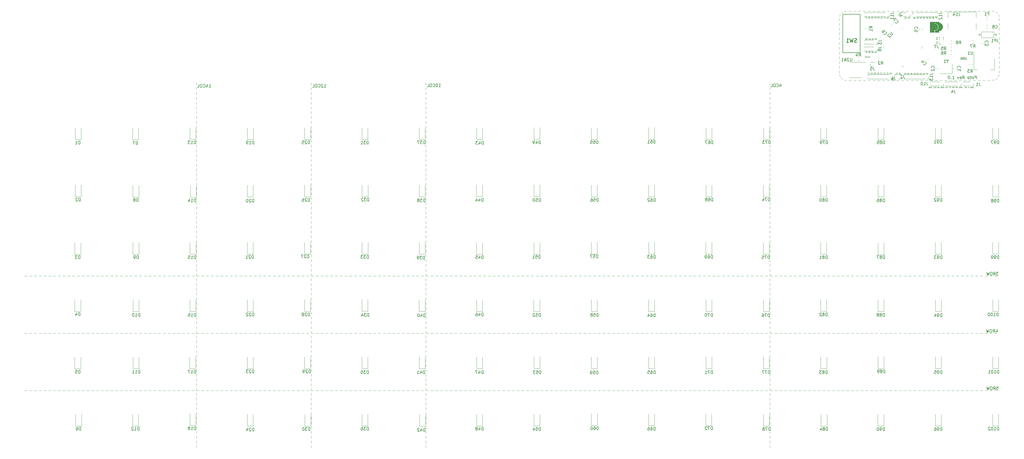
<source format=gbo>
G04 #@! TF.GenerationSoftware,KiCad,Pcbnew,(5.1.4)-1*
G04 #@! TF.CreationDate,2021-09-14T20:53:01-03:00*
G04 #@! TF.ProjectId,keyboard-pcb,6b657962-6f61-4726-942d-7063622e6b69,rev?*
G04 #@! TF.SameCoordinates,Original*
G04 #@! TF.FileFunction,Legend,Bot*
G04 #@! TF.FilePolarity,Positive*
%FSLAX46Y46*%
G04 Gerber Fmt 4.6, Leading zero omitted, Abs format (unit mm)*
G04 Created by KiCad (PCBNEW (5.1.4)-1) date 2021-09-14 20:53:01*
%MOMM*%
%LPD*%
G04 APERTURE LIST*
%ADD10C,0.150000*%
%ADD11C,0.120000*%
%ADD12C,0.050000*%
%ADD13C,0.100000*%
%ADD14C,0.010000*%
%ADD15C,0.200000*%
%ADD16C,0.254000*%
%ADD17C,0.977000*%
%ADD18R,2.550000X2.500000*%
%ADD19C,1.852000*%
%ADD20C,4.089800*%
%ADD21O,0.952000X0.952000*%
%ADD22R,0.952000X0.952000*%
%ADD23R,0.702000X1.552000*%
%ADD24R,0.402000X1.552000*%
%ADD25O,1.102000X2.202000*%
%ADD26C,0.752000*%
%ADD27O,1.102000X1.702000*%
%ADD28C,0.179289*%
%ADD29C,0.352000*%
%ADD30C,7.602000*%
%ADD31R,1.502000X1.302000*%
%ADD32C,0.702000*%
%ADD33R,1.602000X2.102000*%
%ADD34R,3.902000X2.102000*%
%ADD35C,1.752000*%
%ADD36R,1.752000X1.752000*%
%ADD37C,0.502000*%
%ADD38R,1.102000X1.602000*%
%ADD39R,1.302000X1.002000*%
G04 APERTURE END LIST*
D10*
X357620270Y-83637380D02*
X357495270Y-82637380D01*
X357114318Y-82637380D01*
X357025032Y-82685000D01*
X356983366Y-82732619D01*
X356947651Y-82827857D01*
X356965508Y-82970714D01*
X357025032Y-83065952D01*
X357078604Y-83113571D01*
X357179794Y-83161190D01*
X357560747Y-83161190D01*
X356477413Y-83637380D02*
X356566699Y-83589761D01*
X356608366Y-83542142D01*
X356644080Y-83446904D01*
X356608366Y-83161190D01*
X356548842Y-83065952D01*
X356495270Y-83018333D01*
X356394080Y-82970714D01*
X356251223Y-82970714D01*
X356161937Y-83018333D01*
X356120270Y-83065952D01*
X356084556Y-83161190D01*
X356120270Y-83446904D01*
X356179794Y-83542142D01*
X356233366Y-83589761D01*
X356334556Y-83637380D01*
X356477413Y-83637380D01*
X355775032Y-82970714D02*
X355394080Y-82970714D01*
X355590508Y-82637380D02*
X355697651Y-83494523D01*
X355661937Y-83589761D01*
X355572651Y-83637380D01*
X355477413Y-83637380D01*
X355001223Y-83637380D02*
X355090508Y-83589761D01*
X355132175Y-83542142D01*
X355167889Y-83446904D01*
X355132175Y-83161190D01*
X355072651Y-83065952D01*
X355019080Y-83018333D01*
X354917889Y-82970714D01*
X354775032Y-82970714D01*
X354685747Y-83018333D01*
X354644080Y-83065952D01*
X354608366Y-83161190D01*
X354644080Y-83446904D01*
X354703604Y-83542142D01*
X354757175Y-83589761D01*
X354858366Y-83637380D01*
X355001223Y-83637380D01*
X352905985Y-83637380D02*
X353179794Y-83161190D01*
X353477413Y-83637380D02*
X353352413Y-82637380D01*
X352971461Y-82637380D01*
X352882175Y-82685000D01*
X352840508Y-82732619D01*
X352804794Y-82827857D01*
X352822651Y-82970714D01*
X352882175Y-83065952D01*
X352935747Y-83113571D01*
X353036937Y-83161190D01*
X353417889Y-83161190D01*
X352090508Y-83589761D02*
X352191699Y-83637380D01*
X352382175Y-83637380D01*
X352471461Y-83589761D01*
X352507175Y-83494523D01*
X352459556Y-83113571D01*
X352400032Y-83018333D01*
X352298842Y-82970714D01*
X352108366Y-82970714D01*
X352019080Y-83018333D01*
X351983366Y-83113571D01*
X351995270Y-83208809D01*
X352483366Y-83304047D01*
X351632175Y-82970714D02*
X351477413Y-83637380D01*
X351155985Y-82970714D01*
X349572651Y-83637380D02*
X350144080Y-83637380D01*
X349858366Y-83637380D02*
X349733366Y-82637380D01*
X349846461Y-82780238D01*
X349953604Y-82875476D01*
X350054794Y-82923095D01*
X349132175Y-83542142D02*
X349090508Y-83589761D01*
X349144080Y-83637380D01*
X349185747Y-83589761D01*
X349132175Y-83542142D01*
X349144080Y-83637380D01*
X348352413Y-82637380D02*
X348257175Y-82637380D01*
X348167889Y-82685000D01*
X348126223Y-82732619D01*
X348090508Y-82827857D01*
X348066699Y-83018333D01*
X348096461Y-83256428D01*
X348167889Y-83446904D01*
X348227413Y-83542142D01*
X348280985Y-83589761D01*
X348382175Y-83637380D01*
X348477413Y-83637380D01*
X348566699Y-83589761D01*
X348608366Y-83542142D01*
X348644080Y-83446904D01*
X348667889Y-83256428D01*
X348638127Y-83018333D01*
X348566699Y-82827857D01*
X348507175Y-82732619D01*
X348453604Y-82685000D01*
X348352413Y-82637380D01*
D11*
X288925000Y-103187500D02*
X288925000Y-102393750D01*
X288925000Y-123825000D02*
X288925000Y-123031250D01*
X288925000Y-128587500D02*
X288925000Y-127793750D01*
X288925000Y-188912500D02*
X288925000Y-188118750D01*
X288925000Y-106362500D02*
X288925000Y-105568750D01*
X288925000Y-87312500D02*
X288925000Y-86518750D01*
X288925000Y-85725000D02*
X288925000Y-84931250D01*
X288925000Y-90487500D02*
X288925000Y-89693750D01*
X288925000Y-176212500D02*
X288925000Y-175418750D01*
X288925000Y-163512501D02*
X288925000Y-162718751D01*
X288925000Y-161925001D02*
X288925000Y-161131251D01*
X288925000Y-93662500D02*
X288925000Y-92868750D01*
X288925000Y-101600000D02*
X288925000Y-100806250D01*
X288925000Y-127000000D02*
X288925000Y-126206250D01*
X288925000Y-168275001D02*
X288925000Y-167481251D01*
X288925000Y-92075000D02*
X288925000Y-91281250D01*
X288925000Y-95250000D02*
X288925000Y-94456250D01*
X288925000Y-100012500D02*
X288925000Y-99218750D01*
X288925000Y-115887500D02*
X288925000Y-115093750D01*
X288925000Y-139699999D02*
X288925000Y-138906249D01*
X288925000Y-141287499D02*
X288925000Y-140493749D01*
X288925000Y-147637499D02*
X288925000Y-146843749D01*
X288925000Y-192087500D02*
X288925000Y-191293750D01*
X288925000Y-196850000D02*
X288925000Y-196056250D01*
X288925000Y-204787500D02*
X288925000Y-203993750D01*
X288925000Y-149224999D02*
X288925000Y-148431249D01*
X288925000Y-125412500D02*
X288925000Y-124618750D01*
X288925000Y-112712500D02*
X288925000Y-111918750D01*
X288925000Y-153987501D02*
X288925000Y-153193749D01*
X288925000Y-160337501D02*
X288925000Y-159543751D01*
X288925000Y-114300000D02*
X288925000Y-113506250D01*
X288925000Y-195262500D02*
X288925000Y-194468750D01*
X288925000Y-177800000D02*
X288925000Y-177006250D01*
X288925000Y-96837500D02*
X288925000Y-96043750D01*
X288925000Y-111125000D02*
X288925000Y-110331250D01*
X288925000Y-119062500D02*
X288925000Y-118268750D01*
X288925000Y-131762500D02*
X288925000Y-130968750D01*
X288925000Y-144462499D02*
X288925000Y-143668749D01*
X288925000Y-142874999D02*
X288925000Y-142081249D01*
X288925000Y-138112500D02*
X288925000Y-137318750D01*
X288925000Y-171450000D02*
X288925000Y-170656250D01*
X288925000Y-150812499D02*
X288925000Y-150018749D01*
X288925000Y-201612500D02*
X288925000Y-200818750D01*
X288925000Y-157162501D02*
X288925000Y-156368751D01*
X288925000Y-174625000D02*
X288925000Y-173831250D01*
X288925000Y-158750001D02*
X288925000Y-157956251D01*
X288925000Y-166687501D02*
X288925000Y-165893751D01*
X288925000Y-206375000D02*
X288925000Y-205581250D01*
X288925000Y-122237500D02*
X288925000Y-121443750D01*
X288925000Y-152399999D02*
X288925000Y-151606249D01*
X288925000Y-104775000D02*
X288925000Y-103981250D01*
X288925000Y-88900000D02*
X288925000Y-88106250D01*
X288925000Y-120650000D02*
X288925000Y-119856250D01*
X288925000Y-98425000D02*
X288925000Y-97631250D01*
X288925000Y-117475000D02*
X288925000Y-116681250D01*
X288925000Y-184150000D02*
X288925000Y-183356250D01*
X288925000Y-146049999D02*
X288925000Y-145256249D01*
X288925000Y-155575001D02*
X288925000Y-154781251D01*
X288925000Y-179387500D02*
X288925000Y-178593750D01*
X288925000Y-109537500D02*
X288925000Y-108743750D01*
X288925000Y-200025000D02*
X288925000Y-199231250D01*
X288925000Y-203200000D02*
X288925000Y-202406250D01*
X288925000Y-169862500D02*
X288925000Y-169068751D01*
X288925000Y-187325000D02*
X288925000Y-186531250D01*
X288925000Y-165100001D02*
X288925000Y-164306251D01*
X288925000Y-107950000D02*
X288925000Y-107156250D01*
X288925000Y-193675000D02*
X288925000Y-192881250D01*
X288925000Y-130175000D02*
X288925000Y-129381250D01*
X288925000Y-198437500D02*
X288925000Y-197643750D01*
X288925000Y-173037500D02*
X288925000Y-172243750D01*
X288925000Y-136525000D02*
X288925000Y-135731250D01*
X288925000Y-180975000D02*
X288925000Y-180181250D01*
X288925000Y-134937500D02*
X288925000Y-134143750D01*
X288925000Y-182562500D02*
X288925000Y-181768750D01*
X288925000Y-190500000D02*
X288925000Y-189706250D01*
X288925000Y-185737500D02*
X288925000Y-184943750D01*
X288925000Y-133350000D02*
X288925000Y-132556250D01*
D10*
X364767571Y-147915380D02*
X364148523Y-147915380D01*
X364481857Y-148296333D01*
X364339000Y-148296333D01*
X364243761Y-148343952D01*
X364196142Y-148391571D01*
X364148523Y-148486809D01*
X364148523Y-148724904D01*
X364196142Y-148820142D01*
X364243761Y-148867761D01*
X364339000Y-148915380D01*
X364624714Y-148915380D01*
X364719952Y-148867761D01*
X364767571Y-148820142D01*
X363148523Y-148915380D02*
X363481857Y-148439190D01*
X363719952Y-148915380D02*
X363719952Y-147915380D01*
X363339000Y-147915380D01*
X363243761Y-147963000D01*
X363196142Y-148010619D01*
X363148523Y-148105857D01*
X363148523Y-148248714D01*
X363196142Y-148343952D01*
X363243761Y-148391571D01*
X363339000Y-148439190D01*
X363719952Y-148439190D01*
X362529476Y-147915380D02*
X362339000Y-147915380D01*
X362243761Y-147963000D01*
X362148523Y-148058238D01*
X362100904Y-148248714D01*
X362100904Y-148582047D01*
X362148523Y-148772523D01*
X362243761Y-148867761D01*
X362339000Y-148915380D01*
X362529476Y-148915380D01*
X362624714Y-148867761D01*
X362719952Y-148772523D01*
X362767571Y-148582047D01*
X362767571Y-148248714D01*
X362719952Y-148058238D01*
X362624714Y-147963000D01*
X362529476Y-147915380D01*
X361767571Y-147915380D02*
X361529476Y-148915380D01*
X361339000Y-148201095D01*
X361148523Y-148915380D01*
X360910428Y-147915380D01*
X292195095Y-85637714D02*
X292195095Y-86304380D01*
X292433190Y-85256761D02*
X292671285Y-85971047D01*
X292052238Y-85971047D01*
X291099857Y-86209142D02*
X291147476Y-86256761D01*
X291290333Y-86304380D01*
X291385571Y-86304380D01*
X291528428Y-86256761D01*
X291623666Y-86161523D01*
X291671285Y-86066285D01*
X291718904Y-85875809D01*
X291718904Y-85732952D01*
X291671285Y-85542476D01*
X291623666Y-85447238D01*
X291528428Y-85352000D01*
X291385571Y-85304380D01*
X291290333Y-85304380D01*
X291147476Y-85352000D01*
X291099857Y-85399619D01*
X290480809Y-85304380D02*
X290290333Y-85304380D01*
X290195095Y-85352000D01*
X290099857Y-85447238D01*
X290052238Y-85637714D01*
X290052238Y-85971047D01*
X290099857Y-86161523D01*
X290195095Y-86256761D01*
X290290333Y-86304380D01*
X290480809Y-86304380D01*
X290576047Y-86256761D01*
X290671285Y-86161523D01*
X290718904Y-85971047D01*
X290718904Y-85637714D01*
X290671285Y-85447238D01*
X290576047Y-85352000D01*
X290480809Y-85304380D01*
X289147476Y-86304380D02*
X289623666Y-86304380D01*
X289623666Y-85304380D01*
D11*
X62706250Y-149225000D02*
X61912500Y-149225000D01*
X259556250Y-149225000D02*
X258762500Y-149225000D01*
X80168749Y-149225000D02*
X79374999Y-149225000D01*
X46831250Y-149225000D02*
X46037500Y-149225000D01*
X76993750Y-149225000D02*
X76200000Y-149225000D01*
X215106249Y-149225000D02*
X214312499Y-149225000D01*
X57943750Y-149225000D02*
X57150000Y-149225000D01*
X213518749Y-149225000D02*
X212724999Y-149225000D01*
X61118750Y-149225000D02*
X60325000Y-149225000D01*
X48418750Y-149225000D02*
X47625000Y-149225000D01*
X78581249Y-149225000D02*
X77787500Y-149225000D01*
X265906250Y-149225000D02*
X265112500Y-149225000D01*
X208756249Y-149225000D02*
X207962499Y-149225000D01*
X261143750Y-149225000D02*
X260350000Y-149225000D01*
X42068750Y-149225000D02*
X41275000Y-149225000D01*
X43656250Y-149225000D02*
X42862500Y-149225000D01*
X50006250Y-149225000D02*
X49212500Y-149225000D01*
X230981251Y-149225000D02*
X230187501Y-149225000D01*
X84931249Y-149225000D02*
X84137499Y-149225000D01*
X269081250Y-149225000D02*
X268287500Y-149225000D01*
X251618750Y-149225000D02*
X250825000Y-149225000D01*
X211931249Y-149225000D02*
X211137499Y-149225000D01*
X245268750Y-149225000D02*
X244475000Y-149225000D01*
X277018750Y-149225000D02*
X276225000Y-149225000D01*
X264318750Y-149225000D02*
X263525000Y-149225000D01*
X83343749Y-149225000D02*
X82549999Y-149225000D01*
X51593750Y-149225000D02*
X50800000Y-149225000D01*
X59531250Y-149225000D02*
X58737500Y-149225000D01*
X132556250Y-149225000D02*
X131762500Y-149225000D01*
X116681250Y-149225000D02*
X115887500Y-149225000D01*
X153193750Y-149225000D02*
X152400000Y-149225000D01*
X108743751Y-149225000D02*
X107950001Y-149225000D01*
X137318750Y-149225000D02*
X136525000Y-149225000D01*
X161131250Y-149225000D02*
X160337500Y-149225000D01*
X140493750Y-149225000D02*
X139700000Y-149225000D01*
X162718750Y-149225000D02*
X161925000Y-149225000D01*
X96043751Y-149225000D02*
X95250001Y-149225000D01*
X121443750Y-149225000D02*
X120650000Y-149225000D01*
X115093750Y-149225000D02*
X114300000Y-149225000D01*
X150018750Y-149225000D02*
X149225000Y-149225000D01*
X127793750Y-149225000D02*
X127000000Y-149225000D01*
X142081250Y-149225000D02*
X141287500Y-149225000D01*
X105568751Y-149225000D02*
X104775001Y-149225000D01*
X130968750Y-149225000D02*
X130175000Y-149225000D01*
X124618750Y-149225000D02*
X123825000Y-149225000D01*
X159543750Y-149225000D02*
X158750000Y-149225000D01*
X146843750Y-149225000D02*
X146050000Y-149225000D01*
X134143750Y-149225000D02*
X133350000Y-149225000D01*
X86518749Y-149225000D02*
X85724999Y-149225000D01*
X135731250Y-149225000D02*
X134937500Y-149225000D01*
X119856250Y-149225000D02*
X119062500Y-149225000D01*
X123031250Y-149225000D02*
X122237500Y-149225000D01*
X89693749Y-149225000D02*
X88899999Y-149225000D01*
X154781250Y-149225000D02*
X153987500Y-149225000D01*
X81756249Y-149225000D02*
X80962499Y-149225000D01*
X156368750Y-149225000D02*
X155575000Y-149225000D01*
X100806251Y-149225000D02*
X100012501Y-149225000D01*
X88106249Y-149225000D02*
X87312499Y-149225000D01*
X102393751Y-149225000D02*
X101600001Y-149225000D01*
X69056250Y-149225000D02*
X68262500Y-149225000D01*
X54768750Y-149225000D02*
X53975000Y-149225000D01*
X94456251Y-149225000D02*
X93662499Y-149225000D01*
X110331250Y-149225000D02*
X109537500Y-149225000D01*
X70643750Y-149225000D02*
X69850000Y-149225000D01*
X97631251Y-149225000D02*
X96837501Y-149225000D01*
X111918750Y-149225000D02*
X111125000Y-149225000D01*
X56356250Y-149225000D02*
X55562500Y-149225000D01*
X92868749Y-149225000D02*
X92074999Y-149225000D01*
X129381250Y-149225000D02*
X128587500Y-149225000D01*
X72231250Y-149225000D02*
X71437500Y-149225000D01*
X64293750Y-149225000D02*
X63500000Y-149225000D01*
X53181250Y-149225000D02*
X52387500Y-149225000D01*
X65881250Y-149225000D02*
X65087500Y-149225000D01*
X126206250Y-149225000D02*
X125412500Y-149225000D01*
X67468750Y-149225000D02*
X66675000Y-149225000D01*
X73818750Y-149225000D02*
X73025000Y-149225000D01*
X75406250Y-149225000D02*
X74612500Y-149225000D01*
X151606250Y-149225000D02*
X150812500Y-149225000D01*
X148431250Y-149225000D02*
X147637500Y-149225000D01*
X157956250Y-149225000D02*
X157162500Y-149225000D01*
X91281249Y-149225000D02*
X90487499Y-149225000D01*
X138906250Y-149225000D02*
X138112500Y-149225000D01*
X103981251Y-149225000D02*
X103187501Y-149225000D01*
X99218751Y-149225000D02*
X98425001Y-149225000D01*
X45243750Y-149225000D02*
X44450000Y-149225000D01*
X113506250Y-149225000D02*
X112712500Y-149225000D01*
X143668750Y-149225000D02*
X142875000Y-149225000D01*
X145256250Y-149225000D02*
X144462500Y-149225000D01*
X118268750Y-149225000D02*
X117475000Y-149225000D01*
X107156251Y-149225000D02*
X106362501Y-149225000D01*
X286543750Y-149225000D02*
X285750000Y-149225000D01*
X294481250Y-149225000D02*
X293687500Y-149225000D01*
X291306250Y-149225000D02*
X290512500Y-149225000D01*
X307181250Y-149225000D02*
X306387500Y-149225000D01*
X288131250Y-149225000D02*
X287337500Y-149225000D01*
X321468750Y-149225000D02*
X320675000Y-149225000D01*
X327818749Y-149225000D02*
X327024999Y-149225000D01*
X329406249Y-149225000D02*
X328612499Y-149225000D01*
X323056249Y-149225000D02*
X322262500Y-149225000D01*
X304006250Y-149225000D02*
X303212500Y-149225000D01*
X324643749Y-149225000D02*
X323849999Y-149225000D01*
X305593750Y-149225000D02*
X304800000Y-149225000D01*
X302418750Y-149225000D02*
X301625000Y-149225000D01*
X348456251Y-149225000D02*
X347662501Y-149225000D01*
X354806250Y-149225000D02*
X354012500Y-149225000D01*
X342106251Y-149225000D02*
X341312501Y-149225000D01*
X334168749Y-149225000D02*
X333374999Y-149225000D01*
X316706250Y-149225000D02*
X315912500Y-149225000D01*
X357981250Y-149225000D02*
X357187500Y-149225000D01*
X318293750Y-149225000D02*
X317500000Y-149225000D01*
X319881250Y-149225000D02*
X319087500Y-149225000D01*
X364331250Y-149225000D02*
X363537500Y-149225000D01*
X340518751Y-149225000D02*
X339725001Y-149225000D01*
X337343749Y-149225000D02*
X336549999Y-149225000D01*
X292893750Y-149225000D02*
X292100000Y-149225000D01*
X296068750Y-149225000D02*
X295275000Y-149225000D01*
X335756249Y-149225000D02*
X334962499Y-149225000D01*
X300831250Y-149225000D02*
X300037500Y-149225000D01*
X311943750Y-149225000D02*
X311150000Y-149225000D01*
X362743750Y-149225000D02*
X361950000Y-149225000D01*
X346868751Y-149225000D02*
X346075001Y-149225000D01*
X326231249Y-149225000D02*
X325437499Y-149225000D01*
X313531250Y-149225000D02*
X312737500Y-149225000D01*
X299243750Y-149225000D02*
X298450000Y-149225000D01*
X315118750Y-149225000D02*
X314325000Y-149225000D01*
X332581249Y-149225000D02*
X331787499Y-149225000D01*
X351631251Y-149225000D02*
X350837501Y-149225000D01*
X297656250Y-149225000D02*
X296862500Y-149225000D01*
X353218751Y-149225000D02*
X352425001Y-149225000D01*
X308768750Y-149225000D02*
X307975000Y-149225000D01*
X338931251Y-149225000D02*
X338137499Y-149225000D01*
X356393750Y-149225000D02*
X355600000Y-149225000D01*
X359568750Y-149225000D02*
X358775000Y-149225000D01*
X330993749Y-149225000D02*
X330199999Y-149225000D01*
X310356250Y-149225000D02*
X309562500Y-149225000D01*
X289718750Y-149225000D02*
X288925000Y-149225000D01*
X350043751Y-149225000D02*
X349250001Y-149225000D01*
X345281251Y-149225000D02*
X344487501Y-149225000D01*
X343693751Y-149225000D02*
X342900001Y-149225000D01*
X361156250Y-149225000D02*
X360362500Y-149225000D01*
X165893750Y-149225000D02*
X165100000Y-149225000D01*
X164306250Y-149225000D02*
X163512500Y-149225000D01*
X246856250Y-149225000D02*
X246062500Y-149225000D01*
X169068750Y-149225000D02*
X168275000Y-149225000D01*
X183356250Y-149225000D02*
X182562500Y-149225000D01*
X199231250Y-149225000D02*
X198437500Y-149225000D01*
X267493750Y-149225000D02*
X266700000Y-149225000D01*
X248443750Y-149225000D02*
X247650000Y-149225000D01*
X205581249Y-149225000D02*
X204787499Y-149225000D01*
X167481250Y-149225000D02*
X166687500Y-149225000D01*
X170656250Y-149225000D02*
X169862500Y-149225000D01*
X188118750Y-149225000D02*
X187325000Y-149225000D01*
X210343749Y-149225000D02*
X209549999Y-149225000D01*
X280193750Y-149225000D02*
X279400000Y-149225000D01*
X284956250Y-149225000D02*
X284162500Y-149225000D01*
X250031250Y-149225000D02*
X249237500Y-149225000D01*
X216693751Y-149225000D02*
X215899999Y-149225000D01*
X257968750Y-149225000D02*
X257175000Y-149225000D01*
X237331250Y-149225000D02*
X236537500Y-149225000D01*
X254793750Y-149225000D02*
X254000000Y-149225000D01*
X256381250Y-149225000D02*
X255587500Y-149225000D01*
X272256250Y-149225000D02*
X271462500Y-149225000D01*
X178593750Y-149225000D02*
X177800000Y-149225000D01*
X180181250Y-149225000D02*
X179387500Y-149225000D01*
X203993749Y-149225000D02*
X203199999Y-149225000D01*
X275431250Y-149225000D02*
X274637500Y-149225000D01*
X192881250Y-149225000D02*
X192087500Y-149225000D01*
X186531250Y-149225000D02*
X185737500Y-149225000D01*
X221456251Y-149225000D02*
X220662501Y-149225000D01*
X219868751Y-149225000D02*
X219075001Y-149225000D01*
X273843750Y-149225000D02*
X273050000Y-149225000D01*
X278606250Y-149225000D02*
X277812500Y-149225000D01*
X240506250Y-149225000D02*
X239712500Y-149225000D01*
X229393751Y-149225000D02*
X228600001Y-149225000D01*
X218281251Y-149225000D02*
X217487501Y-149225000D01*
X283368750Y-149225000D02*
X282575000Y-149225000D01*
X253206250Y-149225000D02*
X252412500Y-149225000D01*
X226218751Y-149225000D02*
X225425001Y-149225000D01*
X270668750Y-149225000D02*
X269875000Y-149225000D01*
X238918750Y-149225000D02*
X238125000Y-149225000D01*
X243681250Y-149225000D02*
X242887500Y-149225000D01*
X175418750Y-149225000D02*
X174625000Y-149225000D01*
X173831250Y-149225000D02*
X173037500Y-149225000D01*
X191293750Y-149225000D02*
X190500000Y-149225000D01*
X242093750Y-149225000D02*
X241300000Y-149225000D01*
X177006250Y-149225000D02*
X176212500Y-149225000D01*
X223043751Y-149225000D02*
X222250001Y-149225000D01*
X235743750Y-149225000D02*
X234950000Y-149225000D01*
X172243750Y-149225000D02*
X171450000Y-149225000D01*
X197643750Y-149225000D02*
X196850000Y-149225000D01*
X234156250Y-149225000D02*
X233362500Y-149225000D01*
X189706250Y-149225000D02*
X188912500Y-149225000D01*
X281781250Y-149225000D02*
X280987500Y-149225000D01*
X207168749Y-149225000D02*
X206374999Y-149225000D01*
X202406249Y-149225000D02*
X201612499Y-149225000D01*
X262731250Y-149225000D02*
X261937500Y-149225000D01*
X224631251Y-149225000D02*
X223837501Y-149225000D01*
X181768750Y-149225000D02*
X180975000Y-149225000D01*
X194468750Y-149225000D02*
X193675000Y-149225000D01*
X232568750Y-149225000D02*
X231775000Y-149225000D01*
X184943750Y-149225000D02*
X184150000Y-149225000D01*
X227806251Y-149225000D02*
X227012501Y-149225000D01*
X200818749Y-149225000D02*
X200025000Y-149225000D01*
X196056250Y-149225000D02*
X195262500Y-149225000D01*
X288925000Y-115887500D02*
X288925000Y-115093750D01*
X288925000Y-114300000D02*
X288925000Y-113506250D01*
X288925000Y-119062500D02*
X288925000Y-118268750D01*
X288925000Y-88900000D02*
X288925000Y-88106250D01*
X288925000Y-112712500D02*
X288925000Y-111918750D01*
X288925000Y-111125000D02*
X288925000Y-110331250D01*
X288925000Y-103187500D02*
X288925000Y-102393750D01*
X288925000Y-106362500D02*
X288925000Y-105568750D01*
X288925000Y-122237499D02*
X288925000Y-121443750D01*
X288925000Y-100012500D02*
X288925000Y-99218750D01*
X288925000Y-125412499D02*
X288925000Y-124618749D01*
X288925000Y-117475000D02*
X288925000Y-116681250D01*
X288925000Y-107950000D02*
X288925000Y-107156250D01*
X288925000Y-87312500D02*
X288925000Y-86518750D01*
X288925000Y-85725000D02*
X288925000Y-84931250D01*
X288925000Y-90487500D02*
X288925000Y-89693750D01*
X288925000Y-109537500D02*
X288925000Y-108743750D01*
X288925000Y-131762499D02*
X288925000Y-130968749D01*
X288925000Y-93662500D02*
X288925000Y-92868750D01*
X288925000Y-101600000D02*
X288925000Y-100806250D01*
X288925000Y-104775000D02*
X288925000Y-103981250D01*
X288925000Y-126999999D02*
X288925000Y-126206249D01*
X288925000Y-120650000D02*
X288925000Y-119856250D01*
X288925000Y-200025000D02*
X288925000Y-199231250D01*
X288925000Y-98425000D02*
X288925000Y-97631250D01*
X288925000Y-92075000D02*
X288925000Y-91281250D01*
X288925000Y-95250000D02*
X288925000Y-94456250D01*
X288925000Y-96837500D02*
X288925000Y-96043750D01*
X288925000Y-142875001D02*
X288925000Y-142081251D01*
X288925000Y-161925000D02*
X288925000Y-161131250D01*
X288925000Y-150812501D02*
X288925000Y-150018751D01*
X288925000Y-201612500D02*
X288925000Y-200818750D01*
X288925000Y-168275000D02*
X288925000Y-167481250D01*
X288925000Y-204787500D02*
X288925000Y-203993750D01*
X288925000Y-158750000D02*
X288925000Y-157956250D01*
X288925000Y-152400001D02*
X288925000Y-151606251D01*
X288925000Y-187325000D02*
X288925000Y-186531250D01*
X288925000Y-173037500D02*
X288925000Y-172243750D01*
X288925000Y-155575000D02*
X288925000Y-154781250D01*
X288925000Y-146050001D02*
X288925000Y-145256251D01*
X288925000Y-184150000D02*
X288925000Y-183356250D01*
X288925000Y-171450000D02*
X288925000Y-170656250D01*
X288925000Y-166687500D02*
X288925000Y-165893750D01*
X288925000Y-139700001D02*
X288925000Y-138906251D01*
X288925000Y-138112501D02*
X288925000Y-137318749D01*
X288925000Y-141287501D02*
X288925000Y-140493751D01*
X288925000Y-157162500D02*
X288925000Y-156368750D01*
X288925000Y-203200000D02*
X288925000Y-202406250D01*
X288925000Y-185737500D02*
X288925000Y-184943750D01*
X288925000Y-196850000D02*
X288925000Y-196056250D01*
X288925000Y-160337500D02*
X288925000Y-159543750D01*
X288925000Y-133349999D02*
X288925000Y-132556249D01*
X288925000Y-130174999D02*
X288925000Y-129381249D01*
X288925000Y-153987500D02*
X288925000Y-153193750D01*
X288925000Y-177800000D02*
X288925000Y-177006250D01*
X288925000Y-163512500D02*
X288925000Y-162718750D01*
X288925000Y-198437500D02*
X288925000Y-197643750D01*
X288925000Y-136524999D02*
X288925000Y-135731249D01*
X288925000Y-190500000D02*
X288925000Y-189706250D01*
X288925000Y-144462501D02*
X288925000Y-143668751D01*
X288925000Y-188912500D02*
X288925000Y-188118750D01*
X288925000Y-192087500D02*
X288925000Y-191293750D01*
X288925000Y-180975000D02*
X288925000Y-180181250D01*
X288925000Y-179387500D02*
X288925000Y-178593750D01*
X288925000Y-206375000D02*
X288925000Y-205581250D01*
X288925000Y-169862500D02*
X288925000Y-169068750D01*
X288925000Y-176212500D02*
X288925000Y-175418750D01*
X288925000Y-195262500D02*
X288925000Y-194468750D01*
X288925000Y-134937499D02*
X288925000Y-134143749D01*
X288925000Y-165100000D02*
X288925000Y-164306250D01*
X288925000Y-147637501D02*
X288925000Y-146843751D01*
X288925000Y-193675000D02*
X288925000Y-192881250D01*
X288925000Y-149225001D02*
X288925000Y-148431251D01*
X288925000Y-174625000D02*
X288925000Y-173831250D01*
X288925000Y-182562500D02*
X288925000Y-181768750D01*
X288925000Y-128587499D02*
X288925000Y-127793749D01*
X288925000Y-123824999D02*
X288925000Y-123031249D01*
D10*
X364116761Y-167298714D02*
X364116761Y-167965380D01*
X364354857Y-166917761D02*
X364592952Y-167632047D01*
X363973904Y-167632047D01*
X363021523Y-167965380D02*
X363354857Y-167489190D01*
X363592952Y-167965380D02*
X363592952Y-166965380D01*
X363212000Y-166965380D01*
X363116761Y-167013000D01*
X363069142Y-167060619D01*
X363021523Y-167155857D01*
X363021523Y-167298714D01*
X363069142Y-167393952D01*
X363116761Y-167441571D01*
X363212000Y-167489190D01*
X363592952Y-167489190D01*
X362402476Y-166965380D02*
X362212000Y-166965380D01*
X362116761Y-167013000D01*
X362021523Y-167108238D01*
X361973904Y-167298714D01*
X361973904Y-167632047D01*
X362021523Y-167822523D01*
X362116761Y-167917761D01*
X362212000Y-167965380D01*
X362402476Y-167965380D01*
X362497714Y-167917761D01*
X362592952Y-167822523D01*
X362640571Y-167632047D01*
X362640571Y-167298714D01*
X362592952Y-167108238D01*
X362497714Y-167013000D01*
X362402476Y-166965380D01*
X361640571Y-166965380D02*
X361402476Y-167965380D01*
X361212000Y-167251095D01*
X361021523Y-167965380D01*
X360783428Y-166965380D01*
X364196142Y-186015380D02*
X364672333Y-186015380D01*
X364719952Y-186491571D01*
X364672333Y-186443952D01*
X364577095Y-186396333D01*
X364339000Y-186396333D01*
X364243761Y-186443952D01*
X364196142Y-186491571D01*
X364148523Y-186586809D01*
X364148523Y-186824904D01*
X364196142Y-186920142D01*
X364243761Y-186967761D01*
X364339000Y-187015380D01*
X364577095Y-187015380D01*
X364672333Y-186967761D01*
X364719952Y-186920142D01*
X363148523Y-187015380D02*
X363481857Y-186539190D01*
X363719952Y-187015380D02*
X363719952Y-186015380D01*
X363339000Y-186015380D01*
X363243761Y-186063000D01*
X363196142Y-186110619D01*
X363148523Y-186205857D01*
X363148523Y-186348714D01*
X363196142Y-186443952D01*
X363243761Y-186491571D01*
X363339000Y-186539190D01*
X363719952Y-186539190D01*
X362529476Y-186015380D02*
X362339000Y-186015380D01*
X362243761Y-186063000D01*
X362148523Y-186158238D01*
X362100904Y-186348714D01*
X362100904Y-186682047D01*
X362148523Y-186872523D01*
X362243761Y-186967761D01*
X362339000Y-187015380D01*
X362529476Y-187015380D01*
X362624714Y-186967761D01*
X362719952Y-186872523D01*
X362767571Y-186682047D01*
X362767571Y-186348714D01*
X362719952Y-186158238D01*
X362624714Y-186063000D01*
X362529476Y-186015380D01*
X361767571Y-186015380D02*
X361529476Y-187015380D01*
X361339000Y-186301095D01*
X361148523Y-187015380D01*
X360910428Y-186015380D01*
X102584047Y-86431380D02*
X103155476Y-86431380D01*
X102869761Y-86431380D02*
X102869761Y-85431380D01*
X102965000Y-85574238D01*
X103060238Y-85669476D01*
X103155476Y-85717095D01*
X101726904Y-85764714D02*
X101726904Y-86431380D01*
X101965000Y-85383761D02*
X102203095Y-86098047D01*
X101584047Y-86098047D01*
X100631666Y-86336142D02*
X100679285Y-86383761D01*
X100822142Y-86431380D01*
X100917380Y-86431380D01*
X101060238Y-86383761D01*
X101155476Y-86288523D01*
X101203095Y-86193285D01*
X101250714Y-86002809D01*
X101250714Y-85859952D01*
X101203095Y-85669476D01*
X101155476Y-85574238D01*
X101060238Y-85479000D01*
X100917380Y-85431380D01*
X100822142Y-85431380D01*
X100679285Y-85479000D01*
X100631666Y-85526619D01*
X100012619Y-85431380D02*
X99822142Y-85431380D01*
X99726904Y-85479000D01*
X99631666Y-85574238D01*
X99584047Y-85764714D01*
X99584047Y-86098047D01*
X99631666Y-86288523D01*
X99726904Y-86383761D01*
X99822142Y-86431380D01*
X100012619Y-86431380D01*
X100107857Y-86383761D01*
X100203095Y-86288523D01*
X100250714Y-86098047D01*
X100250714Y-85764714D01*
X100203095Y-85574238D01*
X100107857Y-85479000D01*
X100012619Y-85431380D01*
X98679285Y-86431380D02*
X99155476Y-86431380D01*
X99155476Y-85431380D01*
X140811047Y-86431380D02*
X141382476Y-86431380D01*
X141096761Y-86431380D02*
X141096761Y-85431380D01*
X141192000Y-85574238D01*
X141287238Y-85669476D01*
X141382476Y-85717095D01*
X140430095Y-85526619D02*
X140382476Y-85479000D01*
X140287238Y-85431380D01*
X140049142Y-85431380D01*
X139953904Y-85479000D01*
X139906285Y-85526619D01*
X139858666Y-85621857D01*
X139858666Y-85717095D01*
X139906285Y-85859952D01*
X140477714Y-86431380D01*
X139858666Y-86431380D01*
X138858666Y-86336142D02*
X138906285Y-86383761D01*
X139049142Y-86431380D01*
X139144380Y-86431380D01*
X139287238Y-86383761D01*
X139382476Y-86288523D01*
X139430095Y-86193285D01*
X139477714Y-86002809D01*
X139477714Y-85859952D01*
X139430095Y-85669476D01*
X139382476Y-85574238D01*
X139287238Y-85479000D01*
X139144380Y-85431380D01*
X139049142Y-85431380D01*
X138906285Y-85479000D01*
X138858666Y-85526619D01*
X138239619Y-85431380D02*
X138049142Y-85431380D01*
X137953904Y-85479000D01*
X137858666Y-85574238D01*
X137811047Y-85764714D01*
X137811047Y-86098047D01*
X137858666Y-86288523D01*
X137953904Y-86383761D01*
X138049142Y-86431380D01*
X138239619Y-86431380D01*
X138334857Y-86383761D01*
X138430095Y-86288523D01*
X138477714Y-86098047D01*
X138477714Y-85764714D01*
X138430095Y-85574238D01*
X138334857Y-85479000D01*
X138239619Y-85431380D01*
X136906285Y-86431380D02*
X137382476Y-86431380D01*
X137382476Y-85431380D01*
X178911047Y-86304380D02*
X179482476Y-86304380D01*
X179196761Y-86304380D02*
X179196761Y-85304380D01*
X179292000Y-85447238D01*
X179387238Y-85542476D01*
X179482476Y-85590095D01*
X178292000Y-85304380D02*
X178196761Y-85304380D01*
X178101523Y-85352000D01*
X178053904Y-85399619D01*
X178006285Y-85494857D01*
X177958666Y-85685333D01*
X177958666Y-85923428D01*
X178006285Y-86113904D01*
X178053904Y-86209142D01*
X178101523Y-86256761D01*
X178196761Y-86304380D01*
X178292000Y-86304380D01*
X178387238Y-86256761D01*
X178434857Y-86209142D01*
X178482476Y-86113904D01*
X178530095Y-85923428D01*
X178530095Y-85685333D01*
X178482476Y-85494857D01*
X178434857Y-85399619D01*
X178387238Y-85352000D01*
X178292000Y-85304380D01*
X176958666Y-86209142D02*
X177006285Y-86256761D01*
X177149142Y-86304380D01*
X177244380Y-86304380D01*
X177387238Y-86256761D01*
X177482476Y-86161523D01*
X177530095Y-86066285D01*
X177577714Y-85875809D01*
X177577714Y-85732952D01*
X177530095Y-85542476D01*
X177482476Y-85447238D01*
X177387238Y-85352000D01*
X177244380Y-85304380D01*
X177149142Y-85304380D01*
X177006285Y-85352000D01*
X176958666Y-85399619D01*
X176339619Y-85304380D02*
X176149142Y-85304380D01*
X176053904Y-85352000D01*
X175958666Y-85447238D01*
X175911047Y-85637714D01*
X175911047Y-85971047D01*
X175958666Y-86161523D01*
X176053904Y-86256761D01*
X176149142Y-86304380D01*
X176339619Y-86304380D01*
X176434857Y-86256761D01*
X176530095Y-86161523D01*
X176577714Y-85971047D01*
X176577714Y-85637714D01*
X176530095Y-85447238D01*
X176434857Y-85352000D01*
X176339619Y-85304380D01*
X175006285Y-86304380D02*
X175482476Y-86304380D01*
X175482476Y-85304380D01*
D11*
X329406249Y-168275000D02*
X328612499Y-168275000D01*
X324643749Y-168275000D02*
X323849999Y-168275000D01*
X304006250Y-168275000D02*
X303212500Y-168275000D01*
X307181250Y-168275000D02*
X306387500Y-168275000D01*
X323056249Y-168275000D02*
X322262500Y-168275000D01*
X288131250Y-168275000D02*
X287337500Y-168275000D01*
X286543750Y-168275000D02*
X285750000Y-168275000D01*
X291306250Y-168275000D02*
X290512500Y-168275000D01*
X294481250Y-168275000D02*
X293687500Y-168275000D01*
X302418750Y-168275000D02*
X301625000Y-168275000D01*
X305593750Y-168275000D02*
X304800000Y-168275000D01*
X321468750Y-168275000D02*
X320675000Y-168275000D01*
X327818749Y-168275000D02*
X327024999Y-168275000D01*
X292893750Y-168275000D02*
X292100000Y-168275000D01*
X296068750Y-168275000D02*
X295275000Y-168275000D01*
X326231249Y-168275000D02*
X325437499Y-168275000D01*
X313531250Y-168275000D02*
X312737500Y-168275000D01*
X299243750Y-168275000D02*
X298450000Y-168275000D01*
X315118750Y-168275000D02*
X314325000Y-168275000D01*
X297656250Y-168275000D02*
X296862500Y-168275000D01*
X300831250Y-168275000D02*
X300037500Y-168275000D01*
X310356250Y-168275000D02*
X309562500Y-168275000D01*
X311943750Y-168275000D02*
X311150000Y-168275000D01*
X316706250Y-168275000D02*
X315912500Y-168275000D01*
X308768750Y-168275000D02*
X307975000Y-168275000D01*
X318293750Y-168275000D02*
X317500000Y-168275000D01*
X319881250Y-168275000D02*
X319087500Y-168275000D01*
X289718750Y-168275000D02*
X288925000Y-168275000D01*
X332581249Y-168275000D02*
X331787499Y-168275000D01*
X345281251Y-168275000D02*
X344487501Y-168275000D01*
X343693751Y-168275000D02*
X342900001Y-168275000D01*
X362743750Y-168275000D02*
X361950000Y-168275000D01*
X351631251Y-168275000D02*
X350837501Y-168275000D01*
X340518751Y-168275000D02*
X339725001Y-168275000D01*
X338931251Y-168275000D02*
X338137499Y-168275000D01*
X342106251Y-168275000D02*
X341312501Y-168275000D01*
X348456251Y-168275000D02*
X347662501Y-168275000D01*
X357981250Y-168275000D02*
X357187500Y-168275000D01*
X346868751Y-168275000D02*
X346075001Y-168275000D01*
X354806250Y-168275000D02*
X354012500Y-168275000D01*
X356393750Y-168275000D02*
X355600000Y-168275000D01*
X359568750Y-168275000D02*
X358775000Y-168275000D01*
X350043751Y-168275000D02*
X349250001Y-168275000D01*
X361156250Y-168275000D02*
X360362500Y-168275000D01*
X364331250Y-168275000D02*
X363537500Y-168275000D01*
X353218751Y-168275000D02*
X352425001Y-168275000D01*
X334168749Y-168275000D02*
X333374999Y-168275000D01*
X335756249Y-168275000D02*
X334962499Y-168275000D01*
X330993749Y-168275000D02*
X330199999Y-168275000D01*
X337343749Y-168275000D02*
X336549999Y-168275000D01*
X207168749Y-168275000D02*
X206374999Y-168275000D01*
X202406249Y-168275000D02*
X201612499Y-168275000D01*
X181768750Y-168275000D02*
X180975000Y-168275000D01*
X184943750Y-168275000D02*
X184150000Y-168275000D01*
X200818749Y-168275000D02*
X200025000Y-168275000D01*
X165893750Y-168275000D02*
X165100000Y-168275000D01*
X164306250Y-168275000D02*
X163512500Y-168275000D01*
X169068750Y-168275000D02*
X168275000Y-168275000D01*
X172243750Y-168275000D02*
X171450000Y-168275000D01*
X180181250Y-168275000D02*
X179387500Y-168275000D01*
X183356250Y-168275000D02*
X182562500Y-168275000D01*
X199231250Y-168275000D02*
X198437500Y-168275000D01*
X205581249Y-168275000D02*
X204787499Y-168275000D01*
X170656250Y-168275000D02*
X169862500Y-168275000D01*
X173831250Y-168275000D02*
X173037500Y-168275000D01*
X203993749Y-168275000D02*
X203199999Y-168275000D01*
X191293750Y-168275000D02*
X190500000Y-168275000D01*
X177006250Y-168275000D02*
X176212500Y-168275000D01*
X192881250Y-168275000D02*
X192087500Y-168275000D01*
X175418750Y-168275000D02*
X174625000Y-168275000D01*
X178593750Y-168275000D02*
X177800000Y-168275000D01*
X188118750Y-168275000D02*
X187325000Y-168275000D01*
X189706250Y-168275000D02*
X188912500Y-168275000D01*
X194468750Y-168275000D02*
X193675000Y-168275000D01*
X186531250Y-168275000D02*
X185737500Y-168275000D01*
X196056250Y-168275000D02*
X195262500Y-168275000D01*
X197643750Y-168275000D02*
X196850000Y-168275000D01*
X167481250Y-168275000D02*
X166687500Y-168275000D01*
X278606250Y-168275000D02*
X277812500Y-168275000D01*
X210343749Y-168275000D02*
X209549999Y-168275000D01*
X223043751Y-168275000D02*
X222250001Y-168275000D01*
X267493750Y-168275000D02*
X266700000Y-168275000D01*
X273843750Y-168275000D02*
X273050000Y-168275000D01*
X221456251Y-168275000D02*
X220662501Y-168275000D01*
X240506250Y-168275000D02*
X239712500Y-168275000D01*
X229393751Y-168275000D02*
X228600001Y-168275000D01*
X262731250Y-168275000D02*
X261937500Y-168275000D01*
X218281251Y-168275000D02*
X217487501Y-168275000D01*
X243681250Y-168275000D02*
X242887500Y-168275000D01*
X216693751Y-168275000D02*
X215899999Y-168275000D01*
X219868751Y-168275000D02*
X219075001Y-168275000D01*
X226218751Y-168275000D02*
X225425001Y-168275000D01*
X270668750Y-168275000D02*
X269875000Y-168275000D01*
X280193750Y-168275000D02*
X279400000Y-168275000D01*
X284956250Y-168275000D02*
X284162500Y-168275000D01*
X235743750Y-168275000D02*
X234950000Y-168275000D01*
X248443750Y-168275000D02*
X247650000Y-168275000D01*
X246856250Y-168275000D02*
X246062500Y-168275000D01*
X250031250Y-168275000D02*
X249237500Y-168275000D01*
X281781250Y-168275000D02*
X280987500Y-168275000D01*
X275431250Y-168275000D02*
X274637500Y-168275000D01*
X272256250Y-168275000D02*
X271462500Y-168275000D01*
X283368750Y-168275000D02*
X282575000Y-168275000D01*
X224631251Y-168275000D02*
X223837501Y-168275000D01*
X232568750Y-168275000D02*
X231775000Y-168275000D01*
X234156250Y-168275000D02*
X233362500Y-168275000D01*
X237331250Y-168275000D02*
X236537500Y-168275000D01*
X227806251Y-168275000D02*
X227012501Y-168275000D01*
X253206250Y-168275000D02*
X252412500Y-168275000D01*
X257968750Y-168275000D02*
X257175000Y-168275000D01*
X254793750Y-168275000D02*
X254000000Y-168275000D01*
X256381250Y-168275000D02*
X255587500Y-168275000D01*
X238918750Y-168275000D02*
X238125000Y-168275000D01*
X242093750Y-168275000D02*
X241300000Y-168275000D01*
X230981251Y-168275000D02*
X230187501Y-168275000D01*
X245268750Y-168275000D02*
X244475000Y-168275000D01*
X265906250Y-168275000D02*
X265112500Y-168275000D01*
X269081250Y-168275000D02*
X268287500Y-168275000D01*
X277018750Y-168275000D02*
X276225000Y-168275000D01*
X264318750Y-168275000D02*
X263525000Y-168275000D01*
X259556250Y-168275000D02*
X258762500Y-168275000D01*
X211931249Y-168275000D02*
X211137499Y-168275000D01*
X213518749Y-168275000D02*
X212724999Y-168275000D01*
X251618750Y-168275000D02*
X250825000Y-168275000D01*
X208756249Y-168275000D02*
X207962499Y-168275000D01*
X215106249Y-168275000D02*
X214312499Y-168275000D01*
X261143750Y-168275000D02*
X260350000Y-168275000D01*
X84931249Y-168275000D02*
X84137499Y-168275000D01*
X80168749Y-168275000D02*
X79374999Y-168275000D01*
X59531250Y-168275000D02*
X58737500Y-168275000D01*
X62706250Y-168275000D02*
X61912500Y-168275000D01*
X78581249Y-168275000D02*
X77787500Y-168275000D01*
X43656250Y-168275000D02*
X42862500Y-168275000D01*
X42068750Y-168275000D02*
X41275000Y-168275000D01*
X46831250Y-168275000D02*
X46037500Y-168275000D01*
X50006250Y-168275000D02*
X49212500Y-168275000D01*
X57943750Y-168275000D02*
X57150000Y-168275000D01*
X61118750Y-168275000D02*
X60325000Y-168275000D01*
X76993750Y-168275000D02*
X76200000Y-168275000D01*
X83343749Y-168275000D02*
X82549999Y-168275000D01*
X48418750Y-168275000D02*
X47625000Y-168275000D01*
X51593750Y-168275000D02*
X50800000Y-168275000D01*
X81756249Y-168275000D02*
X80962499Y-168275000D01*
X69056250Y-168275000D02*
X68262500Y-168275000D01*
X54768750Y-168275000D02*
X53975000Y-168275000D01*
X70643750Y-168275000D02*
X69850000Y-168275000D01*
X53181250Y-168275000D02*
X52387500Y-168275000D01*
X56356250Y-168275000D02*
X55562500Y-168275000D01*
X65881250Y-168275000D02*
X65087500Y-168275000D01*
X67468750Y-168275000D02*
X66675000Y-168275000D01*
X72231250Y-168275000D02*
X71437500Y-168275000D01*
X64293750Y-168275000D02*
X63500000Y-168275000D01*
X73818750Y-168275000D02*
X73025000Y-168275000D01*
X75406250Y-168275000D02*
X74612500Y-168275000D01*
X45243750Y-168275000D02*
X44450000Y-168275000D01*
X156368750Y-168275000D02*
X155575000Y-168275000D01*
X88106249Y-168275000D02*
X87312499Y-168275000D01*
X100806251Y-168275000D02*
X100012501Y-168275000D01*
X145256250Y-168275000D02*
X144462500Y-168275000D01*
X151606250Y-168275000D02*
X150812500Y-168275000D01*
X99218751Y-168275000D02*
X98425001Y-168275000D01*
X118268750Y-168275000D02*
X117475000Y-168275000D01*
X107156251Y-168275000D02*
X106362501Y-168275000D01*
X140493750Y-168275000D02*
X139700000Y-168275000D01*
X96043751Y-168275000D02*
X95250001Y-168275000D01*
X121443750Y-168275000D02*
X120650000Y-168275000D01*
X94456251Y-168275000D02*
X93662499Y-168275000D01*
X97631251Y-168275000D02*
X96837501Y-168275000D01*
X103981251Y-168275000D02*
X103187501Y-168275000D01*
X148431250Y-168275000D02*
X147637500Y-168275000D01*
X157956250Y-168275000D02*
X157162500Y-168275000D01*
X162718750Y-168275000D02*
X161925000Y-168275000D01*
X113506250Y-168275000D02*
X112712500Y-168275000D01*
X126206250Y-168275000D02*
X125412500Y-168275000D01*
X124618750Y-168275000D02*
X123825000Y-168275000D01*
X127793750Y-168275000D02*
X127000000Y-168275000D01*
X159543750Y-168275000D02*
X158750000Y-168275000D01*
X153193750Y-168275000D02*
X152400000Y-168275000D01*
X150018750Y-168275000D02*
X149225000Y-168275000D01*
X161131250Y-168275000D02*
X160337500Y-168275000D01*
X102393751Y-168275000D02*
X101600001Y-168275000D01*
X110331250Y-168275000D02*
X109537500Y-168275000D01*
X111918750Y-168275000D02*
X111125000Y-168275000D01*
X115093750Y-168275000D02*
X114300000Y-168275000D01*
X105568751Y-168275000D02*
X104775001Y-168275000D01*
X130968750Y-168275000D02*
X130175000Y-168275000D01*
X135731250Y-168275000D02*
X134937500Y-168275000D01*
X132556250Y-168275000D02*
X131762500Y-168275000D01*
X134143750Y-168275000D02*
X133350000Y-168275000D01*
X116681250Y-168275000D02*
X115887500Y-168275000D01*
X119856250Y-168275000D02*
X119062500Y-168275000D01*
X108743751Y-168275000D02*
X107950001Y-168275000D01*
X123031250Y-168275000D02*
X122237500Y-168275000D01*
X143668750Y-168275000D02*
X142875000Y-168275000D01*
X146843750Y-168275000D02*
X146050000Y-168275000D01*
X154781250Y-168275000D02*
X153987500Y-168275000D01*
X142081250Y-168275000D02*
X141287500Y-168275000D01*
X137318750Y-168275000D02*
X136525000Y-168275000D01*
X89693749Y-168275000D02*
X88899999Y-168275000D01*
X91281249Y-168275000D02*
X90487499Y-168275000D01*
X129381250Y-168275000D02*
X128587500Y-168275000D01*
X86518749Y-168275000D02*
X85724999Y-168275000D01*
X92868749Y-168275000D02*
X92074999Y-168275000D01*
X138906250Y-168275000D02*
X138112500Y-168275000D01*
X329406249Y-187325000D02*
X328612499Y-187325000D01*
X324643749Y-187325000D02*
X323849999Y-187325000D01*
X304006250Y-187325000D02*
X303212500Y-187325000D01*
X307181250Y-187325000D02*
X306387500Y-187325000D01*
X323056249Y-187325000D02*
X322262500Y-187325000D01*
X288131250Y-187325000D02*
X287337500Y-187325000D01*
X286543750Y-187325000D02*
X285750000Y-187325000D01*
X291306250Y-187325000D02*
X290512500Y-187325000D01*
X294481250Y-187325000D02*
X293687500Y-187325000D01*
X302418750Y-187325000D02*
X301625000Y-187325000D01*
X305593750Y-187325000D02*
X304800000Y-187325000D01*
X321468750Y-187325000D02*
X320675000Y-187325000D01*
X327818749Y-187325000D02*
X327024999Y-187325000D01*
X292893750Y-187325000D02*
X292100000Y-187325000D01*
X296068750Y-187325000D02*
X295275000Y-187325000D01*
X326231249Y-187325000D02*
X325437499Y-187325000D01*
X313531250Y-187325000D02*
X312737500Y-187325000D01*
X299243750Y-187325000D02*
X298450000Y-187325000D01*
X315118750Y-187325000D02*
X314325000Y-187325000D01*
X297656250Y-187325000D02*
X296862500Y-187325000D01*
X300831250Y-187325000D02*
X300037500Y-187325000D01*
X310356250Y-187325000D02*
X309562500Y-187325000D01*
X311943750Y-187325000D02*
X311150000Y-187325000D01*
X316706250Y-187325000D02*
X315912500Y-187325000D01*
X308768750Y-187325000D02*
X307975000Y-187325000D01*
X318293750Y-187325000D02*
X317500000Y-187325000D01*
X319881250Y-187325000D02*
X319087500Y-187325000D01*
X289718750Y-187325000D02*
X288925000Y-187325000D01*
X332581249Y-187325000D02*
X331787499Y-187325000D01*
X345281251Y-187325000D02*
X344487501Y-187325000D01*
X343693751Y-187325000D02*
X342900001Y-187325000D01*
X362743750Y-187325000D02*
X361950000Y-187325000D01*
X351631251Y-187325000D02*
X350837501Y-187325000D01*
X340518751Y-187325000D02*
X339725001Y-187325000D01*
X338931251Y-187325000D02*
X338137499Y-187325000D01*
X342106251Y-187325000D02*
X341312501Y-187325000D01*
X348456251Y-187325000D02*
X347662501Y-187325000D01*
X357981250Y-187325000D02*
X357187500Y-187325000D01*
X346868751Y-187325000D02*
X346075001Y-187325000D01*
X354806250Y-187325000D02*
X354012500Y-187325000D01*
X356393750Y-187325000D02*
X355600000Y-187325000D01*
X359568750Y-187325000D02*
X358775000Y-187325000D01*
X350043751Y-187325000D02*
X349250001Y-187325000D01*
X361156250Y-187325000D02*
X360362500Y-187325000D01*
X364331250Y-187325000D02*
X363537500Y-187325000D01*
X353218751Y-187325000D02*
X352425001Y-187325000D01*
X334168749Y-187325000D02*
X333374999Y-187325000D01*
X335756249Y-187325000D02*
X334962499Y-187325000D01*
X330993749Y-187325000D02*
X330199999Y-187325000D01*
X337343749Y-187325000D02*
X336549999Y-187325000D01*
X207168749Y-187325000D02*
X206374999Y-187325000D01*
X202406249Y-187325000D02*
X201612499Y-187325000D01*
X181768750Y-187325000D02*
X180975000Y-187325000D01*
X184943750Y-187325000D02*
X184150000Y-187325000D01*
X200818749Y-187325000D02*
X200025000Y-187325000D01*
X165893750Y-187325000D02*
X165100000Y-187325000D01*
X164306250Y-187325000D02*
X163512500Y-187325000D01*
X169068750Y-187325000D02*
X168275000Y-187325000D01*
X172243750Y-187325000D02*
X171450000Y-187325000D01*
X180181250Y-187325000D02*
X179387500Y-187325000D01*
X183356250Y-187325000D02*
X182562500Y-187325000D01*
X199231250Y-187325000D02*
X198437500Y-187325000D01*
X205581249Y-187325000D02*
X204787499Y-187325000D01*
X170656250Y-187325000D02*
X169862500Y-187325000D01*
X173831250Y-187325000D02*
X173037500Y-187325000D01*
X203993749Y-187325000D02*
X203199999Y-187325000D01*
X191293750Y-187325000D02*
X190500000Y-187325000D01*
X177006250Y-187325000D02*
X176212500Y-187325000D01*
X192881250Y-187325000D02*
X192087500Y-187325000D01*
X175418750Y-187325000D02*
X174625000Y-187325000D01*
X178593750Y-187325000D02*
X177800000Y-187325000D01*
X188118750Y-187325000D02*
X187325000Y-187325000D01*
X189706250Y-187325000D02*
X188912500Y-187325000D01*
X194468750Y-187325000D02*
X193675000Y-187325000D01*
X186531250Y-187325000D02*
X185737500Y-187325000D01*
X196056250Y-187325000D02*
X195262500Y-187325000D01*
X197643750Y-187325000D02*
X196850000Y-187325000D01*
X167481250Y-187325000D02*
X166687500Y-187325000D01*
X278606250Y-187325000D02*
X277812500Y-187325000D01*
X210343749Y-187325000D02*
X209549999Y-187325000D01*
X223043751Y-187325000D02*
X222250001Y-187325000D01*
X267493750Y-187325000D02*
X266700000Y-187325000D01*
X273843750Y-187325000D02*
X273050000Y-187325000D01*
X221456251Y-187325000D02*
X220662501Y-187325000D01*
X240506250Y-187325000D02*
X239712500Y-187325000D01*
X229393751Y-187325000D02*
X228600001Y-187325000D01*
X262731250Y-187325000D02*
X261937500Y-187325000D01*
X218281251Y-187325000D02*
X217487501Y-187325000D01*
X243681250Y-187325000D02*
X242887500Y-187325000D01*
X216693751Y-187325000D02*
X215899999Y-187325000D01*
X219868751Y-187325000D02*
X219075001Y-187325000D01*
X226218751Y-187325000D02*
X225425001Y-187325000D01*
X270668750Y-187325000D02*
X269875000Y-187325000D01*
X280193750Y-187325000D02*
X279400000Y-187325000D01*
X284956250Y-187325000D02*
X284162500Y-187325000D01*
X235743750Y-187325000D02*
X234950000Y-187325000D01*
X248443750Y-187325000D02*
X247650000Y-187325000D01*
X246856250Y-187325000D02*
X246062500Y-187325000D01*
X250031250Y-187325000D02*
X249237500Y-187325000D01*
X281781250Y-187325000D02*
X280987500Y-187325000D01*
X275431250Y-187325000D02*
X274637500Y-187325000D01*
X272256250Y-187325000D02*
X271462500Y-187325000D01*
X283368750Y-187325000D02*
X282575000Y-187325000D01*
X224631251Y-187325000D02*
X223837501Y-187325000D01*
X232568750Y-187325000D02*
X231775000Y-187325000D01*
X234156250Y-187325000D02*
X233362500Y-187325000D01*
X237331250Y-187325000D02*
X236537500Y-187325000D01*
X227806251Y-187325000D02*
X227012501Y-187325000D01*
X253206250Y-187325000D02*
X252412500Y-187325000D01*
X257968750Y-187325000D02*
X257175000Y-187325000D01*
X254793750Y-187325000D02*
X254000000Y-187325000D01*
X256381250Y-187325000D02*
X255587500Y-187325000D01*
X238918750Y-187325000D02*
X238125000Y-187325000D01*
X242093750Y-187325000D02*
X241300000Y-187325000D01*
X230981251Y-187325000D02*
X230187501Y-187325000D01*
X245268750Y-187325000D02*
X244475000Y-187325000D01*
X265906250Y-187325000D02*
X265112500Y-187325000D01*
X269081250Y-187325000D02*
X268287500Y-187325000D01*
X277018750Y-187325000D02*
X276225000Y-187325000D01*
X264318750Y-187325000D02*
X263525000Y-187325000D01*
X259556250Y-187325000D02*
X258762500Y-187325000D01*
X211931249Y-187325000D02*
X211137499Y-187325000D01*
X213518749Y-187325000D02*
X212724999Y-187325000D01*
X251618750Y-187325000D02*
X250825000Y-187325000D01*
X208756249Y-187325000D02*
X207962499Y-187325000D01*
X215106249Y-187325000D02*
X214312499Y-187325000D01*
X261143750Y-187325000D02*
X260350000Y-187325000D01*
X84931249Y-187325000D02*
X84137499Y-187325000D01*
X80168749Y-187325000D02*
X79374999Y-187325000D01*
X59531250Y-187325000D02*
X58737500Y-187325000D01*
X62706250Y-187325000D02*
X61912500Y-187325000D01*
X78581249Y-187325000D02*
X77787500Y-187325000D01*
X43656250Y-187325000D02*
X42862500Y-187325000D01*
X42068750Y-187325000D02*
X41275000Y-187325000D01*
X46831250Y-187325000D02*
X46037500Y-187325000D01*
X50006250Y-187325000D02*
X49212500Y-187325000D01*
X57943750Y-187325000D02*
X57150000Y-187325000D01*
X61118750Y-187325000D02*
X60325000Y-187325000D01*
X76993750Y-187325000D02*
X76200000Y-187325000D01*
X83343749Y-187325000D02*
X82549999Y-187325000D01*
X48418750Y-187325000D02*
X47625000Y-187325000D01*
X51593750Y-187325000D02*
X50800000Y-187325000D01*
X81756249Y-187325000D02*
X80962499Y-187325000D01*
X69056250Y-187325000D02*
X68262500Y-187325000D01*
X54768750Y-187325000D02*
X53975000Y-187325000D01*
X70643750Y-187325000D02*
X69850000Y-187325000D01*
X53181250Y-187325000D02*
X52387500Y-187325000D01*
X56356250Y-187325000D02*
X55562500Y-187325000D01*
X65881250Y-187325000D02*
X65087500Y-187325000D01*
X67468750Y-187325000D02*
X66675000Y-187325000D01*
X72231250Y-187325000D02*
X71437500Y-187325000D01*
X64293750Y-187325000D02*
X63500000Y-187325000D01*
X73818750Y-187325000D02*
X73025000Y-187325000D01*
X75406250Y-187325000D02*
X74612500Y-187325000D01*
X45243750Y-187325000D02*
X44450000Y-187325000D01*
X156368750Y-187325000D02*
X155575000Y-187325000D01*
X88106249Y-187325000D02*
X87312499Y-187325000D01*
X100806251Y-187325000D02*
X100012501Y-187325000D01*
X145256250Y-187325000D02*
X144462500Y-187325000D01*
X151606250Y-187325000D02*
X150812500Y-187325000D01*
X99218751Y-187325000D02*
X98425001Y-187325000D01*
X118268750Y-187325000D02*
X117475000Y-187325000D01*
X107156251Y-187325000D02*
X106362501Y-187325000D01*
X140493750Y-187325000D02*
X139700000Y-187325000D01*
X96043751Y-187325000D02*
X95250001Y-187325000D01*
X121443750Y-187325000D02*
X120650000Y-187325000D01*
X94456251Y-187325000D02*
X93662499Y-187325000D01*
X97631251Y-187325000D02*
X96837501Y-187325000D01*
X103981251Y-187325000D02*
X103187501Y-187325000D01*
X148431250Y-187325000D02*
X147637500Y-187325000D01*
X157956250Y-187325000D02*
X157162500Y-187325000D01*
X162718750Y-187325000D02*
X161925000Y-187325000D01*
X113506250Y-187325000D02*
X112712500Y-187325000D01*
X126206250Y-187325000D02*
X125412500Y-187325000D01*
X124618750Y-187325000D02*
X123825000Y-187325000D01*
X127793750Y-187325000D02*
X127000000Y-187325000D01*
X159543750Y-187325000D02*
X158750000Y-187325000D01*
X153193750Y-187325000D02*
X152400000Y-187325000D01*
X150018750Y-187325000D02*
X149225000Y-187325000D01*
X161131250Y-187325000D02*
X160337500Y-187325000D01*
X102393751Y-187325000D02*
X101600001Y-187325000D01*
X110331250Y-187325000D02*
X109537500Y-187325000D01*
X111918750Y-187325000D02*
X111125000Y-187325000D01*
X115093750Y-187325000D02*
X114300000Y-187325000D01*
X105568751Y-187325000D02*
X104775001Y-187325000D01*
X130968750Y-187325000D02*
X130175000Y-187325000D01*
X135731250Y-187325000D02*
X134937500Y-187325000D01*
X132556250Y-187325000D02*
X131762500Y-187325000D01*
X134143750Y-187325000D02*
X133350000Y-187325000D01*
X116681250Y-187325000D02*
X115887500Y-187325000D01*
X119856250Y-187325000D02*
X119062500Y-187325000D01*
X108743751Y-187325000D02*
X107950001Y-187325000D01*
X123031250Y-187325000D02*
X122237500Y-187325000D01*
X143668750Y-187325000D02*
X142875000Y-187325000D01*
X146843750Y-187325000D02*
X146050000Y-187325000D01*
X154781250Y-187325000D02*
X153987500Y-187325000D01*
X142081250Y-187325000D02*
X141287500Y-187325000D01*
X137318750Y-187325000D02*
X136525000Y-187325000D01*
X89693749Y-187325000D02*
X88899999Y-187325000D01*
X91281249Y-187325000D02*
X90487499Y-187325000D01*
X129381250Y-187325000D02*
X128587500Y-187325000D01*
X86518749Y-187325000D02*
X85724999Y-187325000D01*
X92868749Y-187325000D02*
X92074999Y-187325000D01*
X138906250Y-187325000D02*
X138112500Y-187325000D01*
X174625000Y-162718750D02*
X174625000Y-163512500D01*
X174625000Y-167481250D02*
X174625000Y-168275000D01*
X174625000Y-188118750D02*
X174625000Y-188912500D01*
X174625000Y-184943750D02*
X174625000Y-185737500D01*
X174625000Y-169068750D02*
X174625000Y-169862500D01*
X174625000Y-203993750D02*
X174625000Y-204787500D01*
X174625000Y-205581250D02*
X174625000Y-206375000D01*
X174625000Y-200818750D02*
X174625000Y-201612500D01*
X174625000Y-197643750D02*
X174625000Y-198437500D01*
X174625000Y-189706250D02*
X174625000Y-190500000D01*
X174625000Y-186531250D02*
X174625000Y-187325000D01*
X174625000Y-170656250D02*
X174625000Y-171450000D01*
X174625000Y-164306250D02*
X174625000Y-165100000D01*
X174625000Y-199231250D02*
X174625000Y-200025000D01*
X174625000Y-196056250D02*
X174625000Y-196850000D01*
X174625000Y-165893750D02*
X174625000Y-166687500D01*
X174625000Y-178593750D02*
X174625000Y-179387500D01*
X174625000Y-192881250D02*
X174625000Y-193675000D01*
X174625000Y-177006250D02*
X174625000Y-177800000D01*
X174625000Y-194468750D02*
X174625000Y-195262500D01*
X174625000Y-191293750D02*
X174625000Y-192087500D01*
X174625000Y-181768750D02*
X174625000Y-182562500D01*
X174625000Y-180181250D02*
X174625000Y-180975000D01*
X174625000Y-175418750D02*
X174625000Y-176212500D01*
X174625000Y-183356250D02*
X174625000Y-184150000D01*
X174625000Y-173831250D02*
X174625000Y-174625000D01*
X174625000Y-172243750D02*
X174625000Y-173037500D01*
X174625000Y-202406250D02*
X174625000Y-203200000D01*
X174625000Y-91281250D02*
X174625000Y-92075000D01*
X174625000Y-159543750D02*
X174625000Y-160337500D01*
X174625000Y-146843750D02*
X174625000Y-147637500D01*
X174625000Y-102393750D02*
X174625000Y-103187500D01*
X174625000Y-96043750D02*
X174625000Y-96837500D01*
X174625000Y-148431250D02*
X174625000Y-149225000D01*
X174625000Y-129381250D02*
X174625000Y-130175000D01*
X174625000Y-140493750D02*
X174625000Y-141287500D01*
X174625000Y-107156250D02*
X174625000Y-107950000D01*
X174625000Y-151606250D02*
X174625000Y-152400000D01*
X174625000Y-126206250D02*
X174625000Y-127000000D01*
X174625000Y-153193750D02*
X174625000Y-153987500D01*
X174625000Y-150018750D02*
X174625000Y-150812500D01*
X174625000Y-143668750D02*
X174625000Y-144462500D01*
X174625000Y-99218750D02*
X174625000Y-100012500D01*
X174625000Y-89693750D02*
X174625000Y-90487500D01*
X174625000Y-84931250D02*
X174625000Y-85725000D01*
X174625000Y-134143750D02*
X174625000Y-134937500D01*
X174625000Y-121443750D02*
X174625000Y-122237500D01*
X174625000Y-123031250D02*
X174625000Y-123825000D01*
X174625000Y-119856250D02*
X174625000Y-120650000D01*
X174625000Y-88106250D02*
X174625000Y-88900000D01*
X174625000Y-94456250D02*
X174625000Y-95250000D01*
X174625000Y-97631250D02*
X174625000Y-98425000D01*
X174625000Y-86518750D02*
X174625000Y-87312500D01*
X174625000Y-145256250D02*
X174625000Y-146050000D01*
X174625000Y-137318750D02*
X174625000Y-138112500D01*
X174625000Y-135731250D02*
X174625000Y-136525000D01*
X174625000Y-132556250D02*
X174625000Y-133350000D01*
X174625000Y-142081250D02*
X174625000Y-142875000D01*
X174625000Y-116681250D02*
X174625000Y-117475000D01*
X174625000Y-111918750D02*
X174625000Y-112712500D01*
X174625000Y-115093750D02*
X174625000Y-115887500D01*
X174625000Y-113506250D02*
X174625000Y-114300000D01*
X174625000Y-130968750D02*
X174625000Y-131762500D01*
X174625000Y-127793750D02*
X174625000Y-128587500D01*
X174625000Y-138906250D02*
X174625000Y-139700000D01*
X174625000Y-124618750D02*
X174625000Y-125412500D01*
X174625000Y-103981250D02*
X174625000Y-104775000D01*
X174625000Y-100806250D02*
X174625000Y-101600000D01*
X174625000Y-92868750D02*
X174625000Y-93662500D01*
X174625000Y-105568750D02*
X174625000Y-106362500D01*
X174625000Y-110331250D02*
X174625000Y-111125000D01*
X174625000Y-157956250D02*
X174625000Y-158750000D01*
X174625000Y-156368750D02*
X174625000Y-157162500D01*
X174625000Y-118268750D02*
X174625000Y-119062500D01*
X174625000Y-161131250D02*
X174625000Y-161925000D01*
X174625000Y-154781250D02*
X174625000Y-155575000D01*
X174625000Y-108743750D02*
X174625000Y-109537500D01*
X136525000Y-162718750D02*
X136525000Y-163512500D01*
X136525000Y-167481250D02*
X136525000Y-168275000D01*
X136525000Y-188118750D02*
X136525000Y-188912500D01*
X136525000Y-184943750D02*
X136525000Y-185737500D01*
X136525000Y-169068750D02*
X136525000Y-169862500D01*
X136525000Y-203993750D02*
X136525000Y-204787500D01*
X136525000Y-205581250D02*
X136525000Y-206375000D01*
X136525000Y-200818750D02*
X136525000Y-201612500D01*
X136525000Y-197643750D02*
X136525000Y-198437500D01*
X136525000Y-189706250D02*
X136525000Y-190500000D01*
X136525000Y-186531250D02*
X136525000Y-187325000D01*
X136525000Y-170656250D02*
X136525000Y-171450000D01*
X136525000Y-164306250D02*
X136525000Y-165100000D01*
X136525000Y-199231250D02*
X136525000Y-200025000D01*
X136525000Y-196056250D02*
X136525000Y-196850000D01*
X136525000Y-165893750D02*
X136525000Y-166687500D01*
X136525000Y-178593750D02*
X136525000Y-179387500D01*
X136525000Y-192881250D02*
X136525000Y-193675000D01*
X136525000Y-177006250D02*
X136525000Y-177800000D01*
X136525000Y-194468750D02*
X136525000Y-195262500D01*
X136525000Y-191293750D02*
X136525000Y-192087500D01*
X136525000Y-181768750D02*
X136525000Y-182562500D01*
X136525000Y-180181250D02*
X136525000Y-180975000D01*
X136525000Y-175418750D02*
X136525000Y-176212500D01*
X136525000Y-183356250D02*
X136525000Y-184150000D01*
X136525000Y-173831250D02*
X136525000Y-174625000D01*
X136525000Y-172243750D02*
X136525000Y-173037500D01*
X136525000Y-202406250D02*
X136525000Y-203200000D01*
X136525000Y-91281250D02*
X136525000Y-92075000D01*
X136525000Y-159543750D02*
X136525000Y-160337500D01*
X136525000Y-146843750D02*
X136525000Y-147637500D01*
X136525000Y-102393750D02*
X136525000Y-103187500D01*
X136525000Y-96043750D02*
X136525000Y-96837500D01*
X136525000Y-148431250D02*
X136525000Y-149225000D01*
X136525000Y-129381250D02*
X136525000Y-130175000D01*
X136525000Y-140493750D02*
X136525000Y-141287500D01*
X136525000Y-107156250D02*
X136525000Y-107950000D01*
X136525000Y-151606250D02*
X136525000Y-152400000D01*
X136525000Y-126206250D02*
X136525000Y-127000000D01*
X136525000Y-153193750D02*
X136525000Y-153987500D01*
X136525000Y-150018750D02*
X136525000Y-150812500D01*
X136525000Y-143668750D02*
X136525000Y-144462500D01*
X136525000Y-99218750D02*
X136525000Y-100012500D01*
X136525000Y-89693750D02*
X136525000Y-90487500D01*
X136525000Y-84931250D02*
X136525000Y-85725000D01*
X136525000Y-134143750D02*
X136525000Y-134937500D01*
X136525000Y-121443750D02*
X136525000Y-122237500D01*
X136525000Y-123031250D02*
X136525000Y-123825000D01*
X136525000Y-119856250D02*
X136525000Y-120650000D01*
X136525000Y-88106250D02*
X136525000Y-88900000D01*
X136525000Y-94456250D02*
X136525000Y-95250000D01*
X136525000Y-97631250D02*
X136525000Y-98425000D01*
X136525000Y-86518750D02*
X136525000Y-87312500D01*
X136525000Y-145256250D02*
X136525000Y-146050000D01*
X136525000Y-137318750D02*
X136525000Y-138112500D01*
X136525000Y-135731250D02*
X136525000Y-136525000D01*
X136525000Y-132556250D02*
X136525000Y-133350000D01*
X136525000Y-142081250D02*
X136525000Y-142875000D01*
X136525000Y-116681250D02*
X136525000Y-117475000D01*
X136525000Y-111918750D02*
X136525000Y-112712500D01*
X136525000Y-115093750D02*
X136525000Y-115887500D01*
X136525000Y-113506250D02*
X136525000Y-114300000D01*
X136525000Y-130968750D02*
X136525000Y-131762500D01*
X136525000Y-127793750D02*
X136525000Y-128587500D01*
X136525000Y-138906250D02*
X136525000Y-139700000D01*
X136525000Y-124618750D02*
X136525000Y-125412500D01*
X136525000Y-103981250D02*
X136525000Y-104775000D01*
X136525000Y-100806250D02*
X136525000Y-101600000D01*
X136525000Y-92868750D02*
X136525000Y-93662500D01*
X136525000Y-105568750D02*
X136525000Y-106362500D01*
X136525000Y-110331250D02*
X136525000Y-111125000D01*
X136525000Y-157956250D02*
X136525000Y-158750000D01*
X136525000Y-156368750D02*
X136525000Y-157162500D01*
X136525000Y-118268750D02*
X136525000Y-119062500D01*
X136525000Y-161131250D02*
X136525000Y-161925000D01*
X136525000Y-154781250D02*
X136525000Y-155575000D01*
X136525000Y-108743750D02*
X136525000Y-109537500D01*
X98425000Y-205581250D02*
X98425000Y-206375000D01*
X98425000Y-202406250D02*
X98425000Y-203200000D01*
X98425000Y-203993750D02*
X98425000Y-204787500D01*
X98425000Y-200818750D02*
X98425000Y-201612500D01*
X98425000Y-199231250D02*
X98425000Y-200025000D01*
X98425000Y-196056250D02*
X98425000Y-196850000D01*
X98425000Y-197643750D02*
X98425000Y-198437500D01*
X98425000Y-194468750D02*
X98425000Y-195262500D01*
X98425000Y-192881250D02*
X98425000Y-193675000D01*
X98425000Y-189706250D02*
X98425000Y-190500000D01*
X98425000Y-191293750D02*
X98425000Y-192087500D01*
X98425000Y-188118750D02*
X98425000Y-188912500D01*
X98425000Y-186531250D02*
X98425000Y-187325000D01*
X98425000Y-183356250D02*
X98425000Y-184150000D01*
X98425000Y-184943750D02*
X98425000Y-185737500D01*
X98425000Y-181768750D02*
X98425000Y-182562500D01*
X98425000Y-180181250D02*
X98425000Y-180975000D01*
X98425000Y-177006250D02*
X98425000Y-177800000D01*
X98425000Y-178593750D02*
X98425000Y-179387500D01*
X98425000Y-175418750D02*
X98425000Y-176212500D01*
X98425000Y-173831250D02*
X98425000Y-174625000D01*
X98425000Y-170656250D02*
X98425000Y-171450000D01*
X98425000Y-172243750D02*
X98425000Y-173037500D01*
X98425000Y-169068750D02*
X98425000Y-169862500D01*
X98425000Y-167481250D02*
X98425000Y-168275000D01*
X98425000Y-164306250D02*
X98425000Y-165100000D01*
X98425000Y-165893750D02*
X98425000Y-166687500D01*
X98425000Y-162718750D02*
X98425000Y-163512500D01*
X98425000Y-161131250D02*
X98425000Y-161925000D01*
X98425000Y-157956250D02*
X98425000Y-158750000D01*
X98425000Y-159543750D02*
X98425000Y-160337500D01*
X98425000Y-156368750D02*
X98425000Y-157162500D01*
X98425000Y-154781250D02*
X98425000Y-155575000D01*
X98425000Y-151606250D02*
X98425000Y-152400000D01*
X98425000Y-153193750D02*
X98425000Y-153987500D01*
X98425000Y-150018750D02*
X98425000Y-150812500D01*
X98425000Y-148431250D02*
X98425000Y-149225000D01*
X98425000Y-145256250D02*
X98425000Y-146050000D01*
X98425000Y-146843750D02*
X98425000Y-147637500D01*
X98425000Y-143668750D02*
X98425000Y-144462500D01*
X98425000Y-142081250D02*
X98425000Y-142875000D01*
X98425000Y-138906250D02*
X98425000Y-139700000D01*
X98425000Y-140493750D02*
X98425000Y-141287500D01*
X98425000Y-137318750D02*
X98425000Y-138112500D01*
X98425000Y-135731250D02*
X98425000Y-136525000D01*
X98425000Y-132556250D02*
X98425000Y-133350000D01*
X98425000Y-134143750D02*
X98425000Y-134937500D01*
X98425000Y-130968750D02*
X98425000Y-131762500D01*
X98425000Y-126206250D02*
X98425000Y-127000000D01*
X98425000Y-129381250D02*
X98425000Y-130175000D01*
X98425000Y-127793750D02*
X98425000Y-128587500D01*
X98425000Y-121443750D02*
X98425000Y-122237500D01*
X98425000Y-124618750D02*
X98425000Y-125412500D01*
X98425000Y-123031250D02*
X98425000Y-123825000D01*
X98425000Y-116681250D02*
X98425000Y-117475000D01*
X98425000Y-119856250D02*
X98425000Y-120650000D01*
X98425000Y-118268750D02*
X98425000Y-119062500D01*
X98425000Y-111918750D02*
X98425000Y-112712500D01*
X98425000Y-115093750D02*
X98425000Y-115887500D01*
X98425000Y-113506250D02*
X98425000Y-114300000D01*
X98425000Y-110331250D02*
X98425000Y-111125000D01*
X98425000Y-108743750D02*
X98425000Y-109537500D01*
X98425000Y-107156250D02*
X98425000Y-107950000D01*
X98425000Y-105568750D02*
X98425000Y-106362500D01*
X98425000Y-103981250D02*
X98425000Y-104775000D01*
X98425000Y-102393750D02*
X98425000Y-103187500D01*
X98425000Y-100806250D02*
X98425000Y-101600000D01*
X98425000Y-99218750D02*
X98425000Y-100012500D01*
X98425000Y-97631250D02*
X98425000Y-98425000D01*
X98425000Y-96043750D02*
X98425000Y-96837500D01*
X98425000Y-94456250D02*
X98425000Y-95250000D01*
X98425000Y-92868750D02*
X98425000Y-93662500D01*
X98425000Y-91281250D02*
X98425000Y-92075000D01*
X98425000Y-89693750D02*
X98425000Y-90487500D01*
X98425000Y-88106250D02*
X98425000Y-88900000D01*
X98425000Y-86518750D02*
X98425000Y-87312500D01*
X98425000Y-84931250D02*
X98425000Y-85725000D01*
X364458433Y-61847669D02*
G75*
G03X363968891Y-61458097I-1714683J-1652331D01*
G01*
X365125000Y-76200000D02*
X365125000Y-76993750D01*
X365125000Y-77787500D02*
X365125000Y-78581250D01*
X365125000Y-69850000D02*
X365125000Y-70643750D01*
X365125000Y-74612500D02*
X365125000Y-75406250D01*
X365125000Y-73025000D02*
X365125000Y-73818750D01*
X365125000Y-66675000D02*
X365125000Y-67468750D01*
X365125000Y-63500000D02*
X365125000Y-64293750D01*
X365059537Y-62945516D02*
G75*
G03X364797063Y-62294086I-2315787J-554484D01*
G01*
X365125000Y-80962500D02*
X365125000Y-81756250D01*
X365125000Y-79375000D02*
X365125000Y-80168750D01*
X365125000Y-68262500D02*
X365125000Y-69056250D01*
X365125000Y-71437500D02*
X365125000Y-72231250D01*
X365125000Y-65087500D02*
X365125000Y-65881250D01*
X323056250Y-61118750D02*
X323850000Y-61118750D01*
X357981250Y-61118750D02*
X358775000Y-61118750D01*
X356393750Y-61118750D02*
X357187500Y-61118750D01*
X342106250Y-61118750D02*
X342900000Y-61118750D01*
X329406250Y-61118750D02*
X330200000Y-61118750D01*
X354806250Y-61118750D02*
X355600000Y-61118750D01*
X351631250Y-61118750D02*
X352425000Y-61118750D01*
X316706250Y-61118750D02*
X317500000Y-61118750D01*
X343693750Y-61118750D02*
X344487500Y-61118750D01*
X318293750Y-61118750D02*
X319087500Y-61118750D01*
X363463077Y-61229996D02*
G75*
G03X362743750Y-61118750I-719327J-2270004D01*
G01*
X345281250Y-61118750D02*
X346075000Y-61118750D01*
X332581250Y-61118750D02*
X333375000Y-61118750D01*
X326231250Y-61118750D02*
X327025000Y-61118750D01*
X327818750Y-61118750D02*
X328612500Y-61118750D01*
X324643750Y-61118750D02*
X325437500Y-61118750D01*
X361156250Y-61118750D02*
X361950000Y-61118750D01*
X359568750Y-61118750D02*
X360362500Y-61118750D01*
X337343750Y-61118750D02*
X338137500Y-61118750D01*
X348456250Y-61118750D02*
X349250000Y-61118750D01*
X321468750Y-61118750D02*
X322262500Y-61118750D01*
X350043750Y-61118750D02*
X350837500Y-61118750D01*
X346868750Y-61118750D02*
X347662500Y-61118750D01*
X340518750Y-61118750D02*
X341312500Y-61118750D01*
X334168750Y-61118750D02*
X334962500Y-61118750D01*
X330993750Y-61118750D02*
X331787500Y-61118750D01*
X315118750Y-61118750D02*
X315912500Y-61118750D01*
X353218750Y-61118750D02*
X354012500Y-61118750D01*
X335756250Y-61118750D02*
X336550000Y-61118750D01*
X319881250Y-61118750D02*
X320675000Y-61118750D01*
X338931250Y-61118750D02*
X339725000Y-61118750D01*
X339725000Y-84137500D02*
X338931250Y-84137500D01*
X361950000Y-84137500D02*
X361156250Y-84137500D01*
X325437500Y-84137500D02*
X324643750Y-84137500D01*
X360362500Y-84137500D02*
X359568750Y-84137500D01*
X355600000Y-84137500D02*
X354806250Y-84137500D01*
X330200000Y-84137500D02*
X329406250Y-84137500D01*
X342900000Y-84137500D02*
X342106250Y-84137500D01*
X344487500Y-84137500D02*
X343693750Y-84137500D01*
X338137500Y-84137500D02*
X337343750Y-84137500D01*
X347662500Y-84137500D02*
X346868750Y-84137500D01*
X327025000Y-84137500D02*
X326231250Y-84137500D01*
X311943750Y-69056250D02*
X311943750Y-68262500D01*
X331787500Y-84137500D02*
X330993750Y-84137500D01*
X333375000Y-84137500D02*
X332581250Y-84137500D01*
X357187500Y-84137500D02*
X356393750Y-84137500D01*
X354012500Y-84137500D02*
X353218750Y-84137500D01*
X358775000Y-84137500D02*
X357981250Y-84137500D01*
X313605673Y-84026254D02*
G75*
G03X314325000Y-84137500I719327J2270004D01*
G01*
X315912500Y-84137500D02*
X315118750Y-84137500D01*
X349250000Y-84137500D02*
X348456250Y-84137500D01*
X311943750Y-67468750D02*
X311943750Y-66675000D01*
X311943750Y-81756250D02*
X311943750Y-80962500D01*
X311943750Y-70643750D02*
X311943750Y-69850000D01*
X311943750Y-72231250D02*
X311943750Y-71437500D01*
X317500000Y-84137500D02*
X316706250Y-84137500D01*
X311943750Y-75406250D02*
X311943750Y-74612500D01*
X352425000Y-84137500D02*
X351631250Y-84137500D01*
X311943750Y-73818750D02*
X311943750Y-73025000D01*
X350837500Y-84137500D02*
X350043750Y-84137500D01*
X311943750Y-80168750D02*
X311943750Y-79375000D01*
X311943750Y-76993750D02*
X311943750Y-76200000D01*
X311943750Y-78581250D02*
X311943750Y-77787500D01*
X312610317Y-83408581D02*
G75*
G03X313099859Y-83798153I1714683J1652331D01*
G01*
X312009212Y-82310734D02*
G75*
G03X312271686Y-82962164I2315788J554484D01*
G01*
X328612500Y-84137500D02*
X327818750Y-84137500D01*
X341312500Y-84137500D02*
X340518750Y-84137500D01*
X346075000Y-84137500D02*
X345281250Y-84137500D01*
X320675000Y-84137500D02*
X319881250Y-84137500D01*
X319087500Y-84137500D02*
X318293750Y-84137500D01*
X322262500Y-84137500D02*
X321468750Y-84137500D01*
X323850000Y-84137500D02*
X323056250Y-84137500D01*
X334962500Y-84137500D02*
X334168750Y-84137500D01*
X336550000Y-84137500D02*
X335756250Y-84137500D01*
X313604982Y-61230215D02*
G75*
G02X314325000Y-61118750I720018J-2269785D01*
G01*
X312610235Y-61847753D02*
G75*
G02X313099859Y-61458097I1714765J-1652247D01*
G01*
X311943750Y-65881250D02*
X311943750Y-65087500D01*
X311943750Y-64293750D02*
X311943750Y-63500000D01*
X312008831Y-62947110D02*
G75*
G02X312271686Y-62294086I2316169J-552890D01*
G01*
X364458515Y-83408497D02*
G75*
G02X363968891Y-83798153I-1714765J1652247D01*
G01*
X365059919Y-82309140D02*
G75*
G02X364797064Y-82962164I-2316169J552890D01*
G01*
X363463768Y-84026035D02*
G75*
G02X362743750Y-84137500I-720018J2269785D01*
G01*
D12*
X346408095Y-86287000D02*
X346446190Y-86267952D01*
X346503333Y-86267952D01*
X346560476Y-86287000D01*
X346598571Y-86325095D01*
X346617619Y-86363190D01*
X346636666Y-86439380D01*
X346636666Y-86496523D01*
X346617619Y-86572714D01*
X346598571Y-86610809D01*
X346560476Y-86648904D01*
X346503333Y-86667952D01*
X346465238Y-86667952D01*
X346408095Y-86648904D01*
X346389047Y-86629857D01*
X346389047Y-86496523D01*
X346465238Y-86496523D01*
X346217619Y-86667952D02*
X346217619Y-86267952D01*
X345989047Y-86667952D01*
X345989047Y-86267952D01*
X345798571Y-86667952D02*
X345798571Y-86267952D01*
X345703333Y-86267952D01*
X345646190Y-86287000D01*
X345608095Y-86325095D01*
X345589047Y-86363190D01*
X345570000Y-86439380D01*
X345570000Y-86496523D01*
X345589047Y-86572714D01*
X345608095Y-86610809D01*
X345646190Y-86648904D01*
X345703333Y-86667952D01*
X345798571Y-86667952D01*
X344903333Y-86267952D02*
X345093809Y-86267952D01*
X345112857Y-86458428D01*
X345093809Y-86439380D01*
X345055714Y-86420333D01*
X344960476Y-86420333D01*
X344922380Y-86439380D01*
X344903333Y-86458428D01*
X344884285Y-86496523D01*
X344884285Y-86591761D01*
X344903333Y-86629857D01*
X344922380Y-86648904D01*
X344960476Y-86667952D01*
X345055714Y-86667952D01*
X345093809Y-86648904D01*
X345112857Y-86629857D01*
X344770000Y-86267952D02*
X344636666Y-86667952D01*
X344503333Y-86267952D01*
X344084285Y-86648904D02*
X344027142Y-86667952D01*
X343931904Y-86667952D01*
X343893809Y-86648904D01*
X343874761Y-86629857D01*
X343855714Y-86591761D01*
X343855714Y-86553666D01*
X343874761Y-86515571D01*
X343893809Y-86496523D01*
X343931904Y-86477476D01*
X344008095Y-86458428D01*
X344046190Y-86439380D01*
X344065238Y-86420333D01*
X344084285Y-86382238D01*
X344084285Y-86344142D01*
X344065238Y-86306047D01*
X344046190Y-86287000D01*
X344008095Y-86267952D01*
X343912857Y-86267952D01*
X343855714Y-86287000D01*
X343455714Y-86629857D02*
X343474761Y-86648904D01*
X343531904Y-86667952D01*
X343570000Y-86667952D01*
X343627142Y-86648904D01*
X343665238Y-86610809D01*
X343684285Y-86572714D01*
X343703333Y-86496523D01*
X343703333Y-86439380D01*
X343684285Y-86363190D01*
X343665238Y-86325095D01*
X343627142Y-86287000D01*
X343570000Y-86267952D01*
X343531904Y-86267952D01*
X343474761Y-86287000D01*
X343455714Y-86306047D01*
X343093809Y-86667952D02*
X343284285Y-86667952D01*
X343284285Y-86267952D01*
X342674761Y-86648904D02*
X342617619Y-86667952D01*
X342522380Y-86667952D01*
X342484285Y-86648904D01*
X342465238Y-86629857D01*
X342446190Y-86591761D01*
X342446190Y-86553666D01*
X342465238Y-86515571D01*
X342484285Y-86496523D01*
X342522380Y-86477476D01*
X342598571Y-86458428D01*
X342636666Y-86439380D01*
X342655714Y-86420333D01*
X342674761Y-86382238D01*
X342674761Y-86344142D01*
X342655714Y-86306047D01*
X342636666Y-86287000D01*
X342598571Y-86267952D01*
X342503333Y-86267952D01*
X342446190Y-86287000D01*
X342274761Y-86667952D02*
X342274761Y-86267952D01*
X342179523Y-86267952D01*
X342122380Y-86287000D01*
X342084285Y-86325095D01*
X342065238Y-86363190D01*
X342046190Y-86439380D01*
X342046190Y-86496523D01*
X342065238Y-86572714D01*
X342084285Y-86610809D01*
X342122380Y-86648904D01*
X342179523Y-86667952D01*
X342274761Y-86667952D01*
X341893809Y-86553666D02*
X341703333Y-86553666D01*
X341931904Y-86667952D02*
X341798571Y-86267952D01*
X341665238Y-86667952D01*
X356263428Y-86287000D02*
X356301523Y-86267952D01*
X356358666Y-86267952D01*
X356415809Y-86287000D01*
X356453904Y-86325095D01*
X356472952Y-86363190D01*
X356492000Y-86439380D01*
X356492000Y-86496523D01*
X356472952Y-86572714D01*
X356453904Y-86610809D01*
X356415809Y-86648904D01*
X356358666Y-86667952D01*
X356320571Y-86667952D01*
X356263428Y-86648904D01*
X356244380Y-86629857D01*
X356244380Y-86496523D01*
X356320571Y-86496523D01*
X356072952Y-86667952D02*
X356072952Y-86267952D01*
X355844380Y-86667952D01*
X355844380Y-86267952D01*
X355653904Y-86667952D02*
X355653904Y-86267952D01*
X355558666Y-86267952D01*
X355501523Y-86287000D01*
X355463428Y-86325095D01*
X355444380Y-86363190D01*
X355425333Y-86439380D01*
X355425333Y-86496523D01*
X355444380Y-86572714D01*
X355463428Y-86610809D01*
X355501523Y-86648904D01*
X355558666Y-86667952D01*
X355653904Y-86667952D01*
X354949142Y-86667952D02*
X354949142Y-86267952D01*
X354853904Y-86267952D01*
X354796761Y-86287000D01*
X354758666Y-86325095D01*
X354739619Y-86363190D01*
X354720571Y-86439380D01*
X354720571Y-86496523D01*
X354739619Y-86572714D01*
X354758666Y-86610809D01*
X354796761Y-86648904D01*
X354853904Y-86667952D01*
X354949142Y-86667952D01*
X354053904Y-86267952D02*
X354244380Y-86267952D01*
X354263428Y-86458428D01*
X354244380Y-86439380D01*
X354206285Y-86420333D01*
X354111047Y-86420333D01*
X354072952Y-86439380D01*
X354053904Y-86458428D01*
X354034857Y-86496523D01*
X354034857Y-86591761D01*
X354053904Y-86629857D01*
X354072952Y-86648904D01*
X354111047Y-86667952D01*
X354206285Y-86667952D01*
X354244380Y-86648904D01*
X354263428Y-86629857D01*
X353920571Y-86267952D02*
X353787238Y-86667952D01*
X353653904Y-86267952D01*
X352494523Y-86287000D02*
X352532619Y-86267952D01*
X352589761Y-86267952D01*
X352646904Y-86287000D01*
X352685000Y-86325095D01*
X352704047Y-86363190D01*
X352723095Y-86439380D01*
X352723095Y-86496523D01*
X352704047Y-86572714D01*
X352685000Y-86610809D01*
X352646904Y-86648904D01*
X352589761Y-86667952D01*
X352551666Y-86667952D01*
X352494523Y-86648904D01*
X352475476Y-86629857D01*
X352475476Y-86496523D01*
X352551666Y-86496523D01*
X352304047Y-86667952D02*
X352304047Y-86267952D01*
X352075476Y-86667952D01*
X352075476Y-86267952D01*
X351885000Y-86667952D02*
X351885000Y-86267952D01*
X351789761Y-86267952D01*
X351732619Y-86287000D01*
X351694523Y-86325095D01*
X351675476Y-86363190D01*
X351656428Y-86439380D01*
X351656428Y-86496523D01*
X351675476Y-86572714D01*
X351694523Y-86610809D01*
X351732619Y-86648904D01*
X351789761Y-86667952D01*
X351885000Y-86667952D01*
X350989761Y-86267952D02*
X351180238Y-86267952D01*
X351199285Y-86458428D01*
X351180238Y-86439380D01*
X351142142Y-86420333D01*
X351046904Y-86420333D01*
X351008809Y-86439380D01*
X350989761Y-86458428D01*
X350970714Y-86496523D01*
X350970714Y-86591761D01*
X350989761Y-86629857D01*
X351008809Y-86648904D01*
X351046904Y-86667952D01*
X351142142Y-86667952D01*
X351180238Y-86648904D01*
X351199285Y-86629857D01*
X350856428Y-86267952D02*
X350723095Y-86667952D01*
X350589761Y-86267952D01*
X350170714Y-86648904D02*
X350113571Y-86667952D01*
X350018333Y-86667952D01*
X349980238Y-86648904D01*
X349961190Y-86629857D01*
X349942142Y-86591761D01*
X349942142Y-86553666D01*
X349961190Y-86515571D01*
X349980238Y-86496523D01*
X350018333Y-86477476D01*
X350094523Y-86458428D01*
X350132619Y-86439380D01*
X350151666Y-86420333D01*
X350170714Y-86382238D01*
X350170714Y-86344142D01*
X350151666Y-86306047D01*
X350132619Y-86287000D01*
X350094523Y-86267952D01*
X349999285Y-86267952D01*
X349942142Y-86287000D01*
X349808809Y-86267952D02*
X349713571Y-86667952D01*
X349637380Y-86382238D01*
X349561190Y-86667952D01*
X349465952Y-86267952D01*
X349008809Y-86667952D02*
X349008809Y-86267952D01*
X348913571Y-86267952D01*
X348856428Y-86287000D01*
X348818333Y-86325095D01*
X348799285Y-86363190D01*
X348780238Y-86439380D01*
X348780238Y-86496523D01*
X348799285Y-86572714D01*
X348818333Y-86610809D01*
X348856428Y-86648904D01*
X348913571Y-86667952D01*
X349008809Y-86667952D01*
X348665952Y-86267952D02*
X348437380Y-86267952D01*
X348551666Y-86667952D02*
X348551666Y-86267952D01*
X347770714Y-86629857D02*
X347789761Y-86648904D01*
X347846904Y-86667952D01*
X347885000Y-86667952D01*
X347942142Y-86648904D01*
X347980238Y-86610809D01*
X347999285Y-86572714D01*
X348018333Y-86496523D01*
X348018333Y-86439380D01*
X347999285Y-86363190D01*
X347980238Y-86325095D01*
X347942142Y-86287000D01*
X347885000Y-86267952D01*
X347846904Y-86267952D01*
X347789761Y-86287000D01*
X347770714Y-86306047D01*
X347408809Y-86667952D02*
X347599285Y-86667952D01*
X347599285Y-86267952D01*
X347275476Y-86667952D02*
X347275476Y-86267952D01*
X347046904Y-86667952D02*
X347218333Y-86439380D01*
X347046904Y-86267952D02*
X347275476Y-86496523D01*
X332270000Y-81822928D02*
X332136666Y-81822928D01*
X332079523Y-82032452D02*
X332270000Y-82032452D01*
X332270000Y-81632452D01*
X332079523Y-81632452D01*
X331831904Y-81632452D02*
X331793809Y-81632452D01*
X331755714Y-81651500D01*
X331736666Y-81670547D01*
X331717619Y-81708642D01*
X331698571Y-81784833D01*
X331698571Y-81880071D01*
X331717619Y-81956261D01*
X331736666Y-81994357D01*
X331755714Y-82013404D01*
X331793809Y-82032452D01*
X331831904Y-82032452D01*
X331870000Y-82013404D01*
X331889047Y-81994357D01*
X331908095Y-81956261D01*
X331927142Y-81880071D01*
X331927142Y-81784833D01*
X331908095Y-81708642D01*
X331889047Y-81670547D01*
X331870000Y-81651500D01*
X331831904Y-81632452D01*
X331222380Y-81822928D02*
X331089047Y-81822928D01*
X331031904Y-82032452D02*
X331222380Y-82032452D01*
X331222380Y-81632452D01*
X331031904Y-81632452D01*
X330650952Y-82032452D02*
X330879523Y-82032452D01*
X330765238Y-82032452D02*
X330765238Y-81632452D01*
X330803333Y-81689595D01*
X330841428Y-81727690D01*
X330879523Y-81746738D01*
X341329476Y-82095952D02*
X341329476Y-81695952D01*
X341239000Y-81695952D01*
X341184714Y-81715000D01*
X341148523Y-81753095D01*
X341130428Y-81791190D01*
X341112333Y-81867380D01*
X341112333Y-81924523D01*
X341130428Y-82000714D01*
X341148523Y-82038809D01*
X341184714Y-82076904D01*
X341239000Y-82095952D01*
X341329476Y-82095952D01*
X340877095Y-81695952D02*
X340840904Y-81695952D01*
X340804714Y-81715000D01*
X340786619Y-81734047D01*
X340768523Y-81772142D01*
X340750428Y-81848333D01*
X340750428Y-81943571D01*
X340768523Y-82019761D01*
X340786619Y-82057857D01*
X340804714Y-82076904D01*
X340840904Y-82095952D01*
X340877095Y-82095952D01*
X340913285Y-82076904D01*
X340931380Y-82057857D01*
X340949476Y-82019761D01*
X340967571Y-81943571D01*
X340967571Y-81848333D01*
X340949476Y-81772142D01*
X340931380Y-81734047D01*
X340913285Y-81715000D01*
X340877095Y-81695952D01*
X340298047Y-82095952D02*
X340298047Y-81695952D01*
X340207571Y-81695952D01*
X340153285Y-81715000D01*
X340117095Y-81753095D01*
X340099000Y-81791190D01*
X340080904Y-81867380D01*
X340080904Y-81924523D01*
X340099000Y-82000714D01*
X340117095Y-82038809D01*
X340153285Y-82076904D01*
X340207571Y-82095952D01*
X340298047Y-82095952D01*
X339719000Y-82095952D02*
X339936142Y-82095952D01*
X339827571Y-82095952D02*
X339827571Y-81695952D01*
X339863761Y-81753095D01*
X339899952Y-81791190D01*
X339936142Y-81810238D01*
X339266619Y-82095952D02*
X339266619Y-81695952D01*
X339176142Y-81695952D01*
X339121857Y-81715000D01*
X339085666Y-81753095D01*
X339067571Y-81791190D01*
X339049476Y-81867380D01*
X339049476Y-81924523D01*
X339067571Y-82000714D01*
X339085666Y-82038809D01*
X339121857Y-82076904D01*
X339176142Y-82095952D01*
X339266619Y-82095952D01*
X338904714Y-81734047D02*
X338886619Y-81715000D01*
X338850428Y-81695952D01*
X338759952Y-81695952D01*
X338723761Y-81715000D01*
X338705666Y-81734047D01*
X338687571Y-81772142D01*
X338687571Y-81810238D01*
X338705666Y-81867380D01*
X338922809Y-82095952D01*
X338687571Y-82095952D01*
X338235190Y-82095952D02*
X338235190Y-81695952D01*
X338144714Y-81695952D01*
X338090428Y-81715000D01*
X338054238Y-81753095D01*
X338036142Y-81791190D01*
X338018047Y-81867380D01*
X338018047Y-81924523D01*
X338036142Y-82000714D01*
X338054238Y-82038809D01*
X338090428Y-82076904D01*
X338144714Y-82095952D01*
X338235190Y-82095952D01*
X337891380Y-81695952D02*
X337656142Y-81695952D01*
X337782809Y-81848333D01*
X337728523Y-81848333D01*
X337692333Y-81867380D01*
X337674238Y-81886428D01*
X337656142Y-81924523D01*
X337656142Y-82019761D01*
X337674238Y-82057857D01*
X337692333Y-82076904D01*
X337728523Y-82095952D01*
X337837095Y-82095952D01*
X337873285Y-82076904D01*
X337891380Y-82057857D01*
X337203761Y-82095952D02*
X337203761Y-81695952D01*
X337113285Y-81695952D01*
X337059000Y-81715000D01*
X337022809Y-81753095D01*
X337004714Y-81791190D01*
X336986619Y-81867380D01*
X336986619Y-81924523D01*
X337004714Y-82000714D01*
X337022809Y-82038809D01*
X337059000Y-82076904D01*
X337113285Y-82095952D01*
X337203761Y-82095952D01*
X336660904Y-81829285D02*
X336660904Y-82095952D01*
X336751380Y-81676904D02*
X336841857Y-81962619D01*
X336606619Y-81962619D01*
X336172333Y-82095952D02*
X336172333Y-81695952D01*
X336081857Y-81695952D01*
X336027571Y-81715000D01*
X335991380Y-81753095D01*
X335973285Y-81791190D01*
X335955190Y-81867380D01*
X335955190Y-81924523D01*
X335973285Y-82000714D01*
X335991380Y-82038809D01*
X336027571Y-82076904D01*
X336081857Y-82095952D01*
X336172333Y-82095952D01*
X335611380Y-81695952D02*
X335792333Y-81695952D01*
X335810428Y-81886428D01*
X335792333Y-81867380D01*
X335756142Y-81848333D01*
X335665666Y-81848333D01*
X335629476Y-81867380D01*
X335611380Y-81886428D01*
X335593285Y-81924523D01*
X335593285Y-82019761D01*
X335611380Y-82057857D01*
X335629476Y-82076904D01*
X335665666Y-82095952D01*
X335756142Y-82095952D01*
X335792333Y-82076904D01*
X335810428Y-82057857D01*
X335140904Y-82095952D02*
X335140904Y-81695952D01*
X335050428Y-81695952D01*
X334996142Y-81715000D01*
X334959952Y-81753095D01*
X334941857Y-81791190D01*
X334923761Y-81867380D01*
X334923761Y-81924523D01*
X334941857Y-82000714D01*
X334959952Y-82038809D01*
X334996142Y-82076904D01*
X335050428Y-82095952D01*
X335140904Y-82095952D01*
X334598047Y-81695952D02*
X334670428Y-81695952D01*
X334706619Y-81715000D01*
X334724714Y-81734047D01*
X334760904Y-81791190D01*
X334779000Y-81867380D01*
X334779000Y-82019761D01*
X334760904Y-82057857D01*
X334742809Y-82076904D01*
X334706619Y-82095952D01*
X334634238Y-82095952D01*
X334598047Y-82076904D01*
X334579952Y-82057857D01*
X334561857Y-82019761D01*
X334561857Y-81924523D01*
X334579952Y-81886428D01*
X334598047Y-81867380D01*
X334634238Y-81848333D01*
X334706619Y-81848333D01*
X334742809Y-81867380D01*
X334760904Y-81886428D01*
X334779000Y-81924523D01*
X334109476Y-82095952D02*
X334109476Y-81695952D01*
X334019000Y-81695952D01*
X333964714Y-81715000D01*
X333928523Y-81753095D01*
X333910428Y-81791190D01*
X333892333Y-81867380D01*
X333892333Y-81924523D01*
X333910428Y-82000714D01*
X333928523Y-82038809D01*
X333964714Y-82076904D01*
X334019000Y-82095952D01*
X334109476Y-82095952D01*
X333765666Y-81695952D02*
X333512333Y-81695952D01*
X333675190Y-82095952D01*
X329047333Y-82030071D02*
X329065428Y-82053880D01*
X329119714Y-82077690D01*
X329155904Y-82077690D01*
X329210190Y-82053880D01*
X329246380Y-82006261D01*
X329264476Y-81958642D01*
X329282571Y-81863404D01*
X329282571Y-81791976D01*
X329264476Y-81696738D01*
X329246380Y-81649119D01*
X329210190Y-81601500D01*
X329155904Y-81577690D01*
X329119714Y-81577690D01*
X329065428Y-81601500D01*
X329047333Y-81625309D01*
X328812095Y-81577690D02*
X328775904Y-81577690D01*
X328739714Y-81601500D01*
X328721619Y-81625309D01*
X328703523Y-81672928D01*
X328685428Y-81768166D01*
X328685428Y-81887214D01*
X328703523Y-81982452D01*
X328721619Y-82030071D01*
X328739714Y-82053880D01*
X328775904Y-82077690D01*
X328812095Y-82077690D01*
X328848285Y-82053880D01*
X328866380Y-82030071D01*
X328884476Y-81982452D01*
X328902571Y-81887214D01*
X328902571Y-81768166D01*
X328884476Y-81672928D01*
X328866380Y-81625309D01*
X328848285Y-81601500D01*
X328812095Y-81577690D01*
X328015904Y-82030071D02*
X328034000Y-82053880D01*
X328088285Y-82077690D01*
X328124476Y-82077690D01*
X328178761Y-82053880D01*
X328214952Y-82006261D01*
X328233047Y-81958642D01*
X328251142Y-81863404D01*
X328251142Y-81791976D01*
X328233047Y-81696738D01*
X328214952Y-81649119D01*
X328178761Y-81601500D01*
X328124476Y-81577690D01*
X328088285Y-81577690D01*
X328034000Y-81601500D01*
X328015904Y-81625309D01*
X327654000Y-82077690D02*
X327871142Y-82077690D01*
X327762571Y-82077690D02*
X327762571Y-81577690D01*
X327798761Y-81649119D01*
X327834952Y-81696738D01*
X327871142Y-81720547D01*
X326984476Y-82030071D02*
X327002571Y-82053880D01*
X327056857Y-82077690D01*
X327093047Y-82077690D01*
X327147333Y-82053880D01*
X327183523Y-82006261D01*
X327201619Y-81958642D01*
X327219714Y-81863404D01*
X327219714Y-81791976D01*
X327201619Y-81696738D01*
X327183523Y-81649119D01*
X327147333Y-81601500D01*
X327093047Y-81577690D01*
X327056857Y-81577690D01*
X327002571Y-81601500D01*
X326984476Y-81625309D01*
X326839714Y-81625309D02*
X326821619Y-81601500D01*
X326785428Y-81577690D01*
X326694952Y-81577690D01*
X326658761Y-81601500D01*
X326640666Y-81625309D01*
X326622571Y-81672928D01*
X326622571Y-81720547D01*
X326640666Y-81791976D01*
X326857809Y-82077690D01*
X326622571Y-82077690D01*
X325953047Y-82030071D02*
X325971142Y-82053880D01*
X326025428Y-82077690D01*
X326061619Y-82077690D01*
X326115904Y-82053880D01*
X326152095Y-82006261D01*
X326170190Y-81958642D01*
X326188285Y-81863404D01*
X326188285Y-81791976D01*
X326170190Y-81696738D01*
X326152095Y-81649119D01*
X326115904Y-81601500D01*
X326061619Y-81577690D01*
X326025428Y-81577690D01*
X325971142Y-81601500D01*
X325953047Y-81625309D01*
X325826380Y-81577690D02*
X325591142Y-81577690D01*
X325717809Y-81768166D01*
X325663523Y-81768166D01*
X325627333Y-81791976D01*
X325609238Y-81815785D01*
X325591142Y-81863404D01*
X325591142Y-81982452D01*
X325609238Y-82030071D01*
X325627333Y-82053880D01*
X325663523Y-82077690D01*
X325772095Y-82077690D01*
X325808285Y-82053880D01*
X325826380Y-82030071D01*
X324921619Y-82030071D02*
X324939714Y-82053880D01*
X324994000Y-82077690D01*
X325030190Y-82077690D01*
X325084476Y-82053880D01*
X325120666Y-82006261D01*
X325138761Y-81958642D01*
X325156857Y-81863404D01*
X325156857Y-81791976D01*
X325138761Y-81696738D01*
X325120666Y-81649119D01*
X325084476Y-81601500D01*
X325030190Y-81577690D01*
X324994000Y-81577690D01*
X324939714Y-81601500D01*
X324921619Y-81625309D01*
X324595904Y-81744357D02*
X324595904Y-82077690D01*
X324686380Y-81553880D02*
X324776857Y-81911023D01*
X324541619Y-81911023D01*
X323890190Y-82030071D02*
X323908285Y-82053880D01*
X323962571Y-82077690D01*
X323998761Y-82077690D01*
X324053047Y-82053880D01*
X324089238Y-82006261D01*
X324107333Y-81958642D01*
X324125428Y-81863404D01*
X324125428Y-81791976D01*
X324107333Y-81696738D01*
X324089238Y-81649119D01*
X324053047Y-81601500D01*
X323998761Y-81577690D01*
X323962571Y-81577690D01*
X323908285Y-81601500D01*
X323890190Y-81625309D01*
X323546380Y-81577690D02*
X323727333Y-81577690D01*
X323745428Y-81815785D01*
X323727333Y-81791976D01*
X323691142Y-81768166D01*
X323600666Y-81768166D01*
X323564476Y-81791976D01*
X323546380Y-81815785D01*
X323528285Y-81863404D01*
X323528285Y-81982452D01*
X323546380Y-82030071D01*
X323564476Y-82053880D01*
X323600666Y-82077690D01*
X323691142Y-82077690D01*
X323727333Y-82053880D01*
X323745428Y-82030071D01*
X322858761Y-82030071D02*
X322876857Y-82053880D01*
X322931142Y-82077690D01*
X322967333Y-82077690D01*
X323021619Y-82053880D01*
X323057809Y-82006261D01*
X323075904Y-81958642D01*
X323094000Y-81863404D01*
X323094000Y-81791976D01*
X323075904Y-81696738D01*
X323057809Y-81649119D01*
X323021619Y-81601500D01*
X322967333Y-81577690D01*
X322931142Y-81577690D01*
X322876857Y-81601500D01*
X322858761Y-81625309D01*
X322533047Y-81577690D02*
X322605428Y-81577690D01*
X322641619Y-81601500D01*
X322659714Y-81625309D01*
X322695904Y-81696738D01*
X322714000Y-81791976D01*
X322714000Y-81982452D01*
X322695904Y-82030071D01*
X322677809Y-82053880D01*
X322641619Y-82077690D01*
X322569238Y-82077690D01*
X322533047Y-82053880D01*
X322514952Y-82030071D01*
X322496857Y-81982452D01*
X322496857Y-81863404D01*
X322514952Y-81815785D01*
X322533047Y-81791976D01*
X322569238Y-81768166D01*
X322641619Y-81768166D01*
X322677809Y-81791976D01*
X322695904Y-81815785D01*
X322714000Y-81863404D01*
X321827333Y-82030071D02*
X321845428Y-82053880D01*
X321899714Y-82077690D01*
X321935904Y-82077690D01*
X321990190Y-82053880D01*
X322026380Y-82006261D01*
X322044476Y-81958642D01*
X322062571Y-81863404D01*
X322062571Y-81791976D01*
X322044476Y-81696738D01*
X322026380Y-81649119D01*
X321990190Y-81601500D01*
X321935904Y-81577690D01*
X321899714Y-81577690D01*
X321845428Y-81601500D01*
X321827333Y-81625309D01*
X321700666Y-81577690D02*
X321447333Y-81577690D01*
X321610190Y-82077690D01*
D13*
X344324785Y-69866000D02*
X344324785Y-70032666D01*
X344586690Y-70104095D02*
X344586690Y-69866000D01*
X344086690Y-69866000D01*
X344086690Y-70104095D01*
X344253357Y-70532666D02*
X344586690Y-70532666D01*
X344062880Y-70413619D02*
X344420023Y-70294571D01*
X344420023Y-70604095D01*
X344324785Y-71175523D02*
X344324785Y-71342190D01*
X344586690Y-71413619D02*
X344586690Y-71175523D01*
X344086690Y-71175523D01*
X344086690Y-71413619D01*
X344086690Y-71866000D02*
X344086690Y-71627904D01*
X344324785Y-71604095D01*
X344300976Y-71627904D01*
X344277166Y-71675523D01*
X344277166Y-71794571D01*
X344300976Y-71842190D01*
X344324785Y-71866000D01*
X344372404Y-71889809D01*
X344491452Y-71889809D01*
X344539071Y-71866000D01*
X344562880Y-71842190D01*
X344586690Y-71794571D01*
X344586690Y-71675523D01*
X344562880Y-71627904D01*
X344539071Y-71604095D01*
D12*
X335254500Y-63344428D02*
X335121166Y-63344428D01*
X335064023Y-63553952D02*
X335254500Y-63553952D01*
X335254500Y-63153952D01*
X335064023Y-63153952D01*
X334930690Y-63153952D02*
X334664023Y-63153952D01*
X334835452Y-63553952D01*
X334206880Y-63344428D02*
X334073547Y-63344428D01*
X334016404Y-63553952D02*
X334206880Y-63553952D01*
X334206880Y-63153952D01*
X334016404Y-63153952D01*
X333673547Y-63153952D02*
X333749738Y-63153952D01*
X333787833Y-63173000D01*
X333806880Y-63192047D01*
X333844976Y-63249190D01*
X333864023Y-63325380D01*
X333864023Y-63477761D01*
X333844976Y-63515857D01*
X333825928Y-63534904D01*
X333787833Y-63553952D01*
X333711642Y-63553952D01*
X333673547Y-63534904D01*
X333654500Y-63515857D01*
X333635452Y-63477761D01*
X333635452Y-63382523D01*
X333654500Y-63344428D01*
X333673547Y-63325380D01*
X333711642Y-63306333D01*
X333787833Y-63306333D01*
X333825928Y-63325380D01*
X333844976Y-63344428D01*
X333864023Y-63382523D01*
X344237857Y-63280928D02*
X344183571Y-63299976D01*
X344165476Y-63319023D01*
X344147380Y-63357119D01*
X344147380Y-63414261D01*
X344165476Y-63452357D01*
X344183571Y-63471404D01*
X344219761Y-63490452D01*
X344364523Y-63490452D01*
X344364523Y-63090452D01*
X344237857Y-63090452D01*
X344201666Y-63109500D01*
X344183571Y-63128547D01*
X344165476Y-63166642D01*
X344165476Y-63204738D01*
X344183571Y-63242833D01*
X344201666Y-63261880D01*
X344237857Y-63280928D01*
X344364523Y-63280928D01*
X344020714Y-63090452D02*
X343767380Y-63090452D01*
X343930238Y-63490452D01*
X343206428Y-63280928D02*
X343152142Y-63299976D01*
X343134047Y-63319023D01*
X343115952Y-63357119D01*
X343115952Y-63414261D01*
X343134047Y-63452357D01*
X343152142Y-63471404D01*
X343188333Y-63490452D01*
X343333095Y-63490452D01*
X343333095Y-63090452D01*
X343206428Y-63090452D01*
X343170238Y-63109500D01*
X343152142Y-63128547D01*
X343134047Y-63166642D01*
X343134047Y-63204738D01*
X343152142Y-63242833D01*
X343170238Y-63261880D01*
X343206428Y-63280928D01*
X343333095Y-63280928D01*
X342790238Y-63090452D02*
X342862619Y-63090452D01*
X342898809Y-63109500D01*
X342916904Y-63128547D01*
X342953095Y-63185690D01*
X342971190Y-63261880D01*
X342971190Y-63414261D01*
X342953095Y-63452357D01*
X342935000Y-63471404D01*
X342898809Y-63490452D01*
X342826428Y-63490452D01*
X342790238Y-63471404D01*
X342772142Y-63452357D01*
X342754047Y-63414261D01*
X342754047Y-63319023D01*
X342772142Y-63280928D01*
X342790238Y-63261880D01*
X342826428Y-63242833D01*
X342898809Y-63242833D01*
X342935000Y-63261880D01*
X342953095Y-63280928D01*
X342971190Y-63319023D01*
X342175000Y-63280928D02*
X342120714Y-63299976D01*
X342102619Y-63319023D01*
X342084523Y-63357119D01*
X342084523Y-63414261D01*
X342102619Y-63452357D01*
X342120714Y-63471404D01*
X342156904Y-63490452D01*
X342301666Y-63490452D01*
X342301666Y-63090452D01*
X342175000Y-63090452D01*
X342138809Y-63109500D01*
X342120714Y-63128547D01*
X342102619Y-63166642D01*
X342102619Y-63204738D01*
X342120714Y-63242833D01*
X342138809Y-63261880D01*
X342175000Y-63280928D01*
X342301666Y-63280928D01*
X341740714Y-63090452D02*
X341921666Y-63090452D01*
X341939761Y-63280928D01*
X341921666Y-63261880D01*
X341885476Y-63242833D01*
X341795000Y-63242833D01*
X341758809Y-63261880D01*
X341740714Y-63280928D01*
X341722619Y-63319023D01*
X341722619Y-63414261D01*
X341740714Y-63452357D01*
X341758809Y-63471404D01*
X341795000Y-63490452D01*
X341885476Y-63490452D01*
X341921666Y-63471404D01*
X341939761Y-63452357D01*
X341143571Y-63280928D02*
X341089285Y-63299976D01*
X341071190Y-63319023D01*
X341053095Y-63357119D01*
X341053095Y-63414261D01*
X341071190Y-63452357D01*
X341089285Y-63471404D01*
X341125476Y-63490452D01*
X341270238Y-63490452D01*
X341270238Y-63090452D01*
X341143571Y-63090452D01*
X341107380Y-63109500D01*
X341089285Y-63128547D01*
X341071190Y-63166642D01*
X341071190Y-63204738D01*
X341089285Y-63242833D01*
X341107380Y-63261880D01*
X341143571Y-63280928D01*
X341270238Y-63280928D01*
X340727380Y-63223785D02*
X340727380Y-63490452D01*
X340817857Y-63071404D02*
X340908333Y-63357119D01*
X340673095Y-63357119D01*
X340112142Y-63280928D02*
X340057857Y-63299976D01*
X340039761Y-63319023D01*
X340021666Y-63357119D01*
X340021666Y-63414261D01*
X340039761Y-63452357D01*
X340057857Y-63471404D01*
X340094047Y-63490452D01*
X340238809Y-63490452D01*
X340238809Y-63090452D01*
X340112142Y-63090452D01*
X340075952Y-63109500D01*
X340057857Y-63128547D01*
X340039761Y-63166642D01*
X340039761Y-63204738D01*
X340057857Y-63242833D01*
X340075952Y-63261880D01*
X340112142Y-63280928D01*
X340238809Y-63280928D01*
X339895000Y-63090452D02*
X339659761Y-63090452D01*
X339786428Y-63242833D01*
X339732142Y-63242833D01*
X339695952Y-63261880D01*
X339677857Y-63280928D01*
X339659761Y-63319023D01*
X339659761Y-63414261D01*
X339677857Y-63452357D01*
X339695952Y-63471404D01*
X339732142Y-63490452D01*
X339840714Y-63490452D01*
X339876904Y-63471404D01*
X339895000Y-63452357D01*
X339080714Y-63280928D02*
X339026428Y-63299976D01*
X339008333Y-63319023D01*
X338990238Y-63357119D01*
X338990238Y-63414261D01*
X339008333Y-63452357D01*
X339026428Y-63471404D01*
X339062619Y-63490452D01*
X339207380Y-63490452D01*
X339207380Y-63090452D01*
X339080714Y-63090452D01*
X339044523Y-63109500D01*
X339026428Y-63128547D01*
X339008333Y-63166642D01*
X339008333Y-63204738D01*
X339026428Y-63242833D01*
X339044523Y-63261880D01*
X339080714Y-63280928D01*
X339207380Y-63280928D01*
X338845476Y-63128547D02*
X338827380Y-63109500D01*
X338791190Y-63090452D01*
X338700714Y-63090452D01*
X338664523Y-63109500D01*
X338646428Y-63128547D01*
X338628333Y-63166642D01*
X338628333Y-63204738D01*
X338646428Y-63261880D01*
X338863571Y-63490452D01*
X338628333Y-63490452D01*
X338049285Y-63280928D02*
X337995000Y-63299976D01*
X337976904Y-63319023D01*
X337958809Y-63357119D01*
X337958809Y-63414261D01*
X337976904Y-63452357D01*
X337995000Y-63471404D01*
X338031190Y-63490452D01*
X338175952Y-63490452D01*
X338175952Y-63090452D01*
X338049285Y-63090452D01*
X338013095Y-63109500D01*
X337995000Y-63128547D01*
X337976904Y-63166642D01*
X337976904Y-63204738D01*
X337995000Y-63242833D01*
X338013095Y-63261880D01*
X338049285Y-63280928D01*
X338175952Y-63280928D01*
X337596904Y-63490452D02*
X337814047Y-63490452D01*
X337705476Y-63490452D02*
X337705476Y-63090452D01*
X337741666Y-63147595D01*
X337777857Y-63185690D01*
X337814047Y-63204738D01*
X337017857Y-63280928D02*
X336963571Y-63299976D01*
X336945476Y-63319023D01*
X336927380Y-63357119D01*
X336927380Y-63414261D01*
X336945476Y-63452357D01*
X336963571Y-63471404D01*
X336999761Y-63490452D01*
X337144523Y-63490452D01*
X337144523Y-63090452D01*
X337017857Y-63090452D01*
X336981666Y-63109500D01*
X336963571Y-63128547D01*
X336945476Y-63166642D01*
X336945476Y-63204738D01*
X336963571Y-63242833D01*
X336981666Y-63261880D01*
X337017857Y-63280928D01*
X337144523Y-63280928D01*
X336692142Y-63090452D02*
X336655952Y-63090452D01*
X336619761Y-63109500D01*
X336601666Y-63128547D01*
X336583571Y-63166642D01*
X336565476Y-63242833D01*
X336565476Y-63338071D01*
X336583571Y-63414261D01*
X336601666Y-63452357D01*
X336619761Y-63471404D01*
X336655952Y-63490452D01*
X336692142Y-63490452D01*
X336728333Y-63471404D01*
X336746428Y-63452357D01*
X336764523Y-63414261D01*
X336782619Y-63338071D01*
X336782619Y-63242833D01*
X336764523Y-63166642D01*
X336746428Y-63128547D01*
X336728333Y-63109500D01*
X336692142Y-63090452D01*
X328154833Y-63280928D02*
X328288166Y-63280928D01*
X328288166Y-63490452D02*
X328288166Y-63090452D01*
X328097690Y-63090452D01*
X327869119Y-63090452D02*
X327831023Y-63090452D01*
X327792928Y-63109500D01*
X327773880Y-63128547D01*
X327754833Y-63166642D01*
X327735785Y-63242833D01*
X327735785Y-63338071D01*
X327754833Y-63414261D01*
X327773880Y-63452357D01*
X327792928Y-63471404D01*
X327831023Y-63490452D01*
X327869119Y-63490452D01*
X327907214Y-63471404D01*
X327926261Y-63452357D01*
X327945309Y-63414261D01*
X327964357Y-63338071D01*
X327964357Y-63242833D01*
X327945309Y-63166642D01*
X327926261Y-63128547D01*
X327907214Y-63109500D01*
X327869119Y-63090452D01*
X327126261Y-63280928D02*
X327259595Y-63280928D01*
X327259595Y-63490452D02*
X327259595Y-63090452D01*
X327069119Y-63090452D01*
X326707214Y-63490452D02*
X326935785Y-63490452D01*
X326821500Y-63490452D02*
X326821500Y-63090452D01*
X326859595Y-63147595D01*
X326897690Y-63185690D01*
X326935785Y-63204738D01*
X326097690Y-63280928D02*
X326231023Y-63280928D01*
X326231023Y-63490452D02*
X326231023Y-63090452D01*
X326040547Y-63090452D01*
X325907214Y-63128547D02*
X325888166Y-63109500D01*
X325850071Y-63090452D01*
X325754833Y-63090452D01*
X325716738Y-63109500D01*
X325697690Y-63128547D01*
X325678642Y-63166642D01*
X325678642Y-63204738D01*
X325697690Y-63261880D01*
X325926261Y-63490452D01*
X325678642Y-63490452D01*
X325069119Y-63280928D02*
X325202452Y-63280928D01*
X325202452Y-63490452D02*
X325202452Y-63090452D01*
X325011976Y-63090452D01*
X324897690Y-63090452D02*
X324650071Y-63090452D01*
X324783404Y-63242833D01*
X324726261Y-63242833D01*
X324688166Y-63261880D01*
X324669119Y-63280928D01*
X324650071Y-63319023D01*
X324650071Y-63414261D01*
X324669119Y-63452357D01*
X324688166Y-63471404D01*
X324726261Y-63490452D01*
X324840547Y-63490452D01*
X324878642Y-63471404D01*
X324897690Y-63452357D01*
X324040547Y-63280928D02*
X324173880Y-63280928D01*
X324173880Y-63490452D02*
X324173880Y-63090452D01*
X323983404Y-63090452D01*
X323659595Y-63223785D02*
X323659595Y-63490452D01*
X323754833Y-63071404D02*
X323850071Y-63357119D01*
X323602452Y-63357119D01*
X323011976Y-63280928D02*
X323145309Y-63280928D01*
X323145309Y-63490452D02*
X323145309Y-63090452D01*
X322954833Y-63090452D01*
X322611976Y-63090452D02*
X322802452Y-63090452D01*
X322821500Y-63280928D01*
X322802452Y-63261880D01*
X322764357Y-63242833D01*
X322669119Y-63242833D01*
X322631023Y-63261880D01*
X322611976Y-63280928D01*
X322592928Y-63319023D01*
X322592928Y-63414261D01*
X322611976Y-63452357D01*
X322631023Y-63471404D01*
X322669119Y-63490452D01*
X322764357Y-63490452D01*
X322802452Y-63471404D01*
X322821500Y-63452357D01*
X321983404Y-63280928D02*
X322116738Y-63280928D01*
X322116738Y-63490452D02*
X322116738Y-63090452D01*
X321926261Y-63090452D01*
X321602452Y-63090452D02*
X321678642Y-63090452D01*
X321716738Y-63109500D01*
X321735785Y-63128547D01*
X321773880Y-63185690D01*
X321792928Y-63261880D01*
X321792928Y-63414261D01*
X321773880Y-63452357D01*
X321754833Y-63471404D01*
X321716738Y-63490452D01*
X321640547Y-63490452D01*
X321602452Y-63471404D01*
X321583404Y-63452357D01*
X321564357Y-63414261D01*
X321564357Y-63319023D01*
X321583404Y-63280928D01*
X321602452Y-63261880D01*
X321640547Y-63242833D01*
X321716738Y-63242833D01*
X321754833Y-63261880D01*
X321773880Y-63280928D01*
X321792928Y-63319023D01*
X320954833Y-63280928D02*
X321088166Y-63280928D01*
X321088166Y-63490452D02*
X321088166Y-63090452D01*
X320897690Y-63090452D01*
X320783404Y-63090452D02*
X320516738Y-63090452D01*
X320688166Y-63490452D01*
X324281571Y-74806166D02*
X324091095Y-74806166D01*
X324319666Y-74920452D02*
X324186333Y-74520452D01*
X324053000Y-74920452D01*
X323748238Y-74653785D02*
X323748238Y-74920452D01*
X323843476Y-74501404D02*
X323938714Y-74787119D01*
X323691095Y-74787119D01*
X323253000Y-74806166D02*
X323062523Y-74806166D01*
X323291095Y-74920452D02*
X323157761Y-74520452D01*
X323024428Y-74920452D01*
X322700619Y-74520452D02*
X322891095Y-74520452D01*
X322910142Y-74710928D01*
X322891095Y-74691880D01*
X322853000Y-74672833D01*
X322757761Y-74672833D01*
X322719666Y-74691880D01*
X322700619Y-74710928D01*
X322681571Y-74749023D01*
X322681571Y-74844261D01*
X322700619Y-74882357D01*
X322719666Y-74901404D01*
X322757761Y-74920452D01*
X322853000Y-74920452D01*
X322891095Y-74901404D01*
X322910142Y-74882357D01*
X322224428Y-74806166D02*
X322033952Y-74806166D01*
X322262523Y-74920452D02*
X322129190Y-74520452D01*
X321995857Y-74920452D01*
X321691095Y-74520452D02*
X321767285Y-74520452D01*
X321805380Y-74539500D01*
X321824428Y-74558547D01*
X321862523Y-74615690D01*
X321881571Y-74691880D01*
X321881571Y-74844261D01*
X321862523Y-74882357D01*
X321843476Y-74901404D01*
X321805380Y-74920452D01*
X321729190Y-74920452D01*
X321691095Y-74901404D01*
X321672047Y-74882357D01*
X321653000Y-74844261D01*
X321653000Y-74749023D01*
X321672047Y-74710928D01*
X321691095Y-74691880D01*
X321729190Y-74672833D01*
X321805380Y-74672833D01*
X321843476Y-74691880D01*
X321862523Y-74710928D01*
X321881571Y-74749023D01*
X321195857Y-74806166D02*
X321005380Y-74806166D01*
X321233952Y-74920452D02*
X321100619Y-74520452D01*
X320967285Y-74920452D01*
X320872047Y-74520452D02*
X320605380Y-74520452D01*
X320776809Y-74920452D01*
X324281571Y-70424666D02*
X324091095Y-70424666D01*
X324319666Y-70538952D02*
X324186333Y-70138952D01*
X324053000Y-70538952D01*
X323843476Y-70138952D02*
X323805380Y-70138952D01*
X323767285Y-70158000D01*
X323748238Y-70177047D01*
X323729190Y-70215142D01*
X323710142Y-70291333D01*
X323710142Y-70386571D01*
X323729190Y-70462761D01*
X323748238Y-70500857D01*
X323767285Y-70519904D01*
X323805380Y-70538952D01*
X323843476Y-70538952D01*
X323881571Y-70519904D01*
X323900619Y-70500857D01*
X323919666Y-70462761D01*
X323938714Y-70386571D01*
X323938714Y-70291333D01*
X323919666Y-70215142D01*
X323900619Y-70177047D01*
X323881571Y-70158000D01*
X323843476Y-70138952D01*
X323253000Y-70424666D02*
X323062523Y-70424666D01*
X323291095Y-70538952D02*
X323157761Y-70138952D01*
X323024428Y-70538952D01*
X322681571Y-70538952D02*
X322910142Y-70538952D01*
X322795857Y-70538952D02*
X322795857Y-70138952D01*
X322833952Y-70196095D01*
X322872047Y-70234190D01*
X322910142Y-70253238D01*
X322224428Y-70424666D02*
X322033952Y-70424666D01*
X322262523Y-70538952D02*
X322129190Y-70138952D01*
X321995857Y-70538952D01*
X321881571Y-70177047D02*
X321862523Y-70158000D01*
X321824428Y-70138952D01*
X321729190Y-70138952D01*
X321691095Y-70158000D01*
X321672047Y-70177047D01*
X321653000Y-70215142D01*
X321653000Y-70253238D01*
X321672047Y-70310380D01*
X321900619Y-70538952D01*
X321653000Y-70538952D01*
X321195857Y-70424666D02*
X321005380Y-70424666D01*
X321233952Y-70538952D02*
X321100619Y-70138952D01*
X320967285Y-70538952D01*
X320872047Y-70138952D02*
X320624428Y-70138952D01*
X320757761Y-70291333D01*
X320700619Y-70291333D01*
X320662523Y-70310380D01*
X320643476Y-70329428D01*
X320624428Y-70367523D01*
X320624428Y-70462761D01*
X320643476Y-70500857D01*
X320662523Y-70519904D01*
X320700619Y-70538952D01*
X320814904Y-70538952D01*
X320853000Y-70519904D01*
X320872047Y-70500857D01*
D14*
G36*
X342053333Y-68165134D02*
G01*
X343458800Y-68165134D01*
X343458800Y-67834164D01*
X343458907Y-67720545D01*
X343459597Y-67635808D01*
X343461428Y-67574969D01*
X343464955Y-67533046D01*
X343470734Y-67505053D01*
X343479322Y-67486007D01*
X343491274Y-67470924D01*
X343500363Y-67461631D01*
X343536966Y-67434035D01*
X343582527Y-67421928D01*
X343624655Y-67420067D01*
X343774195Y-67404653D01*
X343928548Y-67360431D01*
X344080982Y-67290431D01*
X344224765Y-67197682D01*
X344340708Y-67097761D01*
X344465962Y-66951516D01*
X344560302Y-66791453D01*
X344623746Y-66617529D01*
X344656311Y-66429703D01*
X344661066Y-66319400D01*
X344654894Y-66181793D01*
X344634263Y-66059304D01*
X344596000Y-65938581D01*
X344541270Y-65815079D01*
X344448237Y-65662533D01*
X344329185Y-65527751D01*
X344188562Y-65413717D01*
X344030819Y-65323415D01*
X343860406Y-65259826D01*
X343681774Y-65225936D01*
X343659485Y-65223967D01*
X343569196Y-65212660D01*
X343508376Y-65193660D01*
X343473071Y-65164748D01*
X343459329Y-65123705D01*
X343458800Y-65111292D01*
X343473633Y-65063933D01*
X343517151Y-65032262D01*
X343587877Y-65016558D01*
X343684336Y-65017100D01*
X343805054Y-65034167D01*
X343834481Y-65040116D01*
X344031717Y-65098751D01*
X344215177Y-65186726D01*
X344382027Y-65301331D01*
X344529434Y-65439857D01*
X344654566Y-65599593D01*
X344754588Y-65777831D01*
X344826668Y-65971859D01*
X344833084Y-65995237D01*
X344855123Y-66111590D01*
X344866717Y-66246252D01*
X344867686Y-66386072D01*
X344857852Y-66517905D01*
X344841476Y-66611347D01*
X344776185Y-66813349D01*
X344682709Y-66998249D01*
X344563262Y-67163876D01*
X344420056Y-67308060D01*
X344255303Y-67428629D01*
X344071217Y-67523414D01*
X343870011Y-67590244D01*
X343835153Y-67598471D01*
X343670466Y-67635154D01*
X343661140Y-68165134D01*
X345067466Y-68165134D01*
X345067466Y-67679835D01*
X345201054Y-67651128D01*
X345406008Y-67590441D01*
X345597756Y-67500368D01*
X345772723Y-67383280D01*
X345927334Y-67241546D01*
X346050989Y-67087848D01*
X346106843Y-66995426D01*
X346162479Y-66884027D01*
X346211349Y-66767944D01*
X346246908Y-66661470D01*
X346247838Y-66658067D01*
X346264532Y-66569758D01*
X346274814Y-66458877D01*
X346278699Y-66336021D01*
X346276201Y-66211789D01*
X346267334Y-66096778D01*
X346252112Y-66001587D01*
X346246934Y-65980734D01*
X346181452Y-65798182D01*
X346088943Y-65622062D01*
X345974249Y-65459651D01*
X345842210Y-65318229D01*
X345760621Y-65249479D01*
X345645915Y-65168967D01*
X345531016Y-65104431D01*
X345407457Y-65052285D01*
X345266773Y-65008939D01*
X345105566Y-64971831D01*
X345086575Y-64965584D01*
X345075221Y-64951508D01*
X345069557Y-64922296D01*
X345067635Y-64870644D01*
X345067466Y-64828945D01*
X345067466Y-64693801D01*
X342053333Y-64693801D01*
X342053333Y-68165134D01*
X342053333Y-68165134D01*
G37*
X342053333Y-68165134D02*
X343458800Y-68165134D01*
X343458800Y-67834164D01*
X343458907Y-67720545D01*
X343459597Y-67635808D01*
X343461428Y-67574969D01*
X343464955Y-67533046D01*
X343470734Y-67505053D01*
X343479322Y-67486007D01*
X343491274Y-67470924D01*
X343500363Y-67461631D01*
X343536966Y-67434035D01*
X343582527Y-67421928D01*
X343624655Y-67420067D01*
X343774195Y-67404653D01*
X343928548Y-67360431D01*
X344080982Y-67290431D01*
X344224765Y-67197682D01*
X344340708Y-67097761D01*
X344465962Y-66951516D01*
X344560302Y-66791453D01*
X344623746Y-66617529D01*
X344656311Y-66429703D01*
X344661066Y-66319400D01*
X344654894Y-66181793D01*
X344634263Y-66059304D01*
X344596000Y-65938581D01*
X344541270Y-65815079D01*
X344448237Y-65662533D01*
X344329185Y-65527751D01*
X344188562Y-65413717D01*
X344030819Y-65323415D01*
X343860406Y-65259826D01*
X343681774Y-65225936D01*
X343659485Y-65223967D01*
X343569196Y-65212660D01*
X343508376Y-65193660D01*
X343473071Y-65164748D01*
X343459329Y-65123705D01*
X343458800Y-65111292D01*
X343473633Y-65063933D01*
X343517151Y-65032262D01*
X343587877Y-65016558D01*
X343684336Y-65017100D01*
X343805054Y-65034167D01*
X343834481Y-65040116D01*
X344031717Y-65098751D01*
X344215177Y-65186726D01*
X344382027Y-65301331D01*
X344529434Y-65439857D01*
X344654566Y-65599593D01*
X344754588Y-65777831D01*
X344826668Y-65971859D01*
X344833084Y-65995237D01*
X344855123Y-66111590D01*
X344866717Y-66246252D01*
X344867686Y-66386072D01*
X344857852Y-66517905D01*
X344841476Y-66611347D01*
X344776185Y-66813349D01*
X344682709Y-66998249D01*
X344563262Y-67163876D01*
X344420056Y-67308060D01*
X344255303Y-67428629D01*
X344071217Y-67523414D01*
X343870011Y-67590244D01*
X343835153Y-67598471D01*
X343670466Y-67635154D01*
X343661140Y-68165134D01*
X345067466Y-68165134D01*
X345067466Y-67679835D01*
X345201054Y-67651128D01*
X345406008Y-67590441D01*
X345597756Y-67500368D01*
X345772723Y-67383280D01*
X345927334Y-67241546D01*
X346050989Y-67087848D01*
X346106843Y-66995426D01*
X346162479Y-66884027D01*
X346211349Y-66767944D01*
X346246908Y-66661470D01*
X346247838Y-66658067D01*
X346264532Y-66569758D01*
X346274814Y-66458877D01*
X346278699Y-66336021D01*
X346276201Y-66211789D01*
X346267334Y-66096778D01*
X346252112Y-66001587D01*
X346246934Y-65980734D01*
X346181452Y-65798182D01*
X346088943Y-65622062D01*
X345974249Y-65459651D01*
X345842210Y-65318229D01*
X345760621Y-65249479D01*
X345645915Y-65168967D01*
X345531016Y-65104431D01*
X345407457Y-65052285D01*
X345266773Y-65008939D01*
X345105566Y-64971831D01*
X345086575Y-64965584D01*
X345075221Y-64951508D01*
X345069557Y-64922296D01*
X345067635Y-64870644D01*
X345067466Y-64828945D01*
X345067466Y-64693801D01*
X342053333Y-64693801D01*
X342053333Y-68165134D01*
D11*
X361147579Y-64010000D02*
X360822021Y-64010000D01*
X361147579Y-62990000D02*
X360822021Y-62990000D01*
X324662000Y-74355000D02*
X324662000Y-73660000D01*
X323977000Y-74355000D02*
X324662000Y-74355000D01*
X323292000Y-73051724D02*
X323292000Y-72965000D01*
X323292000Y-74355000D02*
X323292000Y-74268276D01*
X323292000Y-72965000D02*
X320417000Y-72965000D01*
X323292000Y-74355000D02*
X320417000Y-74355000D01*
X320417000Y-73265507D02*
X320417000Y-72965000D01*
X320417000Y-74355000D02*
X320417000Y-74054493D01*
X324662000Y-72069000D02*
X324662000Y-71374000D01*
X323977000Y-72069000D02*
X324662000Y-72069000D01*
X323292000Y-70765724D02*
X323292000Y-70679000D01*
X323292000Y-72069000D02*
X323292000Y-71982276D01*
X323292000Y-70679000D02*
X320417000Y-70679000D01*
X323292000Y-72069000D02*
X320417000Y-72069000D01*
X320417000Y-70979507D02*
X320417000Y-70679000D01*
X320417000Y-72069000D02*
X320417000Y-71768493D01*
X335584000Y-62925000D02*
X335584000Y-62230000D01*
X334899000Y-62925000D02*
X335584000Y-62925000D01*
X334214000Y-61621724D02*
X334214000Y-61535000D01*
X334214000Y-62925000D02*
X334214000Y-62838276D01*
X334214000Y-61535000D02*
X333339000Y-61535000D01*
X334214000Y-62925000D02*
X333339000Y-62925000D01*
X333339000Y-61835507D02*
X333339000Y-61535000D01*
X333339000Y-62925000D02*
X333339000Y-62624493D01*
X345126000Y-72059000D02*
X345821000Y-72059000D01*
X345126000Y-71374000D02*
X345126000Y-72059000D01*
X346429276Y-70689000D02*
X346516000Y-70689000D01*
X345126000Y-70689000D02*
X345212724Y-70689000D01*
X346516000Y-70689000D02*
X346516000Y-69814000D01*
X345126000Y-70689000D02*
X345126000Y-69814000D01*
X346215493Y-69814000D02*
X346516000Y-69814000D01*
X345126000Y-69814000D02*
X345426507Y-69814000D01*
X322266000Y-79425000D02*
X322961000Y-79425000D01*
X322266000Y-78740000D02*
X322266000Y-79425000D01*
X323569276Y-78055000D02*
X323656000Y-78055000D01*
X322266000Y-78055000D02*
X322352724Y-78055000D01*
X323656000Y-78055000D02*
X323656000Y-78180000D01*
X322266000Y-78055000D02*
X322266000Y-78180000D01*
X322266000Y-78055000D02*
X323656000Y-78055000D01*
X330277000Y-82236000D02*
X330277000Y-82931000D01*
X330962000Y-82236000D02*
X330277000Y-82236000D01*
X331647000Y-83539276D02*
X331647000Y-83626000D01*
X331647000Y-82236000D02*
X331647000Y-82322724D01*
X331647000Y-83626000D02*
X332522000Y-83626000D01*
X331647000Y-82236000D02*
X332522000Y-82236000D01*
X332522000Y-83325493D02*
X332522000Y-83626000D01*
X332522000Y-82236000D02*
X332522000Y-82536507D01*
X347979000Y-61378000D02*
X357379000Y-61378000D01*
X357379000Y-67178000D02*
X357379000Y-65178000D01*
X357379000Y-63278000D02*
X357379000Y-61378000D01*
X347979000Y-67178000D02*
X347979000Y-65178000D01*
X347979000Y-63278000D02*
X347979000Y-61378000D01*
X332658124Y-66968351D02*
X332994000Y-66632475D01*
X332994000Y-79671525D02*
X332658124Y-79335649D01*
X333329876Y-79335649D02*
X332994000Y-79671525D01*
X339513525Y-73152000D02*
X339177649Y-72816124D01*
X339177649Y-73487876D02*
X339513525Y-73152000D01*
X326474475Y-73152000D02*
X326810351Y-73487876D01*
X326810351Y-72816124D02*
X326474475Y-73152000D01*
X341289369Y-76789120D02*
X341519574Y-77019325D01*
X340568120Y-77510369D02*
X340798325Y-77740574D01*
X348960221Y-74547000D02*
X349285779Y-74547000D01*
X348960221Y-75567000D02*
X349285779Y-75567000D01*
X348960221Y-73023000D02*
X349285779Y-73023000D01*
X348960221Y-74043000D02*
X349285779Y-74043000D01*
X349285779Y-72011000D02*
X348960221Y-72011000D01*
X349285779Y-70991000D02*
X348960221Y-70991000D01*
X356135721Y-70800500D02*
X356461279Y-70800500D01*
X356135721Y-71820500D02*
X356461279Y-71820500D01*
X318424779Y-77599000D02*
X318099221Y-77599000D01*
X318424779Y-76579000D02*
X318099221Y-76579000D01*
X355026500Y-78966279D02*
X355026500Y-78640721D01*
X356046500Y-78966279D02*
X356046500Y-78640721D01*
X325028779Y-77472000D02*
X324703221Y-77472000D01*
X325028779Y-76452000D02*
X324703221Y-76452000D01*
X320546000Y-67091779D02*
X320546000Y-66766221D01*
X321566000Y-67091779D02*
X321566000Y-66766221D01*
X361223779Y-66804000D02*
X360898221Y-66804000D01*
X361223779Y-65784000D02*
X360898221Y-65784000D01*
X329446478Y-65880727D02*
X329216273Y-65650522D01*
X330167727Y-65159478D02*
X329937522Y-64929273D01*
X326127522Y-68815473D02*
X326357727Y-69045678D01*
X325406273Y-69536722D02*
X325636478Y-69766927D01*
X339473000Y-67020221D02*
X339473000Y-67345779D01*
X338453000Y-67020221D02*
X338453000Y-67345779D01*
X359920000Y-71693720D02*
X359920000Y-72019278D01*
X358900000Y-71693720D02*
X358900000Y-72019278D01*
X344997500Y-80037721D02*
X344997500Y-80363279D01*
X343977500Y-80037721D02*
X343977500Y-80363279D01*
X349819500Y-80375978D02*
X349819500Y-80050420D01*
X350839500Y-80375978D02*
X350839500Y-80050420D01*
X329615000Y-83626000D02*
X329615000Y-82931000D01*
X328930000Y-83626000D02*
X329615000Y-83626000D01*
X328245000Y-82322724D02*
X328245000Y-82236000D01*
X328245000Y-83626000D02*
X328245000Y-83539276D01*
X328245000Y-82236000D02*
X321370000Y-82236000D01*
X328245000Y-83626000D02*
X321370000Y-83626000D01*
X321370000Y-82536507D02*
X321370000Y-82236000D01*
X321370000Y-83626000D02*
X321370000Y-83325493D01*
X349421200Y-81863200D02*
X345421200Y-81863200D01*
X349421200Y-78563200D02*
X349421200Y-81863200D01*
X317246000Y-78085000D02*
X320696000Y-78085000D01*
X317246000Y-78085000D02*
X315296000Y-78085000D01*
X317246000Y-83205000D02*
X319196000Y-83205000D01*
X317246000Y-83205000D02*
X315296000Y-83205000D01*
X356635000Y-74640000D02*
X356635000Y-80650000D01*
X363455000Y-76890000D02*
X363455000Y-80650000D01*
X356635000Y-80650000D02*
X357895000Y-80650000D01*
X363455000Y-80650000D02*
X362195000Y-80650000D01*
D13*
X316176000Y-61580000D02*
G75*
G03X316176000Y-61680000I0J-50000D01*
G01*
X316176000Y-61680000D02*
G75*
G03X316176000Y-61580000I0J50000D01*
G01*
X316176000Y-61680000D02*
X316176000Y-61680000D01*
X316176000Y-61580000D02*
X316176000Y-61580000D01*
D15*
X318876000Y-62180000D02*
X313076000Y-62180000D01*
X318876000Y-74980000D02*
X318876000Y-62180000D01*
X313076000Y-74980000D02*
X318876000Y-74980000D01*
X313076000Y-62180000D02*
X313076000Y-74980000D01*
D13*
X322220000Y-77089000D02*
G75*
G03X322220000Y-77089000I-50000J0D01*
G01*
X352440500Y-77724000D02*
G75*
G03X352440500Y-77724000I-50000J0D01*
G01*
D11*
X363238000Y-67961000D02*
X359138000Y-67961000D01*
X359138000Y-67961000D02*
X359138000Y-69961000D01*
X359138000Y-69961000D02*
X363238000Y-69961000D01*
X363238000Y-69961000D02*
X363238000Y-67961000D01*
X346506000Y-85975500D02*
X346506000Y-85280500D01*
X345821000Y-85975500D02*
X346506000Y-85975500D01*
X345136000Y-84672224D02*
X345136000Y-84585500D01*
X345136000Y-85975500D02*
X345136000Y-85888776D01*
X345136000Y-84585500D02*
X342261000Y-84585500D01*
X345136000Y-85975500D02*
X342261000Y-85975500D01*
X342261000Y-84886007D02*
X342261000Y-84585500D01*
X342261000Y-85975500D02*
X342261000Y-85674993D01*
X352538500Y-85975500D02*
X352538500Y-85280500D01*
X351853500Y-85975500D02*
X352538500Y-85975500D01*
X351168500Y-84672224D02*
X351168500Y-84585500D01*
X351168500Y-85975500D02*
X351168500Y-85888776D01*
X351168500Y-84585500D02*
X347293500Y-84585500D01*
X351168500Y-85975500D02*
X347293500Y-85975500D01*
X347293500Y-84886007D02*
X347293500Y-84585500D01*
X347293500Y-85975500D02*
X347293500Y-85674993D01*
X356539000Y-85975500D02*
X356539000Y-85280500D01*
X355854000Y-85975500D02*
X356539000Y-85975500D01*
X355169000Y-84672224D02*
X355169000Y-84585500D01*
X355169000Y-85975500D02*
X355169000Y-85888776D01*
X355169000Y-84585500D02*
X353294000Y-84585500D01*
X355169000Y-85975500D02*
X353294000Y-85975500D01*
X353294000Y-84886007D02*
X353294000Y-84585500D01*
X353294000Y-85975500D02*
X353294000Y-85674993D01*
X341680000Y-83626000D02*
X341680000Y-82931000D01*
X340995000Y-83626000D02*
X341680000Y-83626000D01*
X340310000Y-82322724D02*
X340310000Y-82236000D01*
X340310000Y-83626000D02*
X340310000Y-83539276D01*
X340310000Y-82236000D02*
X333435000Y-82236000D01*
X340310000Y-83626000D02*
X333435000Y-83626000D01*
X333435000Y-82536507D02*
X333435000Y-82236000D01*
X333435000Y-83626000D02*
X333435000Y-83325493D01*
X336246000Y-61535000D02*
X336246000Y-62230000D01*
X336931000Y-61535000D02*
X336246000Y-61535000D01*
X337616000Y-62838276D02*
X337616000Y-62925000D01*
X337616000Y-61535000D02*
X337616000Y-61621724D01*
X337616000Y-62925000D02*
X344491000Y-62925000D01*
X337616000Y-61535000D02*
X344491000Y-61535000D01*
X344491000Y-62624493D02*
X344491000Y-62925000D01*
X344491000Y-61535000D02*
X344491000Y-61835507D01*
X328599000Y-62925000D02*
X328599000Y-62230000D01*
X327914000Y-62925000D02*
X328599000Y-62925000D01*
X327229000Y-61621724D02*
X327229000Y-61535000D01*
X327229000Y-62925000D02*
X327229000Y-62838276D01*
X327229000Y-61535000D02*
X320354000Y-61535000D01*
X327229000Y-62925000D02*
X320354000Y-62925000D01*
X320354000Y-61835507D02*
X320354000Y-61535000D01*
X320354000Y-62925000D02*
X320354000Y-62624493D01*
X364849920Y-199066980D02*
X362849920Y-199066980D01*
X362849920Y-199066980D02*
X362849920Y-195166980D01*
X364849920Y-199066980D02*
X364849920Y-195166980D01*
X364865160Y-180006820D02*
X362865160Y-180006820D01*
X362865160Y-180006820D02*
X362865160Y-176106820D01*
X364865160Y-180006820D02*
X364865160Y-176106820D01*
X364855000Y-160966980D02*
X362855000Y-160966980D01*
X362855000Y-160966980D02*
X362855000Y-157066980D01*
X364855000Y-160966980D02*
X364855000Y-157066980D01*
X364855000Y-141942380D02*
X362855000Y-141942380D01*
X362855000Y-141942380D02*
X362855000Y-138042380D01*
X364855000Y-141942380D02*
X364855000Y-138042380D01*
X364865160Y-122846660D02*
X362865160Y-122846660D01*
X362865160Y-122846660D02*
X362865160Y-118946660D01*
X364865160Y-122846660D02*
X364865160Y-118946660D01*
X364855000Y-103850000D02*
X362855000Y-103850000D01*
X362855000Y-103850000D02*
X362855000Y-99950000D01*
X364855000Y-103850000D02*
X364855000Y-99950000D01*
X345810080Y-199041580D02*
X343810080Y-199041580D01*
X343810080Y-199041580D02*
X343810080Y-195141580D01*
X345810080Y-199041580D02*
X345810080Y-195141580D01*
X345799920Y-179940780D02*
X343799920Y-179940780D01*
X343799920Y-179940780D02*
X343799920Y-176040780D01*
X345799920Y-179940780D02*
X345799920Y-176040780D01*
X345810080Y-160931420D02*
X343810080Y-160931420D01*
X343810080Y-160931420D02*
X343810080Y-157031420D01*
X345810080Y-160931420D02*
X345810080Y-157031420D01*
X345820240Y-141896660D02*
X343820240Y-141896660D01*
X343820240Y-141896660D02*
X343820240Y-137996660D01*
X345820240Y-141896660D02*
X345820240Y-137996660D01*
X345805000Y-122851740D02*
X343805000Y-122851740D01*
X343805000Y-122851740D02*
X343805000Y-118951740D01*
X345805000Y-122851740D02*
X345805000Y-118951740D01*
X345815160Y-103791580D02*
X343815160Y-103791580D01*
X343815160Y-103791580D02*
X343815160Y-99891580D01*
X345815160Y-103791580D02*
X345815160Y-99891580D01*
X326744840Y-199046660D02*
X324744840Y-199046660D01*
X324744840Y-199046660D02*
X324744840Y-195146660D01*
X326744840Y-199046660D02*
X326744840Y-195146660D01*
X326770240Y-179976340D02*
X324770240Y-179976340D01*
X324770240Y-179976340D02*
X324770240Y-176076340D01*
X326770240Y-179976340D02*
X326770240Y-176076340D01*
X326775320Y-160951740D02*
X324775320Y-160951740D01*
X324775320Y-160951740D02*
X324775320Y-157051740D01*
X326775320Y-160951740D02*
X326775320Y-157051740D01*
X326770240Y-142077000D02*
X324770240Y-142077000D01*
X324770240Y-142077000D02*
X324770240Y-138177000D01*
X326770240Y-142077000D02*
X326770240Y-138177000D01*
X326765160Y-122892380D02*
X324765160Y-122892380D01*
X324765160Y-122892380D02*
X324765160Y-118992380D01*
X326765160Y-122892380D02*
X326765160Y-118992380D01*
X326770240Y-103796660D02*
X324770240Y-103796660D01*
X324770240Y-103796660D02*
X324770240Y-99896660D01*
X326770240Y-103796660D02*
X326770240Y-99896660D01*
X307832000Y-199163500D02*
X305832000Y-199163500D01*
X305832000Y-199163500D02*
X305832000Y-195263500D01*
X307832000Y-199163500D02*
X307832000Y-195263500D01*
X307740560Y-180011900D02*
X305740560Y-180011900D01*
X305740560Y-180011900D02*
X305740560Y-176111900D01*
X307740560Y-180011900D02*
X307740560Y-176111900D01*
X307720240Y-160921260D02*
X305720240Y-160921260D01*
X305720240Y-160921260D02*
X305720240Y-157021260D01*
X307720240Y-160921260D02*
X307720240Y-157021260D01*
X307725320Y-141911900D02*
X305725320Y-141911900D01*
X305725320Y-141911900D02*
X305725320Y-138011900D01*
X307725320Y-141911900D02*
X307725320Y-138011900D01*
X307710080Y-122866980D02*
X305710080Y-122866980D01*
X305710080Y-122866980D02*
X305710080Y-118966980D01*
X307710080Y-122866980D02*
X307710080Y-118966980D01*
X307715160Y-103806820D02*
X305715160Y-103806820D01*
X305715160Y-103806820D02*
X305715160Y-99906820D01*
X307715160Y-103806820D02*
X307715160Y-99906820D01*
X288718500Y-199100000D02*
X286718500Y-199100000D01*
X286718500Y-199100000D02*
X286718500Y-195200000D01*
X288718500Y-199100000D02*
X288718500Y-195200000D01*
X288670240Y-180011900D02*
X286670240Y-180011900D01*
X286670240Y-180011900D02*
X286670240Y-176111900D01*
X288670240Y-180011900D02*
X288670240Y-176111900D01*
X288685480Y-160956820D02*
X286685480Y-160956820D01*
X286685480Y-160956820D02*
X286685480Y-157056820D01*
X288685480Y-160956820D02*
X288685480Y-157056820D01*
X288655000Y-141906820D02*
X286655000Y-141906820D01*
X286655000Y-141906820D02*
X286655000Y-138006820D01*
X288655000Y-141906820D02*
X288655000Y-138006820D01*
X288665160Y-122877140D02*
X286665160Y-122877140D01*
X286665160Y-122877140D02*
X286665160Y-118977140D01*
X288665160Y-122877140D02*
X288665160Y-118977140D01*
X288782000Y-103827140D02*
X286782000Y-103827140D01*
X286782000Y-103827140D02*
X286782000Y-99927140D01*
X288782000Y-103827140D02*
X288782000Y-99927140D01*
X269541500Y-198973000D02*
X267541500Y-198973000D01*
X267541500Y-198973000D02*
X267541500Y-195073000D01*
X269541500Y-198973000D02*
X269541500Y-195073000D01*
X269620240Y-180006820D02*
X267620240Y-180006820D01*
X267620240Y-180006820D02*
X267620240Y-176106820D01*
X269620240Y-180006820D02*
X269620240Y-176106820D01*
X269615160Y-160936500D02*
X267615160Y-160936500D01*
X267615160Y-160936500D02*
X267615160Y-157036500D01*
X269615160Y-160936500D02*
X269615160Y-157036500D01*
X269594840Y-141906820D02*
X267594840Y-141906820D01*
X267594840Y-141906820D02*
X267594840Y-138006820D01*
X269594840Y-141906820D02*
X269594840Y-138006820D01*
X269615160Y-122851740D02*
X267615160Y-122851740D01*
X267615160Y-122851740D02*
X267615160Y-118951740D01*
X269615160Y-122851740D02*
X269615160Y-118951740D01*
X269625320Y-103827140D02*
X267625320Y-103827140D01*
X267625320Y-103827140D02*
X267625320Y-99927140D01*
X269625320Y-103827140D02*
X269625320Y-99927140D01*
X250555000Y-198973000D02*
X248555000Y-198973000D01*
X248555000Y-198973000D02*
X248555000Y-195073000D01*
X250555000Y-198973000D02*
X250555000Y-195073000D01*
X250565160Y-180042380D02*
X248565160Y-180042380D01*
X248565160Y-180042380D02*
X248565160Y-176142380D01*
X250565160Y-180042380D02*
X250565160Y-176142380D01*
X250565160Y-160941580D02*
X248565160Y-160941580D01*
X248565160Y-160941580D02*
X248565160Y-157041580D01*
X250565160Y-160941580D02*
X250565160Y-157041580D01*
X250555000Y-141906820D02*
X248555000Y-141906820D01*
X248555000Y-141906820D02*
X248555000Y-138006820D01*
X250555000Y-141906820D02*
X250555000Y-138006820D01*
X250565160Y-122897460D02*
X248565160Y-122897460D01*
X248565160Y-122897460D02*
X248565160Y-118997460D01*
X250565160Y-122897460D02*
X250565160Y-118997460D01*
X250565160Y-103766180D02*
X248565160Y-103766180D01*
X248565160Y-103766180D02*
X248565160Y-99866180D01*
X250565160Y-103766180D02*
X250565160Y-99866180D01*
X231568500Y-198909500D02*
X229568500Y-198909500D01*
X229568500Y-198909500D02*
X229568500Y-195009500D01*
X231568500Y-198909500D02*
X231568500Y-195009500D01*
X231520240Y-179981420D02*
X229520240Y-179981420D01*
X229520240Y-179981420D02*
X229520240Y-176081420D01*
X231520240Y-179981420D02*
X231520240Y-176081420D01*
X231520240Y-160961900D02*
X229520240Y-160961900D01*
X229520240Y-160961900D02*
X229520240Y-157061900D01*
X231520240Y-160961900D02*
X231520240Y-157061900D01*
X231510080Y-141876340D02*
X229510080Y-141876340D01*
X229510080Y-141876340D02*
X229510080Y-137976340D01*
X231510080Y-141876340D02*
X231510080Y-137976340D01*
X231525320Y-122841580D02*
X229525320Y-122841580D01*
X229525320Y-122841580D02*
X229525320Y-118941580D01*
X231525320Y-122841580D02*
X231525320Y-118941580D01*
X231525320Y-103806820D02*
X229525320Y-103806820D01*
X229525320Y-103806820D02*
X229525320Y-99906820D01*
X231525320Y-103806820D02*
X231525320Y-99906820D01*
X212455000Y-199036500D02*
X210455000Y-199036500D01*
X210455000Y-199036500D02*
X210455000Y-195136500D01*
X212455000Y-199036500D02*
X212455000Y-195136500D01*
X212460080Y-179961100D02*
X210460080Y-179961100D01*
X210460080Y-179961100D02*
X210460080Y-176061100D01*
X212460080Y-179961100D02*
X212460080Y-176061100D01*
X212429600Y-160977140D02*
X210429600Y-160977140D01*
X210429600Y-160977140D02*
X210429600Y-157077140D01*
X212429600Y-160977140D02*
X212429600Y-157077140D01*
X212475320Y-142028740D02*
X210475320Y-142028740D01*
X210475320Y-142028740D02*
X210475320Y-138128740D01*
X212475320Y-142028740D02*
X212475320Y-138128740D01*
X212470240Y-122816180D02*
X210470240Y-122816180D01*
X210470240Y-122816180D02*
X210470240Y-118916180D01*
X212470240Y-122816180D02*
X212470240Y-118916180D01*
X212460080Y-103766180D02*
X210460080Y-103766180D01*
X210460080Y-103766180D02*
X210460080Y-99866180D01*
X212460080Y-103766180D02*
X212460080Y-99866180D01*
X193405000Y-199036500D02*
X191405000Y-199036500D01*
X191405000Y-199036500D02*
X191405000Y-195136500D01*
X193405000Y-199036500D02*
X193405000Y-195136500D01*
X193430400Y-180011900D02*
X191430400Y-180011900D01*
X191430400Y-180011900D02*
X191430400Y-176111900D01*
X193430400Y-180011900D02*
X193430400Y-176111900D01*
X193399920Y-160982220D02*
X191399920Y-160982220D01*
X191399920Y-160982220D02*
X191399920Y-157082220D01*
X193399920Y-160982220D02*
X193399920Y-157082220D01*
X193379600Y-141972860D02*
X191379600Y-141972860D01*
X191379600Y-141972860D02*
X191379600Y-138072860D01*
X193379600Y-141972860D02*
X193379600Y-138072860D01*
X193394840Y-122816180D02*
X191394840Y-122816180D01*
X191394840Y-122816180D02*
X191394840Y-118916180D01*
X193394840Y-122816180D02*
X193394840Y-118916180D01*
X193415160Y-103837300D02*
X191415160Y-103837300D01*
X191415160Y-103837300D02*
X191415160Y-99937300D01*
X193415160Y-103837300D02*
X193415160Y-99937300D01*
X174482000Y-199163500D02*
X172482000Y-199163500D01*
X172482000Y-199163500D02*
X172482000Y-195263500D01*
X174482000Y-199163500D02*
X174482000Y-195263500D01*
X174370240Y-180006820D02*
X172370240Y-180006820D01*
X172370240Y-180006820D02*
X172370240Y-176106820D01*
X174370240Y-180006820D02*
X174370240Y-176106820D01*
X174344840Y-160966980D02*
X172344840Y-160966980D01*
X172344840Y-160966980D02*
X172344840Y-157066980D01*
X174344840Y-160966980D02*
X174344840Y-157066980D01*
X174355000Y-141886500D02*
X172355000Y-141886500D01*
X172355000Y-141886500D02*
X172355000Y-137986500D01*
X174355000Y-141886500D02*
X174355000Y-137986500D01*
X174355000Y-122836500D02*
X172355000Y-122836500D01*
X172355000Y-122836500D02*
X172355000Y-118936500D01*
X174355000Y-122836500D02*
X174355000Y-118936500D01*
X174355000Y-103723000D02*
X172355000Y-103723000D01*
X172355000Y-103723000D02*
X172355000Y-99823000D01*
X174355000Y-103723000D02*
X174355000Y-99823000D01*
X155305000Y-199036500D02*
X153305000Y-199036500D01*
X153305000Y-199036500D02*
X153305000Y-195136500D01*
X155305000Y-199036500D02*
X155305000Y-195136500D01*
X155305000Y-180050000D02*
X153305000Y-180050000D01*
X153305000Y-180050000D02*
X153305000Y-176150000D01*
X155305000Y-180050000D02*
X155305000Y-176150000D01*
X155305000Y-160873000D02*
X153305000Y-160873000D01*
X153305000Y-160873000D02*
X153305000Y-156973000D01*
X155305000Y-160873000D02*
X155305000Y-156973000D01*
X155368500Y-141886500D02*
X153368500Y-141886500D01*
X153368500Y-141886500D02*
X153368500Y-137986500D01*
X155368500Y-141886500D02*
X155368500Y-137986500D01*
X155368500Y-122836500D02*
X153368500Y-122836500D01*
X153368500Y-122836500D02*
X153368500Y-118936500D01*
X155368500Y-122836500D02*
X155368500Y-118936500D01*
X155305000Y-103786500D02*
X153305000Y-103786500D01*
X153305000Y-103786500D02*
X153305000Y-99886500D01*
X155305000Y-103786500D02*
X155305000Y-99886500D01*
X136382000Y-199163500D02*
X134382000Y-199163500D01*
X134382000Y-199163500D02*
X134382000Y-195263500D01*
X136382000Y-199163500D02*
X136382000Y-195263500D01*
X136255000Y-179986500D02*
X134255000Y-179986500D01*
X134255000Y-179986500D02*
X134255000Y-176086500D01*
X136255000Y-179986500D02*
X136255000Y-176086500D01*
X136255000Y-160936500D02*
X134255000Y-160936500D01*
X134255000Y-160936500D02*
X134255000Y-157036500D01*
X136255000Y-160936500D02*
X136255000Y-157036500D01*
X136255000Y-141886500D02*
X134255000Y-141886500D01*
X134255000Y-141886500D02*
X134255000Y-137986500D01*
X136255000Y-141886500D02*
X136255000Y-137986500D01*
X136318500Y-122836500D02*
X134318500Y-122836500D01*
X134318500Y-122836500D02*
X134318500Y-118936500D01*
X136318500Y-122836500D02*
X136318500Y-118936500D01*
X136318500Y-103786500D02*
X134318500Y-103786500D01*
X134318500Y-103786500D02*
X134318500Y-99886500D01*
X136318500Y-103786500D02*
X136318500Y-99886500D01*
X117205000Y-199036500D02*
X115205000Y-199036500D01*
X115205000Y-199036500D02*
X115205000Y-195136500D01*
X117205000Y-199036500D02*
X117205000Y-195136500D01*
X117205000Y-179986500D02*
X115205000Y-179986500D01*
X115205000Y-179986500D02*
X115205000Y-176086500D01*
X117205000Y-179986500D02*
X117205000Y-176086500D01*
X117205000Y-160936500D02*
X115205000Y-160936500D01*
X115205000Y-160936500D02*
X115205000Y-157036500D01*
X117205000Y-160936500D02*
X117205000Y-157036500D01*
X117205000Y-141886500D02*
X115205000Y-141886500D01*
X115205000Y-141886500D02*
X115205000Y-137986500D01*
X117205000Y-141886500D02*
X117205000Y-137986500D01*
X117205000Y-122836500D02*
X115205000Y-122836500D01*
X115205000Y-122836500D02*
X115205000Y-118936500D01*
X117205000Y-122836500D02*
X117205000Y-118936500D01*
X117268500Y-103786500D02*
X115268500Y-103786500D01*
X115268500Y-103786500D02*
X115268500Y-99886500D01*
X117268500Y-103786500D02*
X117268500Y-99886500D01*
X98155000Y-198909500D02*
X96155000Y-198909500D01*
X96155000Y-198909500D02*
X96155000Y-195009500D01*
X98155000Y-198909500D02*
X98155000Y-195009500D01*
X98091500Y-180050000D02*
X96091500Y-180050000D01*
X96091500Y-180050000D02*
X96091500Y-176150000D01*
X98091500Y-180050000D02*
X98091500Y-176150000D01*
X98155000Y-160936500D02*
X96155000Y-160936500D01*
X96155000Y-160936500D02*
X96155000Y-157036500D01*
X98155000Y-160936500D02*
X98155000Y-157036500D01*
X98218500Y-141886500D02*
X96218500Y-141886500D01*
X96218500Y-141886500D02*
X96218500Y-137986500D01*
X98218500Y-141886500D02*
X98218500Y-137986500D01*
X98345500Y-123027000D02*
X96345500Y-123027000D01*
X96345500Y-123027000D02*
X96345500Y-119127000D01*
X98345500Y-123027000D02*
X98345500Y-119127000D01*
X98155000Y-103723000D02*
X96155000Y-103723000D01*
X96155000Y-103723000D02*
X96155000Y-99823000D01*
X98155000Y-103723000D02*
X98155000Y-99823000D01*
X79105000Y-199036500D02*
X77105000Y-199036500D01*
X77105000Y-199036500D02*
X77105000Y-195136500D01*
X79105000Y-199036500D02*
X79105000Y-195136500D01*
X79295500Y-180050000D02*
X77295500Y-180050000D01*
X77295500Y-180050000D02*
X77295500Y-176150000D01*
X79295500Y-180050000D02*
X79295500Y-176150000D01*
X79295500Y-161063500D02*
X77295500Y-161063500D01*
X77295500Y-161063500D02*
X77295500Y-157163500D01*
X79295500Y-161063500D02*
X79295500Y-157163500D01*
X79232000Y-142013500D02*
X77232000Y-142013500D01*
X77232000Y-142013500D02*
X77232000Y-138113500D01*
X79232000Y-142013500D02*
X79232000Y-138113500D01*
X79232000Y-122963500D02*
X77232000Y-122963500D01*
X77232000Y-122963500D02*
X77232000Y-119063500D01*
X79232000Y-122963500D02*
X79232000Y-119063500D01*
X79105000Y-103913500D02*
X77105000Y-103913500D01*
X77105000Y-103913500D02*
X77105000Y-100013500D01*
X79105000Y-103913500D02*
X79105000Y-100013500D01*
X60182000Y-199036500D02*
X58182000Y-199036500D01*
X58182000Y-199036500D02*
X58182000Y-195136500D01*
X60182000Y-199036500D02*
X60182000Y-195136500D01*
X59928000Y-179986500D02*
X57928000Y-179986500D01*
X57928000Y-179986500D02*
X57928000Y-176086500D01*
X59928000Y-179986500D02*
X59928000Y-176086500D01*
X59928000Y-160936500D02*
X57928000Y-160936500D01*
X57928000Y-160936500D02*
X57928000Y-157036500D01*
X59928000Y-160936500D02*
X59928000Y-157036500D01*
X59928000Y-142077000D02*
X57928000Y-142077000D01*
X57928000Y-142077000D02*
X57928000Y-138177000D01*
X59928000Y-142077000D02*
X59928000Y-138177000D01*
X60055000Y-122773000D02*
X58055000Y-122773000D01*
X58055000Y-122773000D02*
X58055000Y-118873000D01*
X60055000Y-122773000D02*
X60055000Y-118873000D01*
X60055000Y-103786500D02*
X58055000Y-103786500D01*
X58055000Y-103786500D02*
X58055000Y-99886500D01*
X60055000Y-103786500D02*
X60055000Y-99886500D01*
D10*
X361318133Y-61998571D02*
X361651466Y-61998571D01*
X361651466Y-62522380D02*
X361651466Y-61522380D01*
X361175276Y-61522380D01*
X360270514Y-62522380D02*
X360841942Y-62522380D01*
X360556228Y-62522380D02*
X360556228Y-61522380D01*
X360651466Y-61665238D01*
X360746704Y-61760476D01*
X360841942Y-61808095D01*
X324889880Y-73326666D02*
X325604166Y-73326666D01*
X325747023Y-73279047D01*
X325842261Y-73183809D01*
X325889880Y-73040952D01*
X325889880Y-72945714D01*
X325318452Y-73945714D02*
X325270833Y-73850476D01*
X325223214Y-73802857D01*
X325127976Y-73755238D01*
X325080357Y-73755238D01*
X324985119Y-73802857D01*
X324937500Y-73850476D01*
X324889880Y-73945714D01*
X324889880Y-74136190D01*
X324937500Y-74231428D01*
X324985119Y-74279047D01*
X325080357Y-74326666D01*
X325127976Y-74326666D01*
X325223214Y-74279047D01*
X325270833Y-74231428D01*
X325318452Y-74136190D01*
X325318452Y-73945714D01*
X325366071Y-73850476D01*
X325413690Y-73802857D01*
X325508928Y-73755238D01*
X325699404Y-73755238D01*
X325794642Y-73802857D01*
X325842261Y-73850476D01*
X325889880Y-73945714D01*
X325889880Y-74136190D01*
X325842261Y-74231428D01*
X325794642Y-74279047D01*
X325699404Y-74326666D01*
X325508928Y-74326666D01*
X325413690Y-74279047D01*
X325366071Y-74231428D01*
X325318452Y-74136190D01*
X324989380Y-71040666D02*
X325703666Y-71040666D01*
X325846523Y-70993047D01*
X325941761Y-70897809D01*
X325989380Y-70754952D01*
X325989380Y-70659714D01*
X324989380Y-71421619D02*
X324989380Y-72040666D01*
X325370333Y-71707333D01*
X325370333Y-71850190D01*
X325417952Y-71945428D01*
X325465571Y-71993047D01*
X325560809Y-72040666D01*
X325798904Y-72040666D01*
X325894142Y-71993047D01*
X325941761Y-71945428D01*
X325989380Y-71850190D01*
X325989380Y-71564476D01*
X325941761Y-71469238D01*
X325894142Y-71421619D01*
X331811380Y-61769666D02*
X332525666Y-61769666D01*
X332668523Y-61722047D01*
X332763761Y-61626809D01*
X332811380Y-61483952D01*
X332811380Y-61388714D01*
X332811380Y-62293476D02*
X332811380Y-62483952D01*
X332763761Y-62579190D01*
X332716142Y-62626809D01*
X332573285Y-62722047D01*
X332382809Y-62769666D01*
X332001857Y-62769666D01*
X331906619Y-62722047D01*
X331859000Y-62674428D01*
X331811380Y-62579190D01*
X331811380Y-62388714D01*
X331859000Y-62293476D01*
X331906619Y-62245857D01*
X332001857Y-62198238D01*
X332239952Y-62198238D01*
X332335190Y-62245857D01*
X332382809Y-62293476D01*
X332430428Y-62388714D01*
X332430428Y-62579190D01*
X332382809Y-62674428D01*
X332335190Y-62722047D01*
X332239952Y-62769666D01*
X344630333Y-72413880D02*
X344630333Y-73128166D01*
X344677952Y-73271023D01*
X344773190Y-73366261D01*
X344916047Y-73413880D01*
X345011285Y-73413880D01*
X344249380Y-72413880D02*
X343582714Y-72413880D01*
X344011285Y-73413880D01*
X323294333Y-79752380D02*
X323294333Y-80466666D01*
X323341952Y-80609523D01*
X323437190Y-80704761D01*
X323580047Y-80752380D01*
X323675285Y-80752380D01*
X322341952Y-79752380D02*
X322818142Y-79752380D01*
X322865761Y-80228571D01*
X322818142Y-80180952D01*
X322722904Y-80133333D01*
X322484809Y-80133333D01*
X322389571Y-80180952D01*
X322341952Y-80228571D01*
X322294333Y-80323809D01*
X322294333Y-80561904D01*
X322341952Y-80657142D01*
X322389571Y-80704761D01*
X322484809Y-80752380D01*
X322722904Y-80752380D01*
X322818142Y-80704761D01*
X322865761Y-80657142D01*
X333263833Y-82383380D02*
X333263833Y-83097666D01*
X333311452Y-83240523D01*
X333406690Y-83335761D01*
X333549547Y-83383380D01*
X333644785Y-83383380D01*
X332835261Y-82478619D02*
X332787642Y-82431000D01*
X332692404Y-82383380D01*
X332454309Y-82383380D01*
X332359071Y-82431000D01*
X332311452Y-82478619D01*
X332263833Y-82573857D01*
X332263833Y-82669095D01*
X332311452Y-82811952D01*
X332882880Y-83383380D01*
X332263833Y-83383380D01*
X351710523Y-61682380D02*
X351710523Y-62396666D01*
X351758142Y-62539523D01*
X351853380Y-62634761D01*
X351996238Y-62682380D01*
X352091476Y-62682380D01*
X350710523Y-62682380D02*
X351281952Y-62682380D01*
X350996238Y-62682380D02*
X350996238Y-61682380D01*
X351091476Y-61825238D01*
X351186714Y-61920476D01*
X351281952Y-61968095D01*
X349853380Y-62015714D02*
X349853380Y-62682380D01*
X350091476Y-61634761D02*
X350329571Y-62349047D01*
X349710523Y-62349047D01*
X329044303Y-68124807D02*
X329616723Y-68697227D01*
X329650395Y-68798242D01*
X329650395Y-68865586D01*
X329616723Y-68966601D01*
X329482036Y-69101288D01*
X329381021Y-69134960D01*
X329313677Y-69134960D01*
X329212662Y-69101288D01*
X328640242Y-68528868D01*
X328404540Y-68899258D02*
X328337197Y-68899258D01*
X328236181Y-68932929D01*
X328067823Y-69101288D01*
X328034151Y-69202303D01*
X328034151Y-69269647D01*
X328067823Y-69370662D01*
X328135166Y-69438006D01*
X328269853Y-69505349D01*
X329077975Y-69505349D01*
X328640242Y-69943082D01*
X339897996Y-78646399D02*
X339897996Y-78713742D01*
X339965340Y-78848429D01*
X340032684Y-78915773D01*
X340167371Y-78983116D01*
X340302058Y-78983116D01*
X340403073Y-78949445D01*
X340571432Y-78848429D01*
X340672447Y-78747414D01*
X340773462Y-78579055D01*
X340807134Y-78478040D01*
X340807134Y-78343353D01*
X340739790Y-78208666D01*
X340672447Y-78141322D01*
X340537760Y-78073979D01*
X340470416Y-78073979D01*
X339695966Y-77636246D02*
X339224561Y-78107651D01*
X340133699Y-77535231D02*
X339796981Y-78208666D01*
X339359248Y-77770933D01*
X346749666Y-75509380D02*
X347083000Y-75033190D01*
X347321095Y-75509380D02*
X347321095Y-74509380D01*
X346940142Y-74509380D01*
X346844904Y-74557000D01*
X346797285Y-74604619D01*
X346749666Y-74699857D01*
X346749666Y-74842714D01*
X346797285Y-74937952D01*
X346844904Y-74985571D01*
X346940142Y-75033190D01*
X347321095Y-75033190D01*
X345892523Y-74509380D02*
X346083000Y-74509380D01*
X346178238Y-74557000D01*
X346225857Y-74604619D01*
X346321095Y-74747476D01*
X346368714Y-74937952D01*
X346368714Y-75318904D01*
X346321095Y-75414142D01*
X346273476Y-75461761D01*
X346178238Y-75509380D01*
X345987761Y-75509380D01*
X345892523Y-75461761D01*
X345844904Y-75414142D01*
X345797285Y-75318904D01*
X345797285Y-75080809D01*
X345844904Y-74985571D01*
X345892523Y-74937952D01*
X345987761Y-74890333D01*
X346178238Y-74890333D01*
X346273476Y-74937952D01*
X346321095Y-74985571D01*
X346368714Y-75080809D01*
X346749666Y-73985380D02*
X347083000Y-73509190D01*
X347321095Y-73985380D02*
X347321095Y-72985380D01*
X346940142Y-72985380D01*
X346844904Y-73033000D01*
X346797285Y-73080619D01*
X346749666Y-73175857D01*
X346749666Y-73318714D01*
X346797285Y-73413952D01*
X346844904Y-73461571D01*
X346940142Y-73509190D01*
X347321095Y-73509190D01*
X345844904Y-72985380D02*
X346321095Y-72985380D01*
X346368714Y-73461571D01*
X346321095Y-73413952D01*
X346225857Y-73366333D01*
X345987761Y-73366333D01*
X345892523Y-73413952D01*
X345844904Y-73461571D01*
X345797285Y-73556809D01*
X345797285Y-73794904D01*
X345844904Y-73890142D01*
X345892523Y-73937761D01*
X345987761Y-73985380D01*
X346225857Y-73985380D01*
X346321095Y-73937761D01*
X346368714Y-73890142D01*
X351766166Y-72016880D02*
X352099500Y-71540690D01*
X352337595Y-72016880D02*
X352337595Y-71016880D01*
X351956642Y-71016880D01*
X351861404Y-71064500D01*
X351813785Y-71112119D01*
X351766166Y-71207357D01*
X351766166Y-71350214D01*
X351813785Y-71445452D01*
X351861404Y-71493071D01*
X351956642Y-71540690D01*
X352337595Y-71540690D01*
X351194738Y-71445452D02*
X351289976Y-71397833D01*
X351337595Y-71350214D01*
X351385214Y-71254976D01*
X351385214Y-71207357D01*
X351337595Y-71112119D01*
X351289976Y-71064500D01*
X351194738Y-71016880D01*
X351004261Y-71016880D01*
X350909023Y-71064500D01*
X350861404Y-71112119D01*
X350813785Y-71207357D01*
X350813785Y-71254976D01*
X350861404Y-71350214D01*
X350909023Y-71397833D01*
X351004261Y-71445452D01*
X351194738Y-71445452D01*
X351289976Y-71493071D01*
X351337595Y-71540690D01*
X351385214Y-71635928D01*
X351385214Y-71826404D01*
X351337595Y-71921642D01*
X351289976Y-71969261D01*
X351194738Y-72016880D01*
X351004261Y-72016880D01*
X350909023Y-71969261D01*
X350861404Y-71921642D01*
X350813785Y-71826404D01*
X350813785Y-71635928D01*
X350861404Y-71540690D01*
X350909023Y-71493071D01*
X351004261Y-71445452D01*
X356465166Y-73192880D02*
X356798500Y-72716690D01*
X357036595Y-73192880D02*
X357036595Y-72192880D01*
X356655642Y-72192880D01*
X356560404Y-72240500D01*
X356512785Y-72288119D01*
X356465166Y-72383357D01*
X356465166Y-72526214D01*
X356512785Y-72621452D01*
X356560404Y-72669071D01*
X356655642Y-72716690D01*
X357036595Y-72716690D01*
X356131833Y-72192880D02*
X355465166Y-72192880D01*
X355893738Y-73192880D01*
X318428666Y-76111380D02*
X318762000Y-75635190D01*
X319000095Y-76111380D02*
X319000095Y-75111380D01*
X318619142Y-75111380D01*
X318523904Y-75159000D01*
X318476285Y-75206619D01*
X318428666Y-75301857D01*
X318428666Y-75444714D01*
X318476285Y-75539952D01*
X318523904Y-75587571D01*
X318619142Y-75635190D01*
X319000095Y-75635190D01*
X317571523Y-75444714D02*
X317571523Y-76111380D01*
X317809619Y-75063761D02*
X318047714Y-75778047D01*
X317428666Y-75778047D01*
X355576166Y-81541880D02*
X355909500Y-81065690D01*
X356147595Y-81541880D02*
X356147595Y-80541880D01*
X355766642Y-80541880D01*
X355671404Y-80589500D01*
X355623785Y-80637119D01*
X355576166Y-80732357D01*
X355576166Y-80875214D01*
X355623785Y-80970452D01*
X355671404Y-81018071D01*
X355766642Y-81065690D01*
X356147595Y-81065690D01*
X355242833Y-80541880D02*
X354623785Y-80541880D01*
X354957119Y-80922833D01*
X354814261Y-80922833D01*
X354719023Y-80970452D01*
X354671404Y-81018071D01*
X354623785Y-81113309D01*
X354623785Y-81351404D01*
X354671404Y-81446642D01*
X354719023Y-81494261D01*
X354814261Y-81541880D01*
X355099976Y-81541880D01*
X355195214Y-81494261D01*
X355242833Y-81446642D01*
X325794666Y-78874880D02*
X326128000Y-78398690D01*
X326366095Y-78874880D02*
X326366095Y-77874880D01*
X325985142Y-77874880D01*
X325889904Y-77922500D01*
X325842285Y-77970119D01*
X325794666Y-78065357D01*
X325794666Y-78208214D01*
X325842285Y-78303452D01*
X325889904Y-78351071D01*
X325985142Y-78398690D01*
X326366095Y-78398690D01*
X325413714Y-77970119D02*
X325366095Y-77922500D01*
X325270857Y-77874880D01*
X325032761Y-77874880D01*
X324937523Y-77922500D01*
X324889904Y-77970119D01*
X324842285Y-78065357D01*
X324842285Y-78160595D01*
X324889904Y-78303452D01*
X325461333Y-78874880D01*
X324842285Y-78874880D01*
X322938380Y-66762333D02*
X322462190Y-66429000D01*
X322938380Y-66190904D02*
X321938380Y-66190904D01*
X321938380Y-66571857D01*
X321986000Y-66667095D01*
X322033619Y-66714714D01*
X322128857Y-66762333D01*
X322271714Y-66762333D01*
X322366952Y-66714714D01*
X322414571Y-66667095D01*
X322462190Y-66571857D01*
X322462190Y-66190904D01*
X322938380Y-67714714D02*
X322938380Y-67143285D01*
X322938380Y-67429000D02*
X321938380Y-67429000D01*
X322081238Y-67333761D01*
X322176476Y-67238523D01*
X322224095Y-67143285D01*
X363831166Y-66714642D02*
X363878785Y-66762261D01*
X364021642Y-66809880D01*
X364116880Y-66809880D01*
X364259738Y-66762261D01*
X364354976Y-66667023D01*
X364402595Y-66571785D01*
X364450214Y-66381309D01*
X364450214Y-66238452D01*
X364402595Y-66047976D01*
X364354976Y-65952738D01*
X364259738Y-65857500D01*
X364116880Y-65809880D01*
X364021642Y-65809880D01*
X363878785Y-65857500D01*
X363831166Y-65905119D01*
X363259738Y-66238452D02*
X363354976Y-66190833D01*
X363402595Y-66143214D01*
X363450214Y-66047976D01*
X363450214Y-66000357D01*
X363402595Y-65905119D01*
X363354976Y-65857500D01*
X363259738Y-65809880D01*
X363069261Y-65809880D01*
X362974023Y-65857500D01*
X362926404Y-65905119D01*
X362878785Y-66000357D01*
X362878785Y-66047976D01*
X362926404Y-66143214D01*
X362974023Y-66190833D01*
X363069261Y-66238452D01*
X363259738Y-66238452D01*
X363354976Y-66286071D01*
X363402595Y-66333690D01*
X363450214Y-66428928D01*
X363450214Y-66619404D01*
X363402595Y-66714642D01*
X363354976Y-66762261D01*
X363259738Y-66809880D01*
X363069261Y-66809880D01*
X362974023Y-66762261D01*
X362926404Y-66714642D01*
X362878785Y-66619404D01*
X362878785Y-66428928D01*
X362926404Y-66333690D01*
X362974023Y-66286071D01*
X363069261Y-66238452D01*
X330568475Y-64764226D02*
X330568475Y-64831569D01*
X330635819Y-64966256D01*
X330703163Y-65033600D01*
X330837850Y-65100943D01*
X330972537Y-65100943D01*
X331073552Y-65067272D01*
X331241911Y-64966256D01*
X331342926Y-64865241D01*
X331443941Y-64696882D01*
X331477613Y-64595867D01*
X331477613Y-64461180D01*
X331410269Y-64326493D01*
X331342926Y-64259149D01*
X331208239Y-64191806D01*
X331140895Y-64191806D01*
X330972537Y-63888760D02*
X330501132Y-63417356D01*
X330097071Y-64427508D01*
X326763312Y-68569388D02*
X326763312Y-68636731D01*
X326830656Y-68771418D01*
X326898000Y-68838762D01*
X327032687Y-68906105D01*
X327167374Y-68906105D01*
X327268389Y-68872434D01*
X327436748Y-68771418D01*
X327537763Y-68670403D01*
X327638778Y-68502044D01*
X327672450Y-68401029D01*
X327672450Y-68266342D01*
X327605106Y-68131655D01*
X327537763Y-68064311D01*
X327403076Y-67996968D01*
X327335732Y-67996968D01*
X326796984Y-67323533D02*
X326931671Y-67458220D01*
X326965343Y-67559235D01*
X326965343Y-67626579D01*
X326931671Y-67794937D01*
X326830656Y-67963296D01*
X326561282Y-68232670D01*
X326460267Y-68266342D01*
X326392923Y-68266342D01*
X326291908Y-68232670D01*
X326157221Y-68097983D01*
X326123549Y-67996968D01*
X326123549Y-67929624D01*
X326157221Y-67828609D01*
X326325580Y-67660250D01*
X326426595Y-67626579D01*
X326493938Y-67626579D01*
X326594954Y-67660250D01*
X326729641Y-67794937D01*
X326763312Y-67895953D01*
X326763312Y-67963296D01*
X326729641Y-68064311D01*
X337890142Y-67016333D02*
X337937761Y-66968714D01*
X337985380Y-66825857D01*
X337985380Y-66730619D01*
X337937761Y-66587761D01*
X337842523Y-66492523D01*
X337747285Y-66444904D01*
X337556809Y-66397285D01*
X337413952Y-66397285D01*
X337223476Y-66444904D01*
X337128238Y-66492523D01*
X337033000Y-66587761D01*
X336985380Y-66730619D01*
X336985380Y-66825857D01*
X337033000Y-66968714D01*
X337080619Y-67016333D01*
X336985380Y-67921095D02*
X336985380Y-67444904D01*
X337461571Y-67397285D01*
X337413952Y-67444904D01*
X337366333Y-67540142D01*
X337366333Y-67778238D01*
X337413952Y-67873476D01*
X337461571Y-67921095D01*
X337556809Y-67968714D01*
X337794904Y-67968714D01*
X337890142Y-67921095D01*
X337937761Y-67873476D01*
X337985380Y-67778238D01*
X337985380Y-67540142D01*
X337937761Y-67444904D01*
X337890142Y-67397285D01*
X361291142Y-71588333D02*
X361338761Y-71540714D01*
X361386380Y-71397857D01*
X361386380Y-71302619D01*
X361338761Y-71159761D01*
X361243523Y-71064523D01*
X361148285Y-71016904D01*
X360957809Y-70969285D01*
X360814952Y-70969285D01*
X360624476Y-71016904D01*
X360529238Y-71064523D01*
X360434000Y-71159761D01*
X360386380Y-71302619D01*
X360386380Y-71397857D01*
X360434000Y-71540714D01*
X360481619Y-71588333D01*
X360386380Y-71921666D02*
X360386380Y-72540714D01*
X360767333Y-72207380D01*
X360767333Y-72350238D01*
X360814952Y-72445476D01*
X360862571Y-72493095D01*
X360957809Y-72540714D01*
X361195904Y-72540714D01*
X361291142Y-72493095D01*
X361338761Y-72445476D01*
X361386380Y-72350238D01*
X361386380Y-72064523D01*
X361338761Y-71969285D01*
X361291142Y-71921666D01*
X343414642Y-80033833D02*
X343462261Y-79986214D01*
X343509880Y-79843357D01*
X343509880Y-79748119D01*
X343462261Y-79605261D01*
X343367023Y-79510023D01*
X343271785Y-79462404D01*
X343081309Y-79414785D01*
X342938452Y-79414785D01*
X342747976Y-79462404D01*
X342652738Y-79510023D01*
X342557500Y-79605261D01*
X342509880Y-79748119D01*
X342509880Y-79843357D01*
X342557500Y-79986214D01*
X342605119Y-80033833D01*
X342605119Y-80414785D02*
X342557500Y-80462404D01*
X342509880Y-80557642D01*
X342509880Y-80795738D01*
X342557500Y-80890976D01*
X342605119Y-80938595D01*
X342700357Y-80986214D01*
X342795595Y-80986214D01*
X342938452Y-80938595D01*
X343509880Y-80367166D01*
X343509880Y-80986214D01*
X352116642Y-80046532D02*
X352164261Y-79998913D01*
X352211880Y-79856056D01*
X352211880Y-79760818D01*
X352164261Y-79617960D01*
X352069023Y-79522722D01*
X351973785Y-79475103D01*
X351783309Y-79427484D01*
X351640452Y-79427484D01*
X351449976Y-79475103D01*
X351354738Y-79522722D01*
X351259500Y-79617960D01*
X351211880Y-79760818D01*
X351211880Y-79856056D01*
X351259500Y-79998913D01*
X351307119Y-80046532D01*
X352211880Y-80998913D02*
X352211880Y-80427484D01*
X352211880Y-80713199D02*
X351211880Y-80713199D01*
X351354738Y-80617960D01*
X351449976Y-80522722D01*
X351497595Y-80427484D01*
X330279333Y-83018380D02*
X330279333Y-83732666D01*
X330326952Y-83875523D01*
X330422190Y-83970761D01*
X330565047Y-84018380D01*
X330660285Y-84018380D01*
X329374571Y-83018380D02*
X329565047Y-83018380D01*
X329660285Y-83066000D01*
X329707904Y-83113619D01*
X329803142Y-83256476D01*
X329850761Y-83446952D01*
X329850761Y-83827904D01*
X329803142Y-83923142D01*
X329755523Y-83970761D01*
X329660285Y-84018380D01*
X329469809Y-84018380D01*
X329374571Y-83970761D01*
X329326952Y-83923142D01*
X329279333Y-83827904D01*
X329279333Y-83589809D01*
X329326952Y-83494571D01*
X329374571Y-83446952D01*
X329469809Y-83399333D01*
X329660285Y-83399333D01*
X329755523Y-83446952D01*
X329803142Y-83494571D01*
X329850761Y-83589809D01*
X347897390Y-77739390D02*
X347897390Y-78215580D01*
X348230723Y-77215580D02*
X347897390Y-77739390D01*
X347564057Y-77215580D01*
X346706914Y-78215580D02*
X347278342Y-78215580D01*
X346992628Y-78215580D02*
X346992628Y-77215580D01*
X347087866Y-77358438D01*
X347183104Y-77453676D01*
X347278342Y-77501295D01*
X316118666Y-76731880D02*
X316118666Y-77541404D01*
X316071047Y-77636642D01*
X316023428Y-77684261D01*
X315928190Y-77731880D01*
X315737714Y-77731880D01*
X315642476Y-77684261D01*
X315594857Y-77636642D01*
X315547238Y-77541404D01*
X315547238Y-76731880D01*
X315118666Y-76827119D02*
X315071047Y-76779500D01*
X314975809Y-76731880D01*
X314737714Y-76731880D01*
X314642476Y-76779500D01*
X314594857Y-76827119D01*
X314547238Y-76922357D01*
X314547238Y-77017595D01*
X314594857Y-77160452D01*
X315166285Y-77731880D01*
X314547238Y-77731880D01*
X314166285Y-77446166D02*
X313690095Y-77446166D01*
X314261523Y-77731880D02*
X313928190Y-76731880D01*
X313594857Y-77731880D01*
X312737714Y-77731880D02*
X313309142Y-77731880D01*
X313023428Y-77731880D02*
X313023428Y-76731880D01*
X313118666Y-76874738D01*
X313213904Y-76969976D01*
X313309142Y-77017595D01*
X356234904Y-74509380D02*
X356234904Y-75318904D01*
X356187285Y-75414142D01*
X356139666Y-75461761D01*
X356044428Y-75509380D01*
X355853952Y-75509380D01*
X355758714Y-75461761D01*
X355711095Y-75414142D01*
X355663476Y-75318904D01*
X355663476Y-74509380D01*
X354663476Y-75509380D02*
X355234904Y-75509380D01*
X354949190Y-75509380D02*
X354949190Y-74509380D01*
X355044428Y-74652238D01*
X355139666Y-74747476D01*
X355234904Y-74795095D01*
D16*
X317669333Y-71380047D02*
X317487904Y-71440523D01*
X317185523Y-71440523D01*
X317064571Y-71380047D01*
X317004095Y-71319571D01*
X316943619Y-71198619D01*
X316943619Y-71077666D01*
X317004095Y-70956714D01*
X317064571Y-70896238D01*
X317185523Y-70835761D01*
X317427428Y-70775285D01*
X317548380Y-70714809D01*
X317608857Y-70654333D01*
X317669333Y-70533380D01*
X317669333Y-70412428D01*
X317608857Y-70291476D01*
X317548380Y-70231000D01*
X317427428Y-70170523D01*
X317125047Y-70170523D01*
X316943619Y-70231000D01*
X316520285Y-70170523D02*
X316217904Y-71440523D01*
X315976000Y-70533380D01*
X315734095Y-71440523D01*
X315431714Y-70170523D01*
X314282666Y-71440523D02*
X315008380Y-71440523D01*
X314645523Y-71440523D02*
X314645523Y-70170523D01*
X314766476Y-70351952D01*
X314887428Y-70472904D01*
X315008380Y-70533380D01*
D13*
X321869523Y-76553190D02*
X322107619Y-76553190D01*
X322107619Y-76053190D01*
X321702857Y-76291285D02*
X321536190Y-76291285D01*
X321464761Y-76553190D02*
X321702857Y-76553190D01*
X321702857Y-76053190D01*
X321464761Y-76053190D01*
X321250476Y-76553190D02*
X321250476Y-76053190D01*
X321131428Y-76053190D01*
X321060000Y-76077000D01*
X321012380Y-76124619D01*
X320988571Y-76172238D01*
X320964761Y-76267476D01*
X320964761Y-76338904D01*
X320988571Y-76434142D01*
X321012380Y-76481761D01*
X321060000Y-76529380D01*
X321131428Y-76553190D01*
X321250476Y-76553190D01*
X320774285Y-76100809D02*
X320750476Y-76077000D01*
X320702857Y-76053190D01*
X320583809Y-76053190D01*
X320536190Y-76077000D01*
X320512380Y-76100809D01*
X320488571Y-76148428D01*
X320488571Y-76196047D01*
X320512380Y-76267476D01*
X320798095Y-76553190D01*
X320488571Y-76553190D01*
D10*
X353858428Y-77106428D02*
X354144142Y-77106428D01*
X354144142Y-76506428D01*
X353658428Y-76792142D02*
X353458428Y-76792142D01*
X353372714Y-77106428D02*
X353658428Y-77106428D01*
X353658428Y-76506428D01*
X353372714Y-76506428D01*
X353115571Y-77106428D02*
X353115571Y-76506428D01*
X352972714Y-76506428D01*
X352887000Y-76535000D01*
X352829857Y-76592142D01*
X352801285Y-76649285D01*
X352772714Y-76763571D01*
X352772714Y-76849285D01*
X352801285Y-76963571D01*
X352829857Y-77020714D01*
X352887000Y-77077857D01*
X352972714Y-77106428D01*
X353115571Y-77106428D01*
X352201285Y-77106428D02*
X352544142Y-77106428D01*
X352372714Y-77106428D02*
X352372714Y-76506428D01*
X352429857Y-76592142D01*
X352487000Y-76649285D01*
X352544142Y-76677857D01*
X364497833Y-70381880D02*
X364497833Y-71096166D01*
X364545452Y-71239023D01*
X364640690Y-71334261D01*
X364783547Y-71381880D01*
X364878785Y-71381880D01*
X364021642Y-71381880D02*
X364021642Y-70381880D01*
X363640690Y-70381880D01*
X363545452Y-70429500D01*
X363497833Y-70477119D01*
X363450214Y-70572357D01*
X363450214Y-70715214D01*
X363497833Y-70810452D01*
X363545452Y-70858071D01*
X363640690Y-70905690D01*
X364021642Y-70905690D01*
X362497833Y-71381880D02*
X363069261Y-71381880D01*
X362783547Y-71381880D02*
X362783547Y-70381880D01*
X362878785Y-70524738D01*
X362974023Y-70619976D01*
X363069261Y-70667595D01*
D13*
X363950238Y-68687190D02*
X364188333Y-68687190D01*
X364212142Y-68925285D01*
X364188333Y-68901476D01*
X364140714Y-68877666D01*
X364021666Y-68877666D01*
X363974047Y-68901476D01*
X363950238Y-68925285D01*
X363926428Y-68972904D01*
X363926428Y-69091952D01*
X363950238Y-69139571D01*
X363974047Y-69163380D01*
X364021666Y-69187190D01*
X364140714Y-69187190D01*
X364188333Y-69163380D01*
X364212142Y-69139571D01*
X363783571Y-68687190D02*
X363616904Y-69187190D01*
X363450238Y-68687190D01*
X358901952Y-68687190D02*
X358592428Y-68687190D01*
X358759095Y-68877666D01*
X358687666Y-68877666D01*
X358640047Y-68901476D01*
X358616238Y-68925285D01*
X358592428Y-68972904D01*
X358592428Y-69091952D01*
X358616238Y-69139571D01*
X358640047Y-69163380D01*
X358687666Y-69187190D01*
X358830523Y-69187190D01*
X358878142Y-69163380D01*
X358901952Y-69139571D01*
X358449571Y-68687190D02*
X358282904Y-69187190D01*
X358116238Y-68687190D01*
D10*
X341042523Y-84732880D02*
X341042523Y-85447166D01*
X341090142Y-85590023D01*
X341185380Y-85685261D01*
X341328238Y-85732880D01*
X341423476Y-85732880D01*
X340042523Y-85732880D02*
X340613952Y-85732880D01*
X340328238Y-85732880D02*
X340328238Y-84732880D01*
X340423476Y-84875738D01*
X340518714Y-84970976D01*
X340613952Y-85018595D01*
X339423476Y-84732880D02*
X339328238Y-84732880D01*
X339233000Y-84780500D01*
X339185380Y-84828119D01*
X339137761Y-84923357D01*
X339090142Y-85113833D01*
X339090142Y-85351928D01*
X339137761Y-85542404D01*
X339185380Y-85637642D01*
X339233000Y-85685261D01*
X339328238Y-85732880D01*
X339423476Y-85732880D01*
X339518714Y-85685261D01*
X339566333Y-85637642D01*
X339613952Y-85542404D01*
X339661571Y-85351928D01*
X339661571Y-85113833D01*
X339613952Y-84923357D01*
X339566333Y-84828119D01*
X339518714Y-84780500D01*
X339423476Y-84732880D01*
X350218333Y-87336380D02*
X350218333Y-88050666D01*
X350265952Y-88193523D01*
X350361190Y-88288761D01*
X350504047Y-88336380D01*
X350599285Y-88336380D01*
X349313571Y-87669714D02*
X349313571Y-88336380D01*
X349551666Y-87288761D02*
X349789761Y-88003047D01*
X349170714Y-88003047D01*
X358473333Y-84923380D02*
X358473333Y-85637666D01*
X358520952Y-85780523D01*
X358616190Y-85875761D01*
X358759047Y-85923380D01*
X358854285Y-85923380D01*
X357473333Y-85923380D02*
X358044761Y-85923380D01*
X357759047Y-85923380D02*
X357759047Y-84923380D01*
X357854285Y-85066238D01*
X357949523Y-85161476D01*
X358044761Y-85209095D01*
X342007380Y-82121476D02*
X342721666Y-82121476D01*
X342864523Y-82073857D01*
X342959761Y-81978619D01*
X343007380Y-81835761D01*
X343007380Y-81740523D01*
X343007380Y-83121476D02*
X343007380Y-82550047D01*
X343007380Y-82835761D02*
X342007380Y-82835761D01*
X342150238Y-82740523D01*
X342245476Y-82645285D01*
X342293095Y-82550047D01*
X342007380Y-83454809D02*
X342007380Y-84073857D01*
X342388333Y-83740523D01*
X342388333Y-83883380D01*
X342435952Y-83978619D01*
X342483571Y-84026238D01*
X342578809Y-84073857D01*
X342816904Y-84073857D01*
X342912142Y-84026238D01*
X342959761Y-83978619D01*
X343007380Y-83883380D01*
X343007380Y-83597666D01*
X342959761Y-83502428D01*
X342912142Y-83454809D01*
X345019380Y-61896726D02*
X345733666Y-61896726D01*
X345876523Y-61849107D01*
X345971761Y-61753869D01*
X346019380Y-61611011D01*
X346019380Y-61515773D01*
X346019380Y-62896726D02*
X346019380Y-62325297D01*
X346019380Y-62611011D02*
X345019380Y-62611011D01*
X345162238Y-62515773D01*
X345257476Y-62420535D01*
X345305095Y-62325297D01*
X345114619Y-63277678D02*
X345067000Y-63325297D01*
X345019380Y-63420535D01*
X345019380Y-63658630D01*
X345067000Y-63753869D01*
X345114619Y-63801488D01*
X345209857Y-63849107D01*
X345305095Y-63849107D01*
X345447952Y-63801488D01*
X346019380Y-63230059D01*
X346019380Y-63849107D01*
X328926380Y-61896726D02*
X329640666Y-61896726D01*
X329783523Y-61849107D01*
X329878761Y-61753869D01*
X329926380Y-61611011D01*
X329926380Y-61515773D01*
X329926380Y-62896726D02*
X329926380Y-62325297D01*
X329926380Y-62611011D02*
X328926380Y-62611011D01*
X329069238Y-62515773D01*
X329164476Y-62420535D01*
X329212095Y-62325297D01*
X329926380Y-63849107D02*
X329926380Y-63277678D01*
X329926380Y-63563392D02*
X328926380Y-63563392D01*
X329069238Y-63468154D01*
X329164476Y-63372916D01*
X329212095Y-63277678D01*
X364910476Y-200477380D02*
X364910476Y-199477380D01*
X364672380Y-199477380D01*
X364529523Y-199525000D01*
X364434285Y-199620238D01*
X364386666Y-199715476D01*
X364339047Y-199905952D01*
X364339047Y-200048809D01*
X364386666Y-200239285D01*
X364434285Y-200334523D01*
X364529523Y-200429761D01*
X364672380Y-200477380D01*
X364910476Y-200477380D01*
X363386666Y-200477380D02*
X363958095Y-200477380D01*
X363672380Y-200477380D02*
X363672380Y-199477380D01*
X363767619Y-199620238D01*
X363862857Y-199715476D01*
X363958095Y-199763095D01*
X362767619Y-199477380D02*
X362672380Y-199477380D01*
X362577142Y-199525000D01*
X362529523Y-199572619D01*
X362481904Y-199667857D01*
X362434285Y-199858333D01*
X362434285Y-200096428D01*
X362481904Y-200286904D01*
X362529523Y-200382142D01*
X362577142Y-200429761D01*
X362672380Y-200477380D01*
X362767619Y-200477380D01*
X362862857Y-200429761D01*
X362910476Y-200382142D01*
X362958095Y-200286904D01*
X363005714Y-200096428D01*
X363005714Y-199858333D01*
X362958095Y-199667857D01*
X362910476Y-199572619D01*
X362862857Y-199525000D01*
X362767619Y-199477380D01*
X362053333Y-199572619D02*
X362005714Y-199525000D01*
X361910476Y-199477380D01*
X361672380Y-199477380D01*
X361577142Y-199525000D01*
X361529523Y-199572619D01*
X361481904Y-199667857D01*
X361481904Y-199763095D01*
X361529523Y-199905952D01*
X362100952Y-200477380D01*
X361481904Y-200477380D01*
X364910476Y-181554380D02*
X364910476Y-180554380D01*
X364672380Y-180554380D01*
X364529523Y-180602000D01*
X364434285Y-180697238D01*
X364386666Y-180792476D01*
X364339047Y-180982952D01*
X364339047Y-181125809D01*
X364386666Y-181316285D01*
X364434285Y-181411523D01*
X364529523Y-181506761D01*
X364672380Y-181554380D01*
X364910476Y-181554380D01*
X363386666Y-181554380D02*
X363958095Y-181554380D01*
X363672380Y-181554380D02*
X363672380Y-180554380D01*
X363767619Y-180697238D01*
X363862857Y-180792476D01*
X363958095Y-180840095D01*
X362767619Y-180554380D02*
X362672380Y-180554380D01*
X362577142Y-180602000D01*
X362529523Y-180649619D01*
X362481904Y-180744857D01*
X362434285Y-180935333D01*
X362434285Y-181173428D01*
X362481904Y-181363904D01*
X362529523Y-181459142D01*
X362577142Y-181506761D01*
X362672380Y-181554380D01*
X362767619Y-181554380D01*
X362862857Y-181506761D01*
X362910476Y-181459142D01*
X362958095Y-181363904D01*
X363005714Y-181173428D01*
X363005714Y-180935333D01*
X362958095Y-180744857D01*
X362910476Y-180649619D01*
X362862857Y-180602000D01*
X362767619Y-180554380D01*
X361481904Y-181554380D02*
X362053333Y-181554380D01*
X361767619Y-181554380D02*
X361767619Y-180554380D01*
X361862857Y-180697238D01*
X361958095Y-180792476D01*
X362053333Y-180840095D01*
X364783476Y-162504380D02*
X364783476Y-161504380D01*
X364545380Y-161504380D01*
X364402523Y-161552000D01*
X364307285Y-161647238D01*
X364259666Y-161742476D01*
X364212047Y-161932952D01*
X364212047Y-162075809D01*
X364259666Y-162266285D01*
X364307285Y-162361523D01*
X364402523Y-162456761D01*
X364545380Y-162504380D01*
X364783476Y-162504380D01*
X363259666Y-162504380D02*
X363831095Y-162504380D01*
X363545380Y-162504380D02*
X363545380Y-161504380D01*
X363640619Y-161647238D01*
X363735857Y-161742476D01*
X363831095Y-161790095D01*
X362640619Y-161504380D02*
X362545380Y-161504380D01*
X362450142Y-161552000D01*
X362402523Y-161599619D01*
X362354904Y-161694857D01*
X362307285Y-161885333D01*
X362307285Y-162123428D01*
X362354904Y-162313904D01*
X362402523Y-162409142D01*
X362450142Y-162456761D01*
X362545380Y-162504380D01*
X362640619Y-162504380D01*
X362735857Y-162456761D01*
X362783476Y-162409142D01*
X362831095Y-162313904D01*
X362878714Y-162123428D01*
X362878714Y-161885333D01*
X362831095Y-161694857D01*
X362783476Y-161599619D01*
X362735857Y-161552000D01*
X362640619Y-161504380D01*
X361688238Y-161504380D02*
X361593000Y-161504380D01*
X361497761Y-161552000D01*
X361450142Y-161599619D01*
X361402523Y-161694857D01*
X361354904Y-161885333D01*
X361354904Y-162123428D01*
X361402523Y-162313904D01*
X361450142Y-162409142D01*
X361497761Y-162456761D01*
X361593000Y-162504380D01*
X361688238Y-162504380D01*
X361783476Y-162456761D01*
X361831095Y-162409142D01*
X361878714Y-162313904D01*
X361926333Y-162123428D01*
X361926333Y-161885333D01*
X361878714Y-161694857D01*
X361831095Y-161599619D01*
X361783476Y-161552000D01*
X361688238Y-161504380D01*
X364942285Y-143454380D02*
X364942285Y-142454380D01*
X364704190Y-142454380D01*
X364561333Y-142502000D01*
X364466095Y-142597238D01*
X364418476Y-142692476D01*
X364370857Y-142882952D01*
X364370857Y-143025809D01*
X364418476Y-143216285D01*
X364466095Y-143311523D01*
X364561333Y-143406761D01*
X364704190Y-143454380D01*
X364942285Y-143454380D01*
X363894666Y-143454380D02*
X363704190Y-143454380D01*
X363608952Y-143406761D01*
X363561333Y-143359142D01*
X363466095Y-143216285D01*
X363418476Y-143025809D01*
X363418476Y-142644857D01*
X363466095Y-142549619D01*
X363513714Y-142502000D01*
X363608952Y-142454380D01*
X363799428Y-142454380D01*
X363894666Y-142502000D01*
X363942285Y-142549619D01*
X363989904Y-142644857D01*
X363989904Y-142882952D01*
X363942285Y-142978190D01*
X363894666Y-143025809D01*
X363799428Y-143073428D01*
X363608952Y-143073428D01*
X363513714Y-143025809D01*
X363466095Y-142978190D01*
X363418476Y-142882952D01*
X362942285Y-143454380D02*
X362751809Y-143454380D01*
X362656571Y-143406761D01*
X362608952Y-143359142D01*
X362513714Y-143216285D01*
X362466095Y-143025809D01*
X362466095Y-142644857D01*
X362513714Y-142549619D01*
X362561333Y-142502000D01*
X362656571Y-142454380D01*
X362847047Y-142454380D01*
X362942285Y-142502000D01*
X362989904Y-142549619D01*
X363037523Y-142644857D01*
X363037523Y-142882952D01*
X362989904Y-142978190D01*
X362942285Y-143025809D01*
X362847047Y-143073428D01*
X362656571Y-143073428D01*
X362561333Y-143025809D01*
X362513714Y-142978190D01*
X362466095Y-142882952D01*
X364942285Y-124658380D02*
X364942285Y-123658380D01*
X364704190Y-123658380D01*
X364561333Y-123706000D01*
X364466095Y-123801238D01*
X364418476Y-123896476D01*
X364370857Y-124086952D01*
X364370857Y-124229809D01*
X364418476Y-124420285D01*
X364466095Y-124515523D01*
X364561333Y-124610761D01*
X364704190Y-124658380D01*
X364942285Y-124658380D01*
X363894666Y-124658380D02*
X363704190Y-124658380D01*
X363608952Y-124610761D01*
X363561333Y-124563142D01*
X363466095Y-124420285D01*
X363418476Y-124229809D01*
X363418476Y-123848857D01*
X363466095Y-123753619D01*
X363513714Y-123706000D01*
X363608952Y-123658380D01*
X363799428Y-123658380D01*
X363894666Y-123706000D01*
X363942285Y-123753619D01*
X363989904Y-123848857D01*
X363989904Y-124086952D01*
X363942285Y-124182190D01*
X363894666Y-124229809D01*
X363799428Y-124277428D01*
X363608952Y-124277428D01*
X363513714Y-124229809D01*
X363466095Y-124182190D01*
X363418476Y-124086952D01*
X362847047Y-124086952D02*
X362942285Y-124039333D01*
X362989904Y-123991714D01*
X363037523Y-123896476D01*
X363037523Y-123848857D01*
X362989904Y-123753619D01*
X362942285Y-123706000D01*
X362847047Y-123658380D01*
X362656571Y-123658380D01*
X362561333Y-123706000D01*
X362513714Y-123753619D01*
X362466095Y-123848857D01*
X362466095Y-123896476D01*
X362513714Y-123991714D01*
X362561333Y-124039333D01*
X362656571Y-124086952D01*
X362847047Y-124086952D01*
X362942285Y-124134571D01*
X362989904Y-124182190D01*
X363037523Y-124277428D01*
X363037523Y-124467904D01*
X362989904Y-124563142D01*
X362942285Y-124610761D01*
X362847047Y-124658380D01*
X362656571Y-124658380D01*
X362561333Y-124610761D01*
X362513714Y-124563142D01*
X362466095Y-124467904D01*
X362466095Y-124277428D01*
X362513714Y-124182190D01*
X362561333Y-124134571D01*
X362656571Y-124086952D01*
X364942285Y-105227380D02*
X364942285Y-104227380D01*
X364704190Y-104227380D01*
X364561333Y-104275000D01*
X364466095Y-104370238D01*
X364418476Y-104465476D01*
X364370857Y-104655952D01*
X364370857Y-104798809D01*
X364418476Y-104989285D01*
X364466095Y-105084523D01*
X364561333Y-105179761D01*
X364704190Y-105227380D01*
X364942285Y-105227380D01*
X363894666Y-105227380D02*
X363704190Y-105227380D01*
X363608952Y-105179761D01*
X363561333Y-105132142D01*
X363466095Y-104989285D01*
X363418476Y-104798809D01*
X363418476Y-104417857D01*
X363466095Y-104322619D01*
X363513714Y-104275000D01*
X363608952Y-104227380D01*
X363799428Y-104227380D01*
X363894666Y-104275000D01*
X363942285Y-104322619D01*
X363989904Y-104417857D01*
X363989904Y-104655952D01*
X363942285Y-104751190D01*
X363894666Y-104798809D01*
X363799428Y-104846428D01*
X363608952Y-104846428D01*
X363513714Y-104798809D01*
X363466095Y-104751190D01*
X363418476Y-104655952D01*
X363085142Y-104227380D02*
X362418476Y-104227380D01*
X362847047Y-105227380D01*
X346019285Y-200604380D02*
X346019285Y-199604380D01*
X345781190Y-199604380D01*
X345638333Y-199652000D01*
X345543095Y-199747238D01*
X345495476Y-199842476D01*
X345447857Y-200032952D01*
X345447857Y-200175809D01*
X345495476Y-200366285D01*
X345543095Y-200461523D01*
X345638333Y-200556761D01*
X345781190Y-200604380D01*
X346019285Y-200604380D01*
X344971666Y-200604380D02*
X344781190Y-200604380D01*
X344685952Y-200556761D01*
X344638333Y-200509142D01*
X344543095Y-200366285D01*
X344495476Y-200175809D01*
X344495476Y-199794857D01*
X344543095Y-199699619D01*
X344590714Y-199652000D01*
X344685952Y-199604380D01*
X344876428Y-199604380D01*
X344971666Y-199652000D01*
X345019285Y-199699619D01*
X345066904Y-199794857D01*
X345066904Y-200032952D01*
X345019285Y-200128190D01*
X344971666Y-200175809D01*
X344876428Y-200223428D01*
X344685952Y-200223428D01*
X344590714Y-200175809D01*
X344543095Y-200128190D01*
X344495476Y-200032952D01*
X343638333Y-199604380D02*
X343828809Y-199604380D01*
X343924047Y-199652000D01*
X343971666Y-199699619D01*
X344066904Y-199842476D01*
X344114523Y-200032952D01*
X344114523Y-200413904D01*
X344066904Y-200509142D01*
X344019285Y-200556761D01*
X343924047Y-200604380D01*
X343733571Y-200604380D01*
X343638333Y-200556761D01*
X343590714Y-200509142D01*
X343543095Y-200413904D01*
X343543095Y-200175809D01*
X343590714Y-200080571D01*
X343638333Y-200032952D01*
X343733571Y-199985333D01*
X343924047Y-199985333D01*
X344019285Y-200032952D01*
X344066904Y-200080571D01*
X344114523Y-200175809D01*
X346019285Y-181681380D02*
X346019285Y-180681380D01*
X345781190Y-180681380D01*
X345638333Y-180729000D01*
X345543095Y-180824238D01*
X345495476Y-180919476D01*
X345447857Y-181109952D01*
X345447857Y-181252809D01*
X345495476Y-181443285D01*
X345543095Y-181538523D01*
X345638333Y-181633761D01*
X345781190Y-181681380D01*
X346019285Y-181681380D01*
X344971666Y-181681380D02*
X344781190Y-181681380D01*
X344685952Y-181633761D01*
X344638333Y-181586142D01*
X344543095Y-181443285D01*
X344495476Y-181252809D01*
X344495476Y-180871857D01*
X344543095Y-180776619D01*
X344590714Y-180729000D01*
X344685952Y-180681380D01*
X344876428Y-180681380D01*
X344971666Y-180729000D01*
X345019285Y-180776619D01*
X345066904Y-180871857D01*
X345066904Y-181109952D01*
X345019285Y-181205190D01*
X344971666Y-181252809D01*
X344876428Y-181300428D01*
X344685952Y-181300428D01*
X344590714Y-181252809D01*
X344543095Y-181205190D01*
X344495476Y-181109952D01*
X343590714Y-180681380D02*
X344066904Y-180681380D01*
X344114523Y-181157571D01*
X344066904Y-181109952D01*
X343971666Y-181062333D01*
X343733571Y-181062333D01*
X343638333Y-181109952D01*
X343590714Y-181157571D01*
X343543095Y-181252809D01*
X343543095Y-181490904D01*
X343590714Y-181586142D01*
X343638333Y-181633761D01*
X343733571Y-181681380D01*
X343971666Y-181681380D01*
X344066904Y-181633761D01*
X344114523Y-181586142D01*
X346019285Y-162758380D02*
X346019285Y-161758380D01*
X345781190Y-161758380D01*
X345638333Y-161806000D01*
X345543095Y-161901238D01*
X345495476Y-161996476D01*
X345447857Y-162186952D01*
X345447857Y-162329809D01*
X345495476Y-162520285D01*
X345543095Y-162615523D01*
X345638333Y-162710761D01*
X345781190Y-162758380D01*
X346019285Y-162758380D01*
X344971666Y-162758380D02*
X344781190Y-162758380D01*
X344685952Y-162710761D01*
X344638333Y-162663142D01*
X344543095Y-162520285D01*
X344495476Y-162329809D01*
X344495476Y-161948857D01*
X344543095Y-161853619D01*
X344590714Y-161806000D01*
X344685952Y-161758380D01*
X344876428Y-161758380D01*
X344971666Y-161806000D01*
X345019285Y-161853619D01*
X345066904Y-161948857D01*
X345066904Y-162186952D01*
X345019285Y-162282190D01*
X344971666Y-162329809D01*
X344876428Y-162377428D01*
X344685952Y-162377428D01*
X344590714Y-162329809D01*
X344543095Y-162282190D01*
X344495476Y-162186952D01*
X343638333Y-162091714D02*
X343638333Y-162758380D01*
X343876428Y-161710761D02*
X344114523Y-162425047D01*
X343495476Y-162425047D01*
X346019285Y-143454380D02*
X346019285Y-142454380D01*
X345781190Y-142454380D01*
X345638333Y-142502000D01*
X345543095Y-142597238D01*
X345495476Y-142692476D01*
X345447857Y-142882952D01*
X345447857Y-143025809D01*
X345495476Y-143216285D01*
X345543095Y-143311523D01*
X345638333Y-143406761D01*
X345781190Y-143454380D01*
X346019285Y-143454380D01*
X344971666Y-143454380D02*
X344781190Y-143454380D01*
X344685952Y-143406761D01*
X344638333Y-143359142D01*
X344543095Y-143216285D01*
X344495476Y-143025809D01*
X344495476Y-142644857D01*
X344543095Y-142549619D01*
X344590714Y-142502000D01*
X344685952Y-142454380D01*
X344876428Y-142454380D01*
X344971666Y-142502000D01*
X345019285Y-142549619D01*
X345066904Y-142644857D01*
X345066904Y-142882952D01*
X345019285Y-142978190D01*
X344971666Y-143025809D01*
X344876428Y-143073428D01*
X344685952Y-143073428D01*
X344590714Y-143025809D01*
X344543095Y-142978190D01*
X344495476Y-142882952D01*
X344162142Y-142454380D02*
X343543095Y-142454380D01*
X343876428Y-142835333D01*
X343733571Y-142835333D01*
X343638333Y-142882952D01*
X343590714Y-142930571D01*
X343543095Y-143025809D01*
X343543095Y-143263904D01*
X343590714Y-143359142D01*
X343638333Y-143406761D01*
X343733571Y-143454380D01*
X344019285Y-143454380D01*
X344114523Y-143406761D01*
X344162142Y-143359142D01*
X346019285Y-124404380D02*
X346019285Y-123404380D01*
X345781190Y-123404380D01*
X345638333Y-123452000D01*
X345543095Y-123547238D01*
X345495476Y-123642476D01*
X345447857Y-123832952D01*
X345447857Y-123975809D01*
X345495476Y-124166285D01*
X345543095Y-124261523D01*
X345638333Y-124356761D01*
X345781190Y-124404380D01*
X346019285Y-124404380D01*
X344971666Y-124404380D02*
X344781190Y-124404380D01*
X344685952Y-124356761D01*
X344638333Y-124309142D01*
X344543095Y-124166285D01*
X344495476Y-123975809D01*
X344495476Y-123594857D01*
X344543095Y-123499619D01*
X344590714Y-123452000D01*
X344685952Y-123404380D01*
X344876428Y-123404380D01*
X344971666Y-123452000D01*
X345019285Y-123499619D01*
X345066904Y-123594857D01*
X345066904Y-123832952D01*
X345019285Y-123928190D01*
X344971666Y-123975809D01*
X344876428Y-124023428D01*
X344685952Y-124023428D01*
X344590714Y-123975809D01*
X344543095Y-123928190D01*
X344495476Y-123832952D01*
X344114523Y-123499619D02*
X344066904Y-123452000D01*
X343971666Y-123404380D01*
X343733571Y-123404380D01*
X343638333Y-123452000D01*
X343590714Y-123499619D01*
X343543095Y-123594857D01*
X343543095Y-123690095D01*
X343590714Y-123832952D01*
X344162142Y-124404380D01*
X343543095Y-124404380D01*
X345955785Y-105100380D02*
X345955785Y-104100380D01*
X345717690Y-104100380D01*
X345574833Y-104148000D01*
X345479595Y-104243238D01*
X345431976Y-104338476D01*
X345384357Y-104528952D01*
X345384357Y-104671809D01*
X345431976Y-104862285D01*
X345479595Y-104957523D01*
X345574833Y-105052761D01*
X345717690Y-105100380D01*
X345955785Y-105100380D01*
X344908166Y-105100380D02*
X344717690Y-105100380D01*
X344622452Y-105052761D01*
X344574833Y-105005142D01*
X344479595Y-104862285D01*
X344431976Y-104671809D01*
X344431976Y-104290857D01*
X344479595Y-104195619D01*
X344527214Y-104148000D01*
X344622452Y-104100380D01*
X344812928Y-104100380D01*
X344908166Y-104148000D01*
X344955785Y-104195619D01*
X345003404Y-104290857D01*
X345003404Y-104528952D01*
X344955785Y-104624190D01*
X344908166Y-104671809D01*
X344812928Y-104719428D01*
X344622452Y-104719428D01*
X344527214Y-104671809D01*
X344479595Y-104624190D01*
X344431976Y-104528952D01*
X343479595Y-105100380D02*
X344051023Y-105100380D01*
X343765309Y-105100380D02*
X343765309Y-104100380D01*
X343860547Y-104243238D01*
X343955785Y-104338476D01*
X344051023Y-104386095D01*
X326969285Y-200604380D02*
X326969285Y-199604380D01*
X326731190Y-199604380D01*
X326588333Y-199652000D01*
X326493095Y-199747238D01*
X326445476Y-199842476D01*
X326397857Y-200032952D01*
X326397857Y-200175809D01*
X326445476Y-200366285D01*
X326493095Y-200461523D01*
X326588333Y-200556761D01*
X326731190Y-200604380D01*
X326969285Y-200604380D01*
X325921666Y-200604380D02*
X325731190Y-200604380D01*
X325635952Y-200556761D01*
X325588333Y-200509142D01*
X325493095Y-200366285D01*
X325445476Y-200175809D01*
X325445476Y-199794857D01*
X325493095Y-199699619D01*
X325540714Y-199652000D01*
X325635952Y-199604380D01*
X325826428Y-199604380D01*
X325921666Y-199652000D01*
X325969285Y-199699619D01*
X326016904Y-199794857D01*
X326016904Y-200032952D01*
X325969285Y-200128190D01*
X325921666Y-200175809D01*
X325826428Y-200223428D01*
X325635952Y-200223428D01*
X325540714Y-200175809D01*
X325493095Y-200128190D01*
X325445476Y-200032952D01*
X324826428Y-199604380D02*
X324731190Y-199604380D01*
X324635952Y-199652000D01*
X324588333Y-199699619D01*
X324540714Y-199794857D01*
X324493095Y-199985333D01*
X324493095Y-200223428D01*
X324540714Y-200413904D01*
X324588333Y-200509142D01*
X324635952Y-200556761D01*
X324731190Y-200604380D01*
X324826428Y-200604380D01*
X324921666Y-200556761D01*
X324969285Y-200509142D01*
X325016904Y-200413904D01*
X325064523Y-200223428D01*
X325064523Y-199985333D01*
X325016904Y-199794857D01*
X324969285Y-199699619D01*
X324921666Y-199652000D01*
X324826428Y-199604380D01*
X327096285Y-181427380D02*
X327096285Y-180427380D01*
X326858190Y-180427380D01*
X326715333Y-180475000D01*
X326620095Y-180570238D01*
X326572476Y-180665476D01*
X326524857Y-180855952D01*
X326524857Y-180998809D01*
X326572476Y-181189285D01*
X326620095Y-181284523D01*
X326715333Y-181379761D01*
X326858190Y-181427380D01*
X327096285Y-181427380D01*
X325953428Y-180855952D02*
X326048666Y-180808333D01*
X326096285Y-180760714D01*
X326143904Y-180665476D01*
X326143904Y-180617857D01*
X326096285Y-180522619D01*
X326048666Y-180475000D01*
X325953428Y-180427380D01*
X325762952Y-180427380D01*
X325667714Y-180475000D01*
X325620095Y-180522619D01*
X325572476Y-180617857D01*
X325572476Y-180665476D01*
X325620095Y-180760714D01*
X325667714Y-180808333D01*
X325762952Y-180855952D01*
X325953428Y-180855952D01*
X326048666Y-180903571D01*
X326096285Y-180951190D01*
X326143904Y-181046428D01*
X326143904Y-181236904D01*
X326096285Y-181332142D01*
X326048666Y-181379761D01*
X325953428Y-181427380D01*
X325762952Y-181427380D01*
X325667714Y-181379761D01*
X325620095Y-181332142D01*
X325572476Y-181236904D01*
X325572476Y-181046428D01*
X325620095Y-180951190D01*
X325667714Y-180903571D01*
X325762952Y-180855952D01*
X325096285Y-181427380D02*
X324905809Y-181427380D01*
X324810571Y-181379761D01*
X324762952Y-181332142D01*
X324667714Y-181189285D01*
X324620095Y-180998809D01*
X324620095Y-180617857D01*
X324667714Y-180522619D01*
X324715333Y-180475000D01*
X324810571Y-180427380D01*
X325001047Y-180427380D01*
X325096285Y-180475000D01*
X325143904Y-180522619D01*
X325191523Y-180617857D01*
X325191523Y-180855952D01*
X325143904Y-180951190D01*
X325096285Y-180998809D01*
X325001047Y-181046428D01*
X324810571Y-181046428D01*
X324715333Y-180998809D01*
X324667714Y-180951190D01*
X324620095Y-180855952D01*
X326969285Y-162631380D02*
X326969285Y-161631380D01*
X326731190Y-161631380D01*
X326588333Y-161679000D01*
X326493095Y-161774238D01*
X326445476Y-161869476D01*
X326397857Y-162059952D01*
X326397857Y-162202809D01*
X326445476Y-162393285D01*
X326493095Y-162488523D01*
X326588333Y-162583761D01*
X326731190Y-162631380D01*
X326969285Y-162631380D01*
X325826428Y-162059952D02*
X325921666Y-162012333D01*
X325969285Y-161964714D01*
X326016904Y-161869476D01*
X326016904Y-161821857D01*
X325969285Y-161726619D01*
X325921666Y-161679000D01*
X325826428Y-161631380D01*
X325635952Y-161631380D01*
X325540714Y-161679000D01*
X325493095Y-161726619D01*
X325445476Y-161821857D01*
X325445476Y-161869476D01*
X325493095Y-161964714D01*
X325540714Y-162012333D01*
X325635952Y-162059952D01*
X325826428Y-162059952D01*
X325921666Y-162107571D01*
X325969285Y-162155190D01*
X326016904Y-162250428D01*
X326016904Y-162440904D01*
X325969285Y-162536142D01*
X325921666Y-162583761D01*
X325826428Y-162631380D01*
X325635952Y-162631380D01*
X325540714Y-162583761D01*
X325493095Y-162536142D01*
X325445476Y-162440904D01*
X325445476Y-162250428D01*
X325493095Y-162155190D01*
X325540714Y-162107571D01*
X325635952Y-162059952D01*
X324874047Y-162059952D02*
X324969285Y-162012333D01*
X325016904Y-161964714D01*
X325064523Y-161869476D01*
X325064523Y-161821857D01*
X325016904Y-161726619D01*
X324969285Y-161679000D01*
X324874047Y-161631380D01*
X324683571Y-161631380D01*
X324588333Y-161679000D01*
X324540714Y-161726619D01*
X324493095Y-161821857D01*
X324493095Y-161869476D01*
X324540714Y-161964714D01*
X324588333Y-162012333D01*
X324683571Y-162059952D01*
X324874047Y-162059952D01*
X324969285Y-162107571D01*
X325016904Y-162155190D01*
X325064523Y-162250428D01*
X325064523Y-162440904D01*
X325016904Y-162536142D01*
X324969285Y-162583761D01*
X324874047Y-162631380D01*
X324683571Y-162631380D01*
X324588333Y-162583761D01*
X324540714Y-162536142D01*
X324493095Y-162440904D01*
X324493095Y-162250428D01*
X324540714Y-162155190D01*
X324588333Y-162107571D01*
X324683571Y-162059952D01*
X326969285Y-143454380D02*
X326969285Y-142454380D01*
X326731190Y-142454380D01*
X326588333Y-142502000D01*
X326493095Y-142597238D01*
X326445476Y-142692476D01*
X326397857Y-142882952D01*
X326397857Y-143025809D01*
X326445476Y-143216285D01*
X326493095Y-143311523D01*
X326588333Y-143406761D01*
X326731190Y-143454380D01*
X326969285Y-143454380D01*
X325826428Y-142882952D02*
X325921666Y-142835333D01*
X325969285Y-142787714D01*
X326016904Y-142692476D01*
X326016904Y-142644857D01*
X325969285Y-142549619D01*
X325921666Y-142502000D01*
X325826428Y-142454380D01*
X325635952Y-142454380D01*
X325540714Y-142502000D01*
X325493095Y-142549619D01*
X325445476Y-142644857D01*
X325445476Y-142692476D01*
X325493095Y-142787714D01*
X325540714Y-142835333D01*
X325635952Y-142882952D01*
X325826428Y-142882952D01*
X325921666Y-142930571D01*
X325969285Y-142978190D01*
X326016904Y-143073428D01*
X326016904Y-143263904D01*
X325969285Y-143359142D01*
X325921666Y-143406761D01*
X325826428Y-143454380D01*
X325635952Y-143454380D01*
X325540714Y-143406761D01*
X325493095Y-143359142D01*
X325445476Y-143263904D01*
X325445476Y-143073428D01*
X325493095Y-142978190D01*
X325540714Y-142930571D01*
X325635952Y-142882952D01*
X325112142Y-142454380D02*
X324445476Y-142454380D01*
X324874047Y-143454380D01*
X326969285Y-124531380D02*
X326969285Y-123531380D01*
X326731190Y-123531380D01*
X326588333Y-123579000D01*
X326493095Y-123674238D01*
X326445476Y-123769476D01*
X326397857Y-123959952D01*
X326397857Y-124102809D01*
X326445476Y-124293285D01*
X326493095Y-124388523D01*
X326588333Y-124483761D01*
X326731190Y-124531380D01*
X326969285Y-124531380D01*
X325826428Y-123959952D02*
X325921666Y-123912333D01*
X325969285Y-123864714D01*
X326016904Y-123769476D01*
X326016904Y-123721857D01*
X325969285Y-123626619D01*
X325921666Y-123579000D01*
X325826428Y-123531380D01*
X325635952Y-123531380D01*
X325540714Y-123579000D01*
X325493095Y-123626619D01*
X325445476Y-123721857D01*
X325445476Y-123769476D01*
X325493095Y-123864714D01*
X325540714Y-123912333D01*
X325635952Y-123959952D01*
X325826428Y-123959952D01*
X325921666Y-124007571D01*
X325969285Y-124055190D01*
X326016904Y-124150428D01*
X326016904Y-124340904D01*
X325969285Y-124436142D01*
X325921666Y-124483761D01*
X325826428Y-124531380D01*
X325635952Y-124531380D01*
X325540714Y-124483761D01*
X325493095Y-124436142D01*
X325445476Y-124340904D01*
X325445476Y-124150428D01*
X325493095Y-124055190D01*
X325540714Y-124007571D01*
X325635952Y-123959952D01*
X324588333Y-123531380D02*
X324778809Y-123531380D01*
X324874047Y-123579000D01*
X324921666Y-123626619D01*
X325016904Y-123769476D01*
X325064523Y-123959952D01*
X325064523Y-124340904D01*
X325016904Y-124436142D01*
X324969285Y-124483761D01*
X324874047Y-124531380D01*
X324683571Y-124531380D01*
X324588333Y-124483761D01*
X324540714Y-124436142D01*
X324493095Y-124340904D01*
X324493095Y-124102809D01*
X324540714Y-124007571D01*
X324588333Y-123959952D01*
X324683571Y-123912333D01*
X324874047Y-123912333D01*
X324969285Y-123959952D01*
X325016904Y-124007571D01*
X325064523Y-124102809D01*
X326994685Y-105252780D02*
X326994685Y-104252780D01*
X326756590Y-104252780D01*
X326613733Y-104300400D01*
X326518495Y-104395638D01*
X326470876Y-104490876D01*
X326423257Y-104681352D01*
X326423257Y-104824209D01*
X326470876Y-105014685D01*
X326518495Y-105109923D01*
X326613733Y-105205161D01*
X326756590Y-105252780D01*
X326994685Y-105252780D01*
X325851828Y-104681352D02*
X325947066Y-104633733D01*
X325994685Y-104586114D01*
X326042304Y-104490876D01*
X326042304Y-104443257D01*
X325994685Y-104348019D01*
X325947066Y-104300400D01*
X325851828Y-104252780D01*
X325661352Y-104252780D01*
X325566114Y-104300400D01*
X325518495Y-104348019D01*
X325470876Y-104443257D01*
X325470876Y-104490876D01*
X325518495Y-104586114D01*
X325566114Y-104633733D01*
X325661352Y-104681352D01*
X325851828Y-104681352D01*
X325947066Y-104728971D01*
X325994685Y-104776590D01*
X326042304Y-104871828D01*
X326042304Y-105062304D01*
X325994685Y-105157542D01*
X325947066Y-105205161D01*
X325851828Y-105252780D01*
X325661352Y-105252780D01*
X325566114Y-105205161D01*
X325518495Y-105157542D01*
X325470876Y-105062304D01*
X325470876Y-104871828D01*
X325518495Y-104776590D01*
X325566114Y-104728971D01*
X325661352Y-104681352D01*
X324566114Y-104252780D02*
X325042304Y-104252780D01*
X325089923Y-104728971D01*
X325042304Y-104681352D01*
X324947066Y-104633733D01*
X324708971Y-104633733D01*
X324613733Y-104681352D01*
X324566114Y-104728971D01*
X324518495Y-104824209D01*
X324518495Y-105062304D01*
X324566114Y-105157542D01*
X324613733Y-105205161D01*
X324708971Y-105252780D01*
X324947066Y-105252780D01*
X325042304Y-105205161D01*
X325089923Y-105157542D01*
X308046285Y-200604380D02*
X308046285Y-199604380D01*
X307808190Y-199604380D01*
X307665333Y-199652000D01*
X307570095Y-199747238D01*
X307522476Y-199842476D01*
X307474857Y-200032952D01*
X307474857Y-200175809D01*
X307522476Y-200366285D01*
X307570095Y-200461523D01*
X307665333Y-200556761D01*
X307808190Y-200604380D01*
X308046285Y-200604380D01*
X306903428Y-200032952D02*
X306998666Y-199985333D01*
X307046285Y-199937714D01*
X307093904Y-199842476D01*
X307093904Y-199794857D01*
X307046285Y-199699619D01*
X306998666Y-199652000D01*
X306903428Y-199604380D01*
X306712952Y-199604380D01*
X306617714Y-199652000D01*
X306570095Y-199699619D01*
X306522476Y-199794857D01*
X306522476Y-199842476D01*
X306570095Y-199937714D01*
X306617714Y-199985333D01*
X306712952Y-200032952D01*
X306903428Y-200032952D01*
X306998666Y-200080571D01*
X307046285Y-200128190D01*
X307093904Y-200223428D01*
X307093904Y-200413904D01*
X307046285Y-200509142D01*
X306998666Y-200556761D01*
X306903428Y-200604380D01*
X306712952Y-200604380D01*
X306617714Y-200556761D01*
X306570095Y-200509142D01*
X306522476Y-200413904D01*
X306522476Y-200223428D01*
X306570095Y-200128190D01*
X306617714Y-200080571D01*
X306712952Y-200032952D01*
X305665333Y-199937714D02*
X305665333Y-200604380D01*
X305903428Y-199556761D02*
X306141523Y-200271047D01*
X305522476Y-200271047D01*
X307919285Y-181681380D02*
X307919285Y-180681380D01*
X307681190Y-180681380D01*
X307538333Y-180729000D01*
X307443095Y-180824238D01*
X307395476Y-180919476D01*
X307347857Y-181109952D01*
X307347857Y-181252809D01*
X307395476Y-181443285D01*
X307443095Y-181538523D01*
X307538333Y-181633761D01*
X307681190Y-181681380D01*
X307919285Y-181681380D01*
X306776428Y-181109952D02*
X306871666Y-181062333D01*
X306919285Y-181014714D01*
X306966904Y-180919476D01*
X306966904Y-180871857D01*
X306919285Y-180776619D01*
X306871666Y-180729000D01*
X306776428Y-180681380D01*
X306585952Y-180681380D01*
X306490714Y-180729000D01*
X306443095Y-180776619D01*
X306395476Y-180871857D01*
X306395476Y-180919476D01*
X306443095Y-181014714D01*
X306490714Y-181062333D01*
X306585952Y-181109952D01*
X306776428Y-181109952D01*
X306871666Y-181157571D01*
X306919285Y-181205190D01*
X306966904Y-181300428D01*
X306966904Y-181490904D01*
X306919285Y-181586142D01*
X306871666Y-181633761D01*
X306776428Y-181681380D01*
X306585952Y-181681380D01*
X306490714Y-181633761D01*
X306443095Y-181586142D01*
X306395476Y-181490904D01*
X306395476Y-181300428D01*
X306443095Y-181205190D01*
X306490714Y-181157571D01*
X306585952Y-181109952D01*
X306062142Y-180681380D02*
X305443095Y-180681380D01*
X305776428Y-181062333D01*
X305633571Y-181062333D01*
X305538333Y-181109952D01*
X305490714Y-181157571D01*
X305443095Y-181252809D01*
X305443095Y-181490904D01*
X305490714Y-181586142D01*
X305538333Y-181633761D01*
X305633571Y-181681380D01*
X305919285Y-181681380D01*
X306014523Y-181633761D01*
X306062142Y-181586142D01*
X307919285Y-162504380D02*
X307919285Y-161504380D01*
X307681190Y-161504380D01*
X307538333Y-161552000D01*
X307443095Y-161647238D01*
X307395476Y-161742476D01*
X307347857Y-161932952D01*
X307347857Y-162075809D01*
X307395476Y-162266285D01*
X307443095Y-162361523D01*
X307538333Y-162456761D01*
X307681190Y-162504380D01*
X307919285Y-162504380D01*
X306776428Y-161932952D02*
X306871666Y-161885333D01*
X306919285Y-161837714D01*
X306966904Y-161742476D01*
X306966904Y-161694857D01*
X306919285Y-161599619D01*
X306871666Y-161552000D01*
X306776428Y-161504380D01*
X306585952Y-161504380D01*
X306490714Y-161552000D01*
X306443095Y-161599619D01*
X306395476Y-161694857D01*
X306395476Y-161742476D01*
X306443095Y-161837714D01*
X306490714Y-161885333D01*
X306585952Y-161932952D01*
X306776428Y-161932952D01*
X306871666Y-161980571D01*
X306919285Y-162028190D01*
X306966904Y-162123428D01*
X306966904Y-162313904D01*
X306919285Y-162409142D01*
X306871666Y-162456761D01*
X306776428Y-162504380D01*
X306585952Y-162504380D01*
X306490714Y-162456761D01*
X306443095Y-162409142D01*
X306395476Y-162313904D01*
X306395476Y-162123428D01*
X306443095Y-162028190D01*
X306490714Y-161980571D01*
X306585952Y-161932952D01*
X306014523Y-161599619D02*
X305966904Y-161552000D01*
X305871666Y-161504380D01*
X305633571Y-161504380D01*
X305538333Y-161552000D01*
X305490714Y-161599619D01*
X305443095Y-161694857D01*
X305443095Y-161790095D01*
X305490714Y-161932952D01*
X306062142Y-162504380D01*
X305443095Y-162504380D01*
X307919285Y-143454380D02*
X307919285Y-142454380D01*
X307681190Y-142454380D01*
X307538333Y-142502000D01*
X307443095Y-142597238D01*
X307395476Y-142692476D01*
X307347857Y-142882952D01*
X307347857Y-143025809D01*
X307395476Y-143216285D01*
X307443095Y-143311523D01*
X307538333Y-143406761D01*
X307681190Y-143454380D01*
X307919285Y-143454380D01*
X306776428Y-142882952D02*
X306871666Y-142835333D01*
X306919285Y-142787714D01*
X306966904Y-142692476D01*
X306966904Y-142644857D01*
X306919285Y-142549619D01*
X306871666Y-142502000D01*
X306776428Y-142454380D01*
X306585952Y-142454380D01*
X306490714Y-142502000D01*
X306443095Y-142549619D01*
X306395476Y-142644857D01*
X306395476Y-142692476D01*
X306443095Y-142787714D01*
X306490714Y-142835333D01*
X306585952Y-142882952D01*
X306776428Y-142882952D01*
X306871666Y-142930571D01*
X306919285Y-142978190D01*
X306966904Y-143073428D01*
X306966904Y-143263904D01*
X306919285Y-143359142D01*
X306871666Y-143406761D01*
X306776428Y-143454380D01*
X306585952Y-143454380D01*
X306490714Y-143406761D01*
X306443095Y-143359142D01*
X306395476Y-143263904D01*
X306395476Y-143073428D01*
X306443095Y-142978190D01*
X306490714Y-142930571D01*
X306585952Y-142882952D01*
X305443095Y-143454380D02*
X306014523Y-143454380D01*
X305728809Y-143454380D02*
X305728809Y-142454380D01*
X305824047Y-142597238D01*
X305919285Y-142692476D01*
X306014523Y-142740095D01*
X307919285Y-124404380D02*
X307919285Y-123404380D01*
X307681190Y-123404380D01*
X307538333Y-123452000D01*
X307443095Y-123547238D01*
X307395476Y-123642476D01*
X307347857Y-123832952D01*
X307347857Y-123975809D01*
X307395476Y-124166285D01*
X307443095Y-124261523D01*
X307538333Y-124356761D01*
X307681190Y-124404380D01*
X307919285Y-124404380D01*
X306776428Y-123832952D02*
X306871666Y-123785333D01*
X306919285Y-123737714D01*
X306966904Y-123642476D01*
X306966904Y-123594857D01*
X306919285Y-123499619D01*
X306871666Y-123452000D01*
X306776428Y-123404380D01*
X306585952Y-123404380D01*
X306490714Y-123452000D01*
X306443095Y-123499619D01*
X306395476Y-123594857D01*
X306395476Y-123642476D01*
X306443095Y-123737714D01*
X306490714Y-123785333D01*
X306585952Y-123832952D01*
X306776428Y-123832952D01*
X306871666Y-123880571D01*
X306919285Y-123928190D01*
X306966904Y-124023428D01*
X306966904Y-124213904D01*
X306919285Y-124309142D01*
X306871666Y-124356761D01*
X306776428Y-124404380D01*
X306585952Y-124404380D01*
X306490714Y-124356761D01*
X306443095Y-124309142D01*
X306395476Y-124213904D01*
X306395476Y-124023428D01*
X306443095Y-123928190D01*
X306490714Y-123880571D01*
X306585952Y-123832952D01*
X305776428Y-123404380D02*
X305681190Y-123404380D01*
X305585952Y-123452000D01*
X305538333Y-123499619D01*
X305490714Y-123594857D01*
X305443095Y-123785333D01*
X305443095Y-124023428D01*
X305490714Y-124213904D01*
X305538333Y-124309142D01*
X305585952Y-124356761D01*
X305681190Y-124404380D01*
X305776428Y-124404380D01*
X305871666Y-124356761D01*
X305919285Y-124309142D01*
X305966904Y-124213904D01*
X306014523Y-124023428D01*
X306014523Y-123785333D01*
X305966904Y-123594857D01*
X305919285Y-123499619D01*
X305871666Y-123452000D01*
X305776428Y-123404380D01*
X308046285Y-105252780D02*
X308046285Y-104252780D01*
X307808190Y-104252780D01*
X307665333Y-104300400D01*
X307570095Y-104395638D01*
X307522476Y-104490876D01*
X307474857Y-104681352D01*
X307474857Y-104824209D01*
X307522476Y-105014685D01*
X307570095Y-105109923D01*
X307665333Y-105205161D01*
X307808190Y-105252780D01*
X308046285Y-105252780D01*
X307141523Y-104252780D02*
X306474857Y-104252780D01*
X306903428Y-105252780D01*
X306046285Y-105252780D02*
X305855809Y-105252780D01*
X305760571Y-105205161D01*
X305712952Y-105157542D01*
X305617714Y-105014685D01*
X305570095Y-104824209D01*
X305570095Y-104443257D01*
X305617714Y-104348019D01*
X305665333Y-104300400D01*
X305760571Y-104252780D01*
X305951047Y-104252780D01*
X306046285Y-104300400D01*
X306093904Y-104348019D01*
X306141523Y-104443257D01*
X306141523Y-104681352D01*
X306093904Y-104776590D01*
X306046285Y-104824209D01*
X305951047Y-104871828D01*
X305760571Y-104871828D01*
X305665333Y-104824209D01*
X305617714Y-104776590D01*
X305570095Y-104681352D01*
X288996285Y-200604380D02*
X288996285Y-199604380D01*
X288758190Y-199604380D01*
X288615333Y-199652000D01*
X288520095Y-199747238D01*
X288472476Y-199842476D01*
X288424857Y-200032952D01*
X288424857Y-200175809D01*
X288472476Y-200366285D01*
X288520095Y-200461523D01*
X288615333Y-200556761D01*
X288758190Y-200604380D01*
X288996285Y-200604380D01*
X288091523Y-199604380D02*
X287424857Y-199604380D01*
X287853428Y-200604380D01*
X286901047Y-200032952D02*
X286996285Y-199985333D01*
X287043904Y-199937714D01*
X287091523Y-199842476D01*
X287091523Y-199794857D01*
X287043904Y-199699619D01*
X286996285Y-199652000D01*
X286901047Y-199604380D01*
X286710571Y-199604380D01*
X286615333Y-199652000D01*
X286567714Y-199699619D01*
X286520095Y-199794857D01*
X286520095Y-199842476D01*
X286567714Y-199937714D01*
X286615333Y-199985333D01*
X286710571Y-200032952D01*
X286901047Y-200032952D01*
X286996285Y-200080571D01*
X287043904Y-200128190D01*
X287091523Y-200223428D01*
X287091523Y-200413904D01*
X287043904Y-200509142D01*
X286996285Y-200556761D01*
X286901047Y-200604380D01*
X286710571Y-200604380D01*
X286615333Y-200556761D01*
X286567714Y-200509142D01*
X286520095Y-200413904D01*
X286520095Y-200223428D01*
X286567714Y-200128190D01*
X286615333Y-200080571D01*
X286710571Y-200032952D01*
X288869285Y-181681380D02*
X288869285Y-180681380D01*
X288631190Y-180681380D01*
X288488333Y-180729000D01*
X288393095Y-180824238D01*
X288345476Y-180919476D01*
X288297857Y-181109952D01*
X288297857Y-181252809D01*
X288345476Y-181443285D01*
X288393095Y-181538523D01*
X288488333Y-181633761D01*
X288631190Y-181681380D01*
X288869285Y-181681380D01*
X287964523Y-180681380D02*
X287297857Y-180681380D01*
X287726428Y-181681380D01*
X287012142Y-180681380D02*
X286345476Y-180681380D01*
X286774047Y-181681380D01*
X288742285Y-162758380D02*
X288742285Y-161758380D01*
X288504190Y-161758380D01*
X288361333Y-161806000D01*
X288266095Y-161901238D01*
X288218476Y-161996476D01*
X288170857Y-162186952D01*
X288170857Y-162329809D01*
X288218476Y-162520285D01*
X288266095Y-162615523D01*
X288361333Y-162710761D01*
X288504190Y-162758380D01*
X288742285Y-162758380D01*
X287837523Y-161758380D02*
X287170857Y-161758380D01*
X287599428Y-162758380D01*
X286361333Y-161758380D02*
X286551809Y-161758380D01*
X286647047Y-161806000D01*
X286694666Y-161853619D01*
X286789904Y-161996476D01*
X286837523Y-162186952D01*
X286837523Y-162567904D01*
X286789904Y-162663142D01*
X286742285Y-162710761D01*
X286647047Y-162758380D01*
X286456571Y-162758380D01*
X286361333Y-162710761D01*
X286313714Y-162663142D01*
X286266095Y-162567904D01*
X286266095Y-162329809D01*
X286313714Y-162234571D01*
X286361333Y-162186952D01*
X286456571Y-162139333D01*
X286647047Y-162139333D01*
X286742285Y-162186952D01*
X286789904Y-162234571D01*
X286837523Y-162329809D01*
X288742285Y-143454380D02*
X288742285Y-142454380D01*
X288504190Y-142454380D01*
X288361333Y-142502000D01*
X288266095Y-142597238D01*
X288218476Y-142692476D01*
X288170857Y-142882952D01*
X288170857Y-143025809D01*
X288218476Y-143216285D01*
X288266095Y-143311523D01*
X288361333Y-143406761D01*
X288504190Y-143454380D01*
X288742285Y-143454380D01*
X287837523Y-142454380D02*
X287170857Y-142454380D01*
X287599428Y-143454380D01*
X286313714Y-142454380D02*
X286789904Y-142454380D01*
X286837523Y-142930571D01*
X286789904Y-142882952D01*
X286694666Y-142835333D01*
X286456571Y-142835333D01*
X286361333Y-142882952D01*
X286313714Y-142930571D01*
X286266095Y-143025809D01*
X286266095Y-143263904D01*
X286313714Y-143359142D01*
X286361333Y-143406761D01*
X286456571Y-143454380D01*
X286694666Y-143454380D01*
X286789904Y-143406761D01*
X286837523Y-143359142D01*
X288869285Y-124277380D02*
X288869285Y-123277380D01*
X288631190Y-123277380D01*
X288488333Y-123325000D01*
X288393095Y-123420238D01*
X288345476Y-123515476D01*
X288297857Y-123705952D01*
X288297857Y-123848809D01*
X288345476Y-124039285D01*
X288393095Y-124134523D01*
X288488333Y-124229761D01*
X288631190Y-124277380D01*
X288869285Y-124277380D01*
X287964523Y-123277380D02*
X287297857Y-123277380D01*
X287726428Y-124277380D01*
X286488333Y-123610714D02*
X286488333Y-124277380D01*
X286726428Y-123229761D02*
X286964523Y-123944047D01*
X286345476Y-123944047D01*
X288996285Y-105201980D02*
X288996285Y-104201980D01*
X288758190Y-104201980D01*
X288615333Y-104249600D01*
X288520095Y-104344838D01*
X288472476Y-104440076D01*
X288424857Y-104630552D01*
X288424857Y-104773409D01*
X288472476Y-104963885D01*
X288520095Y-105059123D01*
X288615333Y-105154361D01*
X288758190Y-105201980D01*
X288996285Y-105201980D01*
X288091523Y-104201980D02*
X287424857Y-104201980D01*
X287853428Y-105201980D01*
X287139142Y-104201980D02*
X286520095Y-104201980D01*
X286853428Y-104582933D01*
X286710571Y-104582933D01*
X286615333Y-104630552D01*
X286567714Y-104678171D01*
X286520095Y-104773409D01*
X286520095Y-105011504D01*
X286567714Y-105106742D01*
X286615333Y-105154361D01*
X286710571Y-105201980D01*
X286996285Y-105201980D01*
X287091523Y-105154361D01*
X287139142Y-105106742D01*
X269819285Y-200350380D02*
X269819285Y-199350380D01*
X269581190Y-199350380D01*
X269438333Y-199398000D01*
X269343095Y-199493238D01*
X269295476Y-199588476D01*
X269247857Y-199778952D01*
X269247857Y-199921809D01*
X269295476Y-200112285D01*
X269343095Y-200207523D01*
X269438333Y-200302761D01*
X269581190Y-200350380D01*
X269819285Y-200350380D01*
X268914523Y-199350380D02*
X268247857Y-199350380D01*
X268676428Y-200350380D01*
X267914523Y-199445619D02*
X267866904Y-199398000D01*
X267771666Y-199350380D01*
X267533571Y-199350380D01*
X267438333Y-199398000D01*
X267390714Y-199445619D01*
X267343095Y-199540857D01*
X267343095Y-199636095D01*
X267390714Y-199778952D01*
X267962142Y-200350380D01*
X267343095Y-200350380D01*
X269819285Y-181681380D02*
X269819285Y-180681380D01*
X269581190Y-180681380D01*
X269438333Y-180729000D01*
X269343095Y-180824238D01*
X269295476Y-180919476D01*
X269247857Y-181109952D01*
X269247857Y-181252809D01*
X269295476Y-181443285D01*
X269343095Y-181538523D01*
X269438333Y-181633761D01*
X269581190Y-181681380D01*
X269819285Y-181681380D01*
X268914523Y-180681380D02*
X268247857Y-180681380D01*
X268676428Y-181681380D01*
X267343095Y-181681380D02*
X267914523Y-181681380D01*
X267628809Y-181681380D02*
X267628809Y-180681380D01*
X267724047Y-180824238D01*
X267819285Y-180919476D01*
X267914523Y-180967095D01*
X269819285Y-162631380D02*
X269819285Y-161631380D01*
X269581190Y-161631380D01*
X269438333Y-161679000D01*
X269343095Y-161774238D01*
X269295476Y-161869476D01*
X269247857Y-162059952D01*
X269247857Y-162202809D01*
X269295476Y-162393285D01*
X269343095Y-162488523D01*
X269438333Y-162583761D01*
X269581190Y-162631380D01*
X269819285Y-162631380D01*
X268914523Y-161631380D02*
X268247857Y-161631380D01*
X268676428Y-162631380D01*
X267676428Y-161631380D02*
X267581190Y-161631380D01*
X267485952Y-161679000D01*
X267438333Y-161726619D01*
X267390714Y-161821857D01*
X267343095Y-162012333D01*
X267343095Y-162250428D01
... [285998 chars truncated]
</source>
